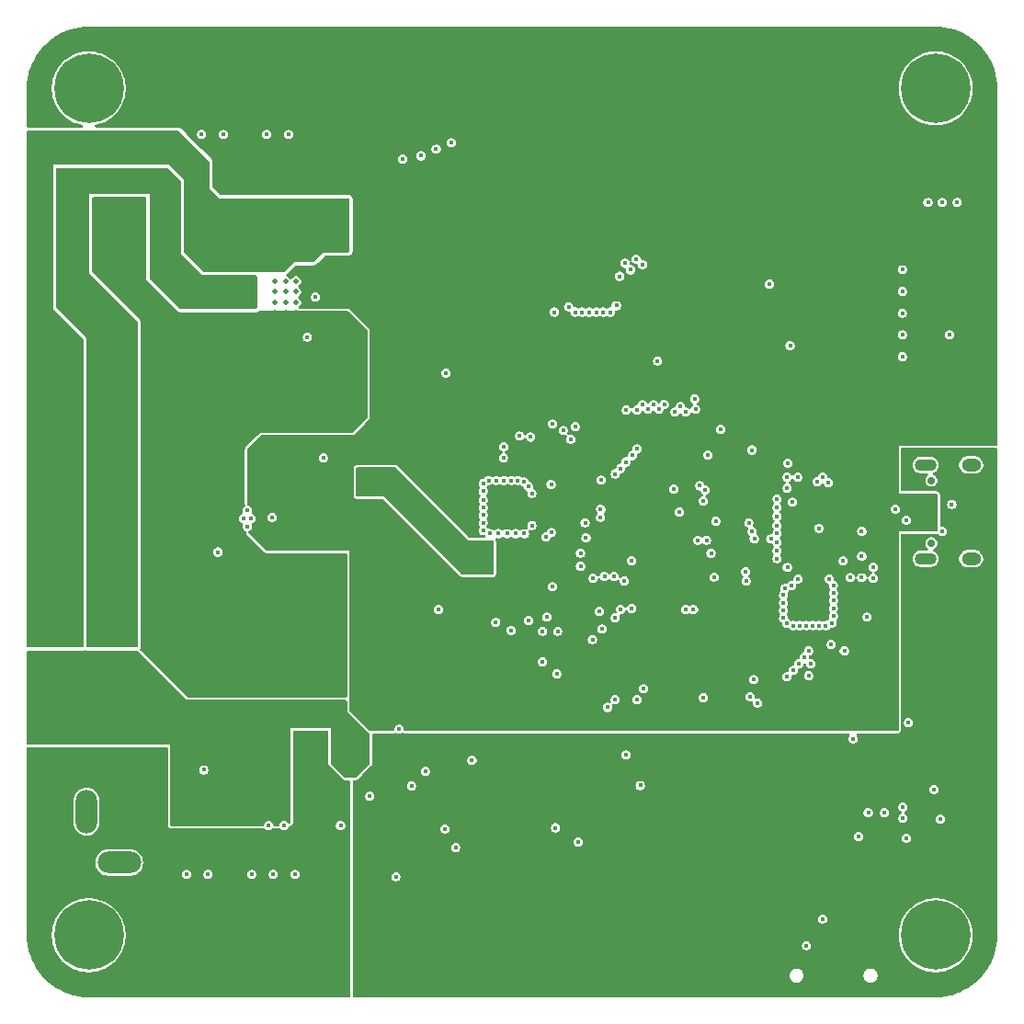
<source format=gbr>
%TF.GenerationSoftware,KiCad,Pcbnew,9.0.6*%
%TF.CreationDate,2026-01-15T20:05:28-05:00*%
%TF.ProjectId,DebuggingBoard,44656275-6767-4696-9e67-426f6172642e,rev?*%
%TF.SameCoordinates,Original*%
%TF.FileFunction,Copper,L4,Inr*%
%TF.FilePolarity,Positive*%
%FSLAX46Y46*%
G04 Gerber Fmt 4.6, Leading zero omitted, Abs format (unit mm)*
G04 Created by KiCad (PCBNEW 9.0.6) date 2026-01-15 20:05:28*
%MOMM*%
%LPD*%
G01*
G04 APERTURE LIST*
%TA.AperFunction,ComponentPad*%
%ADD10C,0.800000*%
%TD*%
%TA.AperFunction,ComponentPad*%
%ADD11C,6.400000*%
%TD*%
%TA.AperFunction,ComponentPad*%
%ADD12C,0.450000*%
%TD*%
%TA.AperFunction,ComponentPad*%
%ADD13R,2.000000X4.500000*%
%TD*%
%TA.AperFunction,ComponentPad*%
%ADD14O,2.000000X4.000000*%
%TD*%
%TA.AperFunction,ComponentPad*%
%ADD15O,4.000000X2.000000*%
%TD*%
%TA.AperFunction,ComponentPad*%
%ADD16C,0.700000*%
%TD*%
%TA.AperFunction,ComponentPad*%
%ADD17O,2.000000X1.100000*%
%TD*%
%TA.AperFunction,ComponentPad*%
%ADD18O,1.800000X1.200000*%
%TD*%
%TA.AperFunction,HeatsinkPad*%
%ADD19C,0.500000*%
%TD*%
%TA.AperFunction,ViaPad*%
%ADD20C,0.450000*%
%TD*%
%TA.AperFunction,ViaPad*%
%ADD21C,0.600000*%
%TD*%
G04 APERTURE END LIST*
D10*
%TO.N,GND*%
%TO.C,H4*%
X151600000Y-51000000D03*
X152302944Y-49302944D03*
X152302944Y-52697056D03*
X154000000Y-48600000D03*
D11*
X154000000Y-51000000D03*
D10*
X154000000Y-53400000D03*
X155697056Y-49302944D03*
X155697056Y-52697056D03*
X156400000Y-51000000D03*
%TD*%
D12*
%TO.N,GND*%
%TO.C,U7*%
X90250000Y-90600000D03*
X90600000Y-89850000D03*
X90600000Y-91350000D03*
X90950000Y-90600000D03*
%TD*%
D13*
%TO.N,+12V*%
%TO.C,J1*%
X82000000Y-117600000D03*
D14*
%TO.N,GND*%
X75800000Y-117600000D03*
D15*
X78800000Y-122300000D03*
%TD*%
D16*
%TO.N,*%
%TO.C,USB1*%
X153600000Y-92890000D03*
X153600000Y-87110000D03*
D17*
%TO.N,GND*%
X153070000Y-94320000D03*
D18*
X157280000Y-94320000D03*
D17*
X153070000Y-85680000D03*
D18*
X157280000Y-85680000D03*
%TD*%
D10*
%TO.N,GND*%
%TO.C,H3*%
X151600000Y-129000000D03*
X152302944Y-127302944D03*
X152302944Y-130697056D03*
X154000000Y-126600000D03*
D11*
X154000000Y-129000000D03*
D10*
X154000000Y-131400000D03*
X155697056Y-127302944D03*
X155697056Y-130697056D03*
X156400000Y-129000000D03*
%TD*%
D19*
%TO.N,GND*%
%TO.C,U5*%
X93155000Y-70695000D03*
X94130000Y-70695000D03*
X95105000Y-70695000D03*
X93155000Y-69720000D03*
X94130000Y-69720000D03*
X95105000Y-69720000D03*
X93155000Y-68745000D03*
X94130000Y-68745000D03*
X95105000Y-68745000D03*
%TD*%
D10*
%TO.N,GND*%
%TO.C,H1*%
X73600000Y-51000000D03*
X74302944Y-49302944D03*
X74302944Y-52697056D03*
X76000000Y-48600000D03*
D11*
X76000000Y-51000000D03*
D10*
X76000000Y-53400000D03*
X77697056Y-49302944D03*
X77697056Y-52697056D03*
X78400000Y-51000000D03*
%TD*%
%TO.N,GND*%
%TO.C,H2*%
X73600000Y-129000000D03*
X74302944Y-127302944D03*
X74302944Y-130697056D03*
X76000000Y-126600000D03*
D11*
X76000000Y-129000000D03*
D10*
X76000000Y-131400000D03*
X77697056Y-127302944D03*
X77697056Y-130697056D03*
X78400000Y-129000000D03*
%TD*%
D20*
%TO.N,GND*%
X108900000Y-77200000D03*
X97600000Y-85025000D03*
X115700000Y-83020000D03*
X108200000Y-99000000D03*
%TO.N,+5V*%
X97800000Y-99000000D03*
%TO.N,+3.3V*%
X97800000Y-91600000D03*
%TO.N,/BOOT0*%
X137250000Y-105450000D03*
D21*
%TO.N,/OP_AMP+*%
X83900000Y-65200000D03*
%TO.N,+3.3VA*%
X108100000Y-91600000D03*
D20*
%TO.N,GND*%
X112330000Y-89600000D03*
X140740000Y-96770000D03*
X116080000Y-87250000D03*
X116830000Y-91240000D03*
X122400000Y-101750000D03*
X149300000Y-117700000D03*
X125400000Y-67100000D03*
X111300000Y-112900000D03*
X124600000Y-71000000D03*
X112930000Y-92000000D03*
X125500000Y-112400000D03*
X140300000Y-100270000D03*
X112330000Y-88900000D03*
X128400000Y-76100000D03*
X94000000Y-118900000D03*
X137100000Y-84300000D03*
X143300000Y-100470000D03*
X145600000Y-102800000D03*
X131800000Y-79600000D03*
X112830000Y-87100000D03*
X104900000Y-57500000D03*
X147200000Y-94080000D03*
X146400000Y-110900000D03*
X155300000Y-73700000D03*
X114230000Y-87100000D03*
X123275000Y-100800000D03*
X108000000Y-56600000D03*
X148250000Y-96110000D03*
X147200000Y-96060000D03*
X123025000Y-99150000D03*
X112330000Y-88100000D03*
X104600000Y-110025000D03*
X106600000Y-57200000D03*
X141500000Y-100470000D03*
X119200000Y-101000000D03*
X144200000Y-96170000D03*
X116500000Y-100000000D03*
X99200000Y-118900000D03*
X116830000Y-88300000D03*
X115330000Y-92000000D03*
X142500000Y-104000000D03*
X144600000Y-98870000D03*
X140000000Y-98370000D03*
X117800000Y-101000000D03*
X136900000Y-107000000D03*
X126800000Y-115200000D03*
X138700000Y-69000000D03*
X119100000Y-104900000D03*
X114930000Y-87100000D03*
X119700000Y-82500000D03*
X144600000Y-98170000D03*
X115530000Y-87100000D03*
X118200000Y-99700000D03*
X112330000Y-91700000D03*
X151500000Y-109400000D03*
X113530000Y-87100000D03*
X127100000Y-106300000D03*
X119000000Y-119100000D03*
X123157168Y-89764275D03*
X140340000Y-86800000D03*
X112330000Y-91000000D03*
X121100000Y-120400000D03*
X140900000Y-100470000D03*
X142300000Y-105100000D03*
X144600000Y-96770000D03*
X143900000Y-100470000D03*
X108800000Y-119200000D03*
X147800000Y-117700000D03*
X141340000Y-96170000D03*
X107000000Y-113900000D03*
X112330000Y-87400000D03*
X140800000Y-89100000D03*
X116480000Y-87650000D03*
X113500000Y-100200000D03*
X109400000Y-56000000D03*
X147200000Y-91780000D03*
X114900000Y-100900000D03*
X114530000Y-92000000D03*
X143262500Y-91500000D03*
X120200000Y-71100000D03*
X109800000Y-120900000D03*
X144600000Y-97470000D03*
X142100000Y-100470000D03*
X117800000Y-103800000D03*
X144400000Y-102200000D03*
X140340000Y-87800000D03*
X112330000Y-90300000D03*
X116130000Y-92000000D03*
X140100000Y-97070000D03*
X140000000Y-99770000D03*
X147700000Y-99700000D03*
X146150000Y-96060000D03*
X144450000Y-100220000D03*
X142700000Y-100470000D03*
X140000000Y-99070000D03*
X140000000Y-97670000D03*
X144600000Y-99570000D03*
X126000000Y-94500000D03*
X116700000Y-83107106D03*
X132600000Y-107100000D03*
X104300000Y-123600000D03*
X113730000Y-92000000D03*
X101900000Y-116200000D03*
X126400000Y-66700000D03*
%TO.N,+3.3VA*%
X112787500Y-93270000D03*
X103700000Y-88000000D03*
X101900000Y-88000000D03*
X111250000Y-94900000D03*
X111250000Y-93370000D03*
X102800000Y-88000000D03*
X101100000Y-88000000D03*
X112787500Y-95050000D03*
%TO.N,+3.3V*%
X148475000Y-91100000D03*
X87800000Y-58600000D03*
X96000000Y-88000000D03*
X133700000Y-96700000D03*
X98800000Y-88000000D03*
X150934805Y-65694920D03*
X146150000Y-95100000D03*
X150934805Y-79694920D03*
X141300000Y-87800000D03*
X147200000Y-95100000D03*
X88800000Y-58600000D03*
X99700000Y-88000000D03*
X97000000Y-88000000D03*
X136269100Y-82396247D03*
X97900000Y-88000000D03*
X145396446Y-109803554D03*
X142100000Y-129950000D03*
X148500000Y-108350000D03*
X117900000Y-88860000D03*
X116250000Y-105600000D03*
X112575000Y-109625000D03*
X120050000Y-79400000D03*
X117900000Y-86000000D03*
X154453598Y-118303510D03*
X122550000Y-100150000D03*
X140650000Y-93950000D03*
%TO.N,VBUS*%
X110300000Y-111900000D03*
X138987500Y-115550000D03*
X152520000Y-87600000D03*
X110350000Y-110850000D03*
X152520000Y-92400000D03*
X137687500Y-115850000D03*
X137150000Y-114300000D03*
X106350000Y-111900000D03*
X151900000Y-115950000D03*
X151500000Y-87600000D03*
X111300000Y-111900000D03*
X106400000Y-110800000D03*
X151400000Y-92400000D03*
X151087500Y-115900000D03*
X111300000Y-110850000D03*
%TO.N,/nRST*%
X146900000Y-119900000D03*
X123150000Y-90500000D03*
%TO.N,+5V*%
X85600000Y-101200000D03*
X77100000Y-64800000D03*
X83800000Y-87400000D03*
X93400000Y-101200000D03*
X94400000Y-102100000D03*
X91300000Y-101200000D03*
X88500000Y-101200000D03*
X87500000Y-101200000D03*
X83800000Y-88200000D03*
X89400000Y-101200000D03*
X97200000Y-73100000D03*
X83500000Y-102100000D03*
X98400000Y-74450000D03*
X84600000Y-101200000D03*
X95500000Y-102100000D03*
X77000000Y-61800000D03*
X96500000Y-102100000D03*
X97200000Y-72100000D03*
X94400000Y-101200000D03*
X83500000Y-101200000D03*
X85400000Y-88200000D03*
X98400000Y-72100000D03*
X85600000Y-102100000D03*
X86600000Y-113760000D03*
X137600000Y-107600000D03*
X96500000Y-101200000D03*
X98400000Y-73100000D03*
X92575000Y-118910000D03*
X92300000Y-101200000D03*
X82500000Y-101200000D03*
X83800000Y-85800000D03*
X86600000Y-101200000D03*
X123800000Y-108000000D03*
X90400000Y-101200000D03*
X84600000Y-88200000D03*
X93400000Y-102100000D03*
X83800000Y-85000000D03*
X83800000Y-86600000D03*
X95500000Y-101200000D03*
X84600000Y-102100000D03*
X82500000Y-102100000D03*
%TO.N,Net-(C35-Pad1)*%
X140350000Y-95120000D03*
X141300000Y-86800000D03*
%TO.N,Net-(U5-ENN)*%
X96140000Y-73900000D03*
X96900000Y-70200000D03*
%TO.N,Net-(U7-SNS)*%
X87900000Y-93700000D03*
X92900000Y-90500000D03*
%TO.N,/DISP_CS*%
X150934805Y-71694920D03*
X129003813Y-80100000D03*
%TO.N,/OP_AMP+*%
X88800000Y-70600000D03*
X87875000Y-70600000D03*
X77800000Y-91100000D03*
X77500000Y-75100000D03*
X88800000Y-68800000D03*
X77500000Y-79000000D03*
X77800000Y-95000000D03*
X87800000Y-68800000D03*
%TO.N,/OP_AMP-*%
X74300000Y-79100000D03*
X97300000Y-62400000D03*
X97300000Y-65400000D03*
X74500000Y-75200000D03*
X74400000Y-90800000D03*
X96000000Y-62400000D03*
X95900000Y-65400000D03*
X74400000Y-95100000D03*
%TO.N,/V_SELECT*%
X86595000Y-111420000D03*
X84100000Y-112900000D03*
X99450000Y-113150000D03*
X90950000Y-111500000D03*
X99450000Y-112350000D03*
X92700000Y-112300000D03*
X93795000Y-111715000D03*
X84100000Y-111715000D03*
X92400000Y-111420000D03*
X85200000Y-111715000D03*
X101050000Y-112350000D03*
X88050000Y-111500000D03*
X100250000Y-113150000D03*
X101050000Y-113150000D03*
X93795000Y-112990000D03*
X100250000Y-112350000D03*
%TO.N,+12V*%
X97000000Y-110650000D03*
X96300000Y-111350000D03*
X96300000Y-110650000D03*
X97000000Y-111350000D03*
X97750000Y-111350000D03*
X97750000Y-110650000D03*
%TO.N,/SWCLK*%
X129900000Y-87900000D03*
X153850000Y-115550000D03*
%TO.N,/SWDIO*%
X151300000Y-120050038D03*
X130400000Y-90000000D03*
%TO.N,/DISP_MOSI*%
X150934805Y-75694920D03*
X131900000Y-80550000D03*
%TO.N,/DISP_RST*%
X150934805Y-67694920D03*
X128002813Y-80135876D03*
%TO.N,/DISP_DC*%
X150934805Y-69694920D03*
X128503813Y-80550000D03*
%TO.N,/DISP_SCK*%
X150934805Y-73694920D03*
X140600000Y-74700000D03*
%TO.N,/BOOT0*%
X143590000Y-127500000D03*
X124500000Y-86500000D03*
%TO.N,Net-(U4-RBIAS)*%
X145496138Y-94525000D03*
X148250000Y-95090000D03*
%TO.N,/ULPI_CK*%
X140400000Y-85500000D03*
X123500000Y-95951073D03*
%TO.N,/CC2*%
X155500000Y-89300000D03*
X151000000Y-118200000D03*
%TO.N,/CC1*%
X154600000Y-91800000D03*
X151000000Y-117200000D03*
%TO.N,/V_NEG_DAC*%
X114200000Y-85000000D03*
X87000000Y-123400000D03*
%TO.N,/ULPI_D4*%
X131704313Y-99004313D03*
X139400000Y-91250000D03*
%TO.N,/ULPI_D0*%
X118700000Y-96900000D03*
X139400000Y-94300000D03*
%TO.N,/PSSI_PDCK*%
X124400000Y-95951073D03*
X133025000Y-84775000D03*
%TO.N,/ULPI_DIR*%
X143623074Y-86810614D03*
X118600000Y-91898927D03*
%TO.N,/ULPI_D5*%
X136500000Y-95500000D03*
X139400000Y-90400000D03*
%TO.N,/ULPI_D2*%
X139400000Y-92800000D03*
X126007991Y-98894477D03*
%TO.N,/ULPI_STP*%
X121720882Y-91000000D03*
X143105902Y-87212122D03*
%TO.N,/ULPI_D7*%
X126500000Y-84200000D03*
X139400000Y-88800000D03*
%TO.N,/ULPI_D1*%
X139395687Y-93595687D03*
X125000000Y-99000000D03*
%TO.N,/PSSI_DE*%
X134200000Y-82400000D03*
X122466819Y-96116822D03*
%TO.N,/ULPI_NXT*%
X118093361Y-92306138D03*
X144124147Y-87300000D03*
%TO.N,/V_POS_DAC*%
X114220000Y-83980000D03*
X85000000Y-123400000D03*
%TO.N,/ULPI_D3*%
X139400000Y-92000000D03*
X131000000Y-99000000D03*
%TO.N,/ULPI_D6*%
X133600000Y-96000000D03*
X139400000Y-89600000D03*
%TO.N,/D-*%
X150300000Y-89727400D03*
X151300000Y-90749612D03*
%TO.N,/FGEN_SGAIN*%
X122100006Y-71600000D03*
X125507455Y-80604223D03*
%TO.N,/FGEN_SOFF*%
X121450003Y-71600000D03*
X120800000Y-82150000D03*
%TO.N,/FGEN_SAMP*%
X126500000Y-80600000D03*
X122750009Y-71600000D03*
%TO.N,/FGEN_SCLK*%
X123400012Y-71600000D03*
X127000000Y-80140379D03*
%TO.N,/FGEN_MOSI*%
X124050015Y-71600000D03*
X127502813Y-80552304D03*
%TO.N,/ADC2_INP8*%
X125350000Y-96350000D03*
X126500000Y-107300000D03*
%TO.N,/ADC1_INP4*%
X124501073Y-99750000D03*
X124500000Y-107300000D03*
%TO.N,/SPI2_CK*%
X136550000Y-96350000D03*
X133750000Y-90850000D03*
%TO.N,/V_NEG_I*%
X95000000Y-123400000D03*
X121800000Y-92400000D03*
%TO.N,/V_POS_I*%
X121300000Y-95000000D03*
X93000000Y-123400000D03*
%TO.N,/VPSU_CONN_IND*%
X91000000Y-123400000D03*
X121300000Y-93800000D03*
%TO.N,/FGEN_CONN_IND*%
X120400000Y-83300000D03*
X120800000Y-71600000D03*
%TO.N,/CAN_RX*%
X125900000Y-67700000D03*
X130503232Y-80300000D03*
X132800000Y-88003753D03*
%TO.N,/CAN_TX*%
X131003861Y-80803753D03*
X132293603Y-87596247D03*
X127000000Y-67200000D03*
%TO.N,/CAN_CONN_IND*%
X124900000Y-68300000D03*
X130003232Y-80803753D03*
%TO.N,/USB_PD_PG*%
X133319176Y-93803754D03*
X140300000Y-105200000D03*
%TO.N,/UART4_RX*%
X125500000Y-85400000D03*
X92400000Y-55238462D03*
%TO.N,/UART4_TX*%
X94400000Y-55238462D03*
X126100000Y-84800000D03*
%TO.N,/COMP_CONN_IND*%
X125000000Y-85992077D03*
X88400000Y-55238462D03*
%TO.N,/COMP_RST*%
X118587218Y-87470865D03*
X86400000Y-55238462D03*
%TO.N,/ENC_BUTTON*%
X142300000Y-102800000D03*
X138825339Y-92496247D03*
%TO.N,/ENC_A*%
X141400000Y-104000000D03*
X137104961Y-91805360D03*
%TO.N,/ENC_B*%
X136798200Y-91000000D03*
X141900000Y-103400000D03*
%TO.N,/BUTTON*%
X137301800Y-92500000D03*
X140900000Y-104600000D03*
%TO.N,/DBUG_LED*%
X154600000Y-61500000D03*
X132100000Y-92603753D03*
%TO.N,/POWER_IND*%
X105725000Y-115225000D03*
X123203753Y-87069015D03*
%TO.N,/LED2*%
X153300000Y-61500000D03*
X132600000Y-89000000D03*
%TO.N,/LED3*%
X132900000Y-92603753D03*
X156000000Y-61500000D03*
%TO.N,/GPIO*%
X118900000Y-71600000D03*
X118728054Y-81920946D03*
%TD*%
%TA.AperFunction,Conductor*%
%TO.N,VBUS*%
G36*
X159642539Y-84128385D02*
G01*
X159688294Y-84181189D01*
X159699500Y-84232700D01*
X159699500Y-128997575D01*
X159699404Y-129002444D01*
X159682121Y-129442299D01*
X159681358Y-129452004D01*
X159629901Y-129886769D01*
X159628377Y-129896386D01*
X159542972Y-130325745D01*
X159540699Y-130335212D01*
X159421873Y-130756539D01*
X159418865Y-130765800D01*
X159267336Y-131176534D01*
X159263610Y-131185528D01*
X159080332Y-131583092D01*
X159075911Y-131591768D01*
X158861999Y-131973734D01*
X158856912Y-131982036D01*
X158613698Y-132346031D01*
X158607975Y-132353908D01*
X158336948Y-132697705D01*
X158330625Y-132705108D01*
X158033462Y-133026577D01*
X158026577Y-133033462D01*
X157705108Y-133330625D01*
X157697705Y-133336948D01*
X157353908Y-133607975D01*
X157346031Y-133613698D01*
X156982036Y-133856912D01*
X156973734Y-133861999D01*
X156591768Y-134075911D01*
X156583092Y-134080332D01*
X156185528Y-134263610D01*
X156176534Y-134267336D01*
X155765800Y-134418865D01*
X155756539Y-134421873D01*
X155335212Y-134540699D01*
X155325745Y-134542972D01*
X154896386Y-134628377D01*
X154886769Y-134629901D01*
X154452004Y-134681358D01*
X154442299Y-134682121D01*
X154018672Y-134698766D01*
X154002442Y-134699404D01*
X153997575Y-134699500D01*
X100432700Y-134699500D01*
X100365661Y-134679815D01*
X100319906Y-134627011D01*
X100308700Y-134575500D01*
X100308700Y-132764071D01*
X140549499Y-132764071D01*
X140574497Y-132889738D01*
X140574499Y-132889744D01*
X140623533Y-133008124D01*
X140623538Y-133008133D01*
X140694723Y-133114668D01*
X140694726Y-133114672D01*
X140785327Y-133205273D01*
X140785331Y-133205276D01*
X140891866Y-133276461D01*
X140891872Y-133276464D01*
X140891873Y-133276465D01*
X141010256Y-133325501D01*
X141010260Y-133325501D01*
X141010261Y-133325502D01*
X141135928Y-133350500D01*
X141135931Y-133350500D01*
X141264071Y-133350500D01*
X141348615Y-133333682D01*
X141389744Y-133325501D01*
X141508127Y-133276465D01*
X141614669Y-133205276D01*
X141705276Y-133114669D01*
X141776465Y-133008127D01*
X141825501Y-132889744D01*
X141834050Y-132846768D01*
X141850500Y-132764071D01*
X147349499Y-132764071D01*
X147374497Y-132889738D01*
X147374499Y-132889744D01*
X147423533Y-133008124D01*
X147423538Y-133008133D01*
X147494723Y-133114668D01*
X147494726Y-133114672D01*
X147585327Y-133205273D01*
X147585331Y-133205276D01*
X147691866Y-133276461D01*
X147691872Y-133276464D01*
X147691873Y-133276465D01*
X147810256Y-133325501D01*
X147810260Y-133325501D01*
X147810261Y-133325502D01*
X147935928Y-133350500D01*
X147935931Y-133350500D01*
X148064071Y-133350500D01*
X148148615Y-133333682D01*
X148189744Y-133325501D01*
X148308127Y-133276465D01*
X148414669Y-133205276D01*
X148505276Y-133114669D01*
X148576465Y-133008127D01*
X148625501Y-132889744D01*
X148634050Y-132846768D01*
X148650500Y-132764071D01*
X148650500Y-132635928D01*
X148625502Y-132510261D01*
X148625501Y-132510260D01*
X148625501Y-132510256D01*
X148576465Y-132391873D01*
X148576464Y-132391872D01*
X148576461Y-132391866D01*
X148505276Y-132285331D01*
X148505273Y-132285327D01*
X148414672Y-132194726D01*
X148414668Y-132194723D01*
X148308133Y-132123538D01*
X148308124Y-132123533D01*
X148189744Y-132074499D01*
X148189738Y-132074497D01*
X148064071Y-132049500D01*
X148064069Y-132049500D01*
X147935931Y-132049500D01*
X147935929Y-132049500D01*
X147810261Y-132074497D01*
X147810255Y-132074499D01*
X147691875Y-132123533D01*
X147691866Y-132123538D01*
X147585331Y-132194723D01*
X147585327Y-132194726D01*
X147494726Y-132285327D01*
X147494723Y-132285331D01*
X147423538Y-132391866D01*
X147423533Y-132391875D01*
X147374499Y-132510255D01*
X147374497Y-132510261D01*
X147349500Y-132635928D01*
X147349500Y-132635931D01*
X147349500Y-132764069D01*
X147349500Y-132764071D01*
X147349499Y-132764071D01*
X141850500Y-132764071D01*
X141850500Y-132635928D01*
X141825502Y-132510261D01*
X141825501Y-132510260D01*
X141825501Y-132510256D01*
X141776465Y-132391873D01*
X141776464Y-132391872D01*
X141776461Y-132391866D01*
X141705276Y-132285331D01*
X141705273Y-132285327D01*
X141614672Y-132194726D01*
X141614668Y-132194723D01*
X141508133Y-132123538D01*
X141508124Y-132123533D01*
X141389744Y-132074499D01*
X141389738Y-132074497D01*
X141264071Y-132049500D01*
X141264069Y-132049500D01*
X141135931Y-132049500D01*
X141135929Y-132049500D01*
X141010261Y-132074497D01*
X141010255Y-132074499D01*
X140891875Y-132123533D01*
X140891866Y-132123538D01*
X140785331Y-132194723D01*
X140785327Y-132194726D01*
X140694726Y-132285327D01*
X140694723Y-132285331D01*
X140623538Y-132391866D01*
X140623533Y-132391875D01*
X140574499Y-132510255D01*
X140574497Y-132510261D01*
X140549500Y-132635928D01*
X140549500Y-132635931D01*
X140549500Y-132764069D01*
X140549500Y-132764071D01*
X140549499Y-132764071D01*
X100308700Y-132764071D01*
X100308700Y-129893561D01*
X141671300Y-129893561D01*
X141671300Y-130006438D01*
X141700515Y-130115473D01*
X141719327Y-130148055D01*
X141756955Y-130213228D01*
X141836772Y-130293045D01*
X141934528Y-130349485D01*
X142043561Y-130378700D01*
X142043563Y-130378700D01*
X142156437Y-130378700D01*
X142156439Y-130378700D01*
X142265472Y-130349485D01*
X142363228Y-130293045D01*
X142443045Y-130213228D01*
X142499485Y-130115472D01*
X142528700Y-130006439D01*
X142528700Y-129893561D01*
X142499485Y-129784528D01*
X142495286Y-129777256D01*
X142491922Y-129771428D01*
X142443045Y-129686772D01*
X142363228Y-129606955D01*
X142314350Y-129578735D01*
X142265473Y-129550515D01*
X142210955Y-129535907D01*
X142156439Y-129521300D01*
X142043561Y-129521300D01*
X141934526Y-129550515D01*
X141836772Y-129606955D01*
X141836769Y-129606957D01*
X141756957Y-129686769D01*
X141756955Y-129686772D01*
X141700515Y-129784526D01*
X141671300Y-129893561D01*
X100308700Y-129893561D01*
X100308700Y-128832790D01*
X150596300Y-128832790D01*
X150596300Y-129167209D01*
X150629078Y-129500026D01*
X150685670Y-129784528D01*
X150694323Y-129828029D01*
X150713606Y-129891598D01*
X150791402Y-130148060D01*
X150919382Y-130457026D01*
X150919384Y-130457031D01*
X151077021Y-130751950D01*
X151077032Y-130751968D01*
X151262819Y-131030018D01*
X151262829Y-131030032D01*
X151474987Y-131288547D01*
X151711452Y-131525012D01*
X151711457Y-131525016D01*
X151711458Y-131525017D01*
X151969973Y-131737175D01*
X152248038Y-131922972D01*
X152248047Y-131922977D01*
X152248049Y-131922978D01*
X152542968Y-132080615D01*
X152542970Y-132080615D01*
X152542976Y-132080619D01*
X152731276Y-132158616D01*
X152851939Y-132208597D01*
X152851943Y-132208598D01*
X152851945Y-132208599D01*
X153171971Y-132305677D01*
X153499971Y-132370921D01*
X153832787Y-132403700D01*
X153832790Y-132403700D01*
X154167210Y-132403700D01*
X154167213Y-132403700D01*
X154500029Y-132370921D01*
X154828029Y-132305677D01*
X155148055Y-132208599D01*
X155457024Y-132080619D01*
X155751962Y-131922972D01*
X156030027Y-131737175D01*
X156288542Y-131525017D01*
X156525017Y-131288542D01*
X156737175Y-131030027D01*
X156922972Y-130751962D01*
X157080619Y-130457024D01*
X157208599Y-130148055D01*
X157305677Y-129828029D01*
X157370921Y-129500029D01*
X157403700Y-129167213D01*
X157403700Y-128832787D01*
X157370921Y-128499971D01*
X157305677Y-128171971D01*
X157208599Y-127851945D01*
X157204912Y-127843045D01*
X157117623Y-127632311D01*
X157080619Y-127542976D01*
X156980395Y-127355470D01*
X156922978Y-127248049D01*
X156922977Y-127248047D01*
X156922972Y-127248038D01*
X156737175Y-126969973D01*
X156525017Y-126711458D01*
X156525016Y-126711457D01*
X156525012Y-126711452D01*
X156288547Y-126474987D01*
X156030032Y-126262829D01*
X156030031Y-126262828D01*
X156030027Y-126262825D01*
X155751962Y-126077028D01*
X155751957Y-126077025D01*
X155751950Y-126077021D01*
X155457031Y-125919384D01*
X155457026Y-125919382D01*
X155148060Y-125791402D01*
X154921557Y-125722694D01*
X154828029Y-125694323D01*
X154828026Y-125694322D01*
X154828025Y-125694322D01*
X154500026Y-125629078D01*
X154265547Y-125605984D01*
X154167213Y-125596300D01*
X153832787Y-125596300D01*
X153743269Y-125605116D01*
X153499973Y-125629078D01*
X153171974Y-125694322D01*
X152851939Y-125791402D01*
X152542973Y-125919382D01*
X152542968Y-125919384D01*
X152248049Y-126077021D01*
X152248031Y-126077032D01*
X151969981Y-126262819D01*
X151969967Y-126262829D01*
X151711452Y-126474987D01*
X151474987Y-126711452D01*
X151262829Y-126969967D01*
X151262819Y-126969981D01*
X151077032Y-127248031D01*
X151077021Y-127248049D01*
X150919384Y-127542968D01*
X150919382Y-127542973D01*
X150791402Y-127851939D01*
X150694322Y-128171974D01*
X150629078Y-128499973D01*
X150596300Y-128832790D01*
X100308700Y-128832790D01*
X100308700Y-127443561D01*
X143161300Y-127443561D01*
X143161300Y-127556438D01*
X143190515Y-127665473D01*
X143218735Y-127714350D01*
X143246955Y-127763228D01*
X143326772Y-127843045D01*
X143424528Y-127899485D01*
X143533561Y-127928700D01*
X143533563Y-127928700D01*
X143646437Y-127928700D01*
X143646439Y-127928700D01*
X143755472Y-127899485D01*
X143853228Y-127843045D01*
X143933045Y-127763228D01*
X143989485Y-127665472D01*
X144018700Y-127556439D01*
X144018700Y-127443561D01*
X143989485Y-127334528D01*
X143933045Y-127236772D01*
X143853228Y-127156955D01*
X143804350Y-127128735D01*
X143755473Y-127100515D01*
X143700955Y-127085907D01*
X143646439Y-127071300D01*
X143533561Y-127071300D01*
X143424526Y-127100515D01*
X143326772Y-127156955D01*
X143326769Y-127156957D01*
X143246957Y-127236769D01*
X143246955Y-127236772D01*
X143190515Y-127334526D01*
X143161300Y-127443561D01*
X100308700Y-127443561D01*
X100308700Y-123543561D01*
X103871300Y-123543561D01*
X103871300Y-123656438D01*
X103900515Y-123765473D01*
X103928735Y-123814350D01*
X103956955Y-123863228D01*
X104036772Y-123943045D01*
X104134528Y-123999485D01*
X104243561Y-124028700D01*
X104243563Y-124028700D01*
X104356437Y-124028700D01*
X104356439Y-124028700D01*
X104465472Y-123999485D01*
X104563228Y-123943045D01*
X104643045Y-123863228D01*
X104699485Y-123765472D01*
X104728700Y-123656439D01*
X104728700Y-123543561D01*
X104699485Y-123434528D01*
X104696271Y-123428962D01*
X104662828Y-123371037D01*
X104643045Y-123336772D01*
X104563228Y-123256955D01*
X104506076Y-123223958D01*
X104465473Y-123200515D01*
X104388908Y-123180000D01*
X104356439Y-123171300D01*
X104243561Y-123171300D01*
X104134526Y-123200515D01*
X104036772Y-123256955D01*
X104036769Y-123256957D01*
X103956957Y-123336769D01*
X103956955Y-123336772D01*
X103900515Y-123434526D01*
X103871300Y-123543561D01*
X100308700Y-123543561D01*
X100308700Y-120843561D01*
X109371300Y-120843561D01*
X109371300Y-120956438D01*
X109400515Y-121065473D01*
X109428735Y-121114350D01*
X109456955Y-121163228D01*
X109536772Y-121243045D01*
X109634528Y-121299485D01*
X109743561Y-121328700D01*
X109743563Y-121328700D01*
X109856437Y-121328700D01*
X109856439Y-121328700D01*
X109965472Y-121299485D01*
X110063228Y-121243045D01*
X110143045Y-121163228D01*
X110199485Y-121065472D01*
X110228700Y-120956439D01*
X110228700Y-120843561D01*
X110199485Y-120734528D01*
X110143045Y-120636772D01*
X110063228Y-120556955D01*
X110014350Y-120528735D01*
X109965473Y-120500515D01*
X109884198Y-120478738D01*
X109856439Y-120471300D01*
X109743561Y-120471300D01*
X109634526Y-120500515D01*
X109536772Y-120556955D01*
X109536769Y-120556957D01*
X109456957Y-120636769D01*
X109456955Y-120636772D01*
X109400515Y-120734526D01*
X109371300Y-120843561D01*
X100308700Y-120843561D01*
X100308700Y-120343561D01*
X120671300Y-120343561D01*
X120671300Y-120456438D01*
X120700515Y-120565473D01*
X120728735Y-120614350D01*
X120756955Y-120663228D01*
X120836772Y-120743045D01*
X120934528Y-120799485D01*
X121043561Y-120828700D01*
X121043563Y-120828700D01*
X121156437Y-120828700D01*
X121156439Y-120828700D01*
X121265472Y-120799485D01*
X121363228Y-120743045D01*
X121443045Y-120663228D01*
X121499485Y-120565472D01*
X121528700Y-120456439D01*
X121528700Y-120343561D01*
X121499485Y-120234528D01*
X121443045Y-120136772D01*
X121363228Y-120056955D01*
X121314350Y-120028735D01*
X121265473Y-120000515D01*
X121210955Y-119985907D01*
X121156439Y-119971300D01*
X121043561Y-119971300D01*
X120934526Y-120000515D01*
X120836772Y-120056955D01*
X120836769Y-120056957D01*
X120756957Y-120136769D01*
X120756955Y-120136772D01*
X120700515Y-120234526D01*
X120671300Y-120343561D01*
X100308700Y-120343561D01*
X100308700Y-119843561D01*
X146471300Y-119843561D01*
X146471300Y-119956439D01*
X146483110Y-120000515D01*
X146500515Y-120065473D01*
X146524188Y-120106475D01*
X146556955Y-120163228D01*
X146636772Y-120243045D01*
X146734528Y-120299485D01*
X146843561Y-120328700D01*
X146843563Y-120328700D01*
X146956437Y-120328700D01*
X146956439Y-120328700D01*
X147065472Y-120299485D01*
X147163228Y-120243045D01*
X147243045Y-120163228D01*
X147299485Y-120065472D01*
X147318743Y-119993599D01*
X150871300Y-119993599D01*
X150871300Y-120106477D01*
X150885907Y-120160993D01*
X150900515Y-120215511D01*
X150911494Y-120234526D01*
X150956955Y-120313266D01*
X151036772Y-120393083D01*
X151134528Y-120449523D01*
X151243561Y-120478738D01*
X151243563Y-120478738D01*
X151356437Y-120478738D01*
X151356439Y-120478738D01*
X151465472Y-120449523D01*
X151563228Y-120393083D01*
X151643045Y-120313266D01*
X151699485Y-120215510D01*
X151728700Y-120106477D01*
X151728700Y-119993599D01*
X151699485Y-119884566D01*
X151643045Y-119786810D01*
X151563228Y-119706993D01*
X151514350Y-119678773D01*
X151465473Y-119650553D01*
X151410955Y-119635945D01*
X151356439Y-119621338D01*
X151243561Y-119621338D01*
X151134526Y-119650553D01*
X151036772Y-119706993D01*
X151036769Y-119706995D01*
X150956957Y-119786807D01*
X150956955Y-119786810D01*
X150900515Y-119884564D01*
X150881257Y-119956437D01*
X150871300Y-119993599D01*
X147318743Y-119993599D01*
X147328700Y-119956439D01*
X147328700Y-119843561D01*
X147299485Y-119734528D01*
X147243045Y-119636772D01*
X147163228Y-119556955D01*
X147114288Y-119528699D01*
X147065473Y-119500515D01*
X146998052Y-119482450D01*
X146956439Y-119471300D01*
X146843561Y-119471300D01*
X146734526Y-119500515D01*
X146636772Y-119556955D01*
X146636769Y-119556957D01*
X146556957Y-119636769D01*
X146556955Y-119636772D01*
X146500515Y-119734526D01*
X146486507Y-119786807D01*
X146471300Y-119843561D01*
X100308700Y-119843561D01*
X100308700Y-119143561D01*
X108371300Y-119143561D01*
X108371300Y-119256439D01*
X108373721Y-119265473D01*
X108400515Y-119365473D01*
X108428735Y-119414350D01*
X108456955Y-119463228D01*
X108536772Y-119543045D01*
X108634528Y-119599485D01*
X108743561Y-119628700D01*
X108743563Y-119628700D01*
X108856437Y-119628700D01*
X108856439Y-119628700D01*
X108965472Y-119599485D01*
X109063228Y-119543045D01*
X109143045Y-119463228D01*
X109199485Y-119365472D01*
X109228700Y-119256439D01*
X109228700Y-119143561D01*
X109201905Y-119043561D01*
X118571300Y-119043561D01*
X118571300Y-119156438D01*
X118600515Y-119265473D01*
X118628735Y-119314350D01*
X118656955Y-119363228D01*
X118736772Y-119443045D01*
X118834528Y-119499485D01*
X118943561Y-119528700D01*
X118943563Y-119528700D01*
X119056437Y-119528700D01*
X119056439Y-119528700D01*
X119165472Y-119499485D01*
X119263228Y-119443045D01*
X119343045Y-119363228D01*
X119399485Y-119265472D01*
X119428700Y-119156439D01*
X119428700Y-119043561D01*
X119399485Y-118934528D01*
X119396271Y-118928962D01*
X119362828Y-118871037D01*
X119343045Y-118836772D01*
X119263228Y-118756955D01*
X119206076Y-118723958D01*
X119165473Y-118700515D01*
X119088908Y-118680000D01*
X119056439Y-118671300D01*
X118943561Y-118671300D01*
X118834526Y-118700515D01*
X118736772Y-118756955D01*
X118736769Y-118756957D01*
X118656957Y-118836769D01*
X118656955Y-118836772D01*
X118600515Y-118934526D01*
X118571300Y-119043561D01*
X109201905Y-119043561D01*
X109199485Y-119034528D01*
X109143045Y-118936772D01*
X109063228Y-118856955D01*
X109008021Y-118825081D01*
X108965473Y-118800515D01*
X108909088Y-118785407D01*
X108856439Y-118771300D01*
X108743561Y-118771300D01*
X108634526Y-118800515D01*
X108536772Y-118856955D01*
X108536769Y-118856957D01*
X108456957Y-118936769D01*
X108456955Y-118936772D01*
X108400515Y-119034526D01*
X108377212Y-119121497D01*
X108371300Y-119143561D01*
X100308700Y-119143561D01*
X100308700Y-117643561D01*
X147371300Y-117643561D01*
X147371300Y-117756438D01*
X147400515Y-117865473D01*
X147405906Y-117874810D01*
X147456955Y-117963228D01*
X147536772Y-118043045D01*
X147634528Y-118099485D01*
X147743561Y-118128700D01*
X147743563Y-118128700D01*
X147856437Y-118128700D01*
X147856439Y-118128700D01*
X147965472Y-118099485D01*
X148063228Y-118043045D01*
X148143045Y-117963228D01*
X148199485Y-117865472D01*
X148228700Y-117756439D01*
X148228700Y-117643561D01*
X148871300Y-117643561D01*
X148871300Y-117756438D01*
X148900515Y-117865473D01*
X148905906Y-117874810D01*
X148956955Y-117963228D01*
X149036772Y-118043045D01*
X149134528Y-118099485D01*
X149243561Y-118128700D01*
X149243563Y-118128700D01*
X149356437Y-118128700D01*
X149356439Y-118128700D01*
X149465472Y-118099485D01*
X149563228Y-118043045D01*
X149643045Y-117963228D01*
X149699485Y-117865472D01*
X149728700Y-117756439D01*
X149728700Y-117643561D01*
X149699485Y-117534528D01*
X149643045Y-117436772D01*
X149563228Y-117356955D01*
X149514350Y-117328735D01*
X149465473Y-117300515D01*
X149410955Y-117285907D01*
X149356439Y-117271300D01*
X149243561Y-117271300D01*
X149134526Y-117300515D01*
X149036772Y-117356955D01*
X149036769Y-117356957D01*
X148956957Y-117436769D01*
X148956955Y-117436772D01*
X148900515Y-117534526D01*
X148871300Y-117643561D01*
X148228700Y-117643561D01*
X148199485Y-117534528D01*
X148143045Y-117436772D01*
X148063228Y-117356955D01*
X148014350Y-117328735D01*
X147965473Y-117300515D01*
X147910955Y-117285907D01*
X147856439Y-117271300D01*
X147743561Y-117271300D01*
X147634526Y-117300515D01*
X147536772Y-117356955D01*
X147536769Y-117356957D01*
X147456957Y-117436769D01*
X147456955Y-117436772D01*
X147400515Y-117534526D01*
X147371300Y-117643561D01*
X100308700Y-117643561D01*
X100308700Y-117143561D01*
X150571300Y-117143561D01*
X150571300Y-117256438D01*
X150600515Y-117365473D01*
X150628735Y-117414350D01*
X150656955Y-117463228D01*
X150736772Y-117543045D01*
X150759796Y-117556338D01*
X150822625Y-117592614D01*
X150870840Y-117643181D01*
X150884062Y-117711788D01*
X150858094Y-117776653D01*
X150822625Y-117807386D01*
X150736778Y-117856951D01*
X150736769Y-117856957D01*
X150656957Y-117936769D01*
X150656955Y-117936772D01*
X150600515Y-118034526D01*
X150571300Y-118143561D01*
X150571300Y-118256438D01*
X150600515Y-118365473D01*
X150628735Y-118414350D01*
X150656955Y-118463228D01*
X150736772Y-118543045D01*
X150834528Y-118599485D01*
X150943561Y-118628700D01*
X150943563Y-118628700D01*
X151056437Y-118628700D01*
X151056439Y-118628700D01*
X151165472Y-118599485D01*
X151263228Y-118543045D01*
X151343045Y-118463228D01*
X151399485Y-118365472D01*
X151428700Y-118256439D01*
X151428700Y-118247071D01*
X154024898Y-118247071D01*
X154024898Y-118359948D01*
X154054113Y-118468983D01*
X154082333Y-118517860D01*
X154110553Y-118566738D01*
X154190370Y-118646555D01*
X154245378Y-118678314D01*
X154283830Y-118700515D01*
X154288126Y-118702995D01*
X154397159Y-118732210D01*
X154397161Y-118732210D01*
X154510035Y-118732210D01*
X154510037Y-118732210D01*
X154619070Y-118702995D01*
X154716826Y-118646555D01*
X154796643Y-118566738D01*
X154853083Y-118468982D01*
X154882298Y-118359949D01*
X154882298Y-118247071D01*
X154853083Y-118138038D01*
X154796643Y-118040282D01*
X154716826Y-117960465D01*
X154667948Y-117932245D01*
X154619071Y-117904025D01*
X154564553Y-117889417D01*
X154510037Y-117874810D01*
X154397159Y-117874810D01*
X154288124Y-117904025D01*
X154190370Y-117960465D01*
X154190367Y-117960467D01*
X154110555Y-118040279D01*
X154110553Y-118040282D01*
X154054113Y-118138036D01*
X154024898Y-118247071D01*
X151428700Y-118247071D01*
X151428700Y-118143561D01*
X151399485Y-118034528D01*
X151343045Y-117936772D01*
X151263228Y-117856955D01*
X151177373Y-117807386D01*
X151129159Y-117756819D01*
X151115937Y-117688212D01*
X151141905Y-117623348D01*
X151177372Y-117592613D01*
X151263228Y-117543045D01*
X151343045Y-117463228D01*
X151399485Y-117365472D01*
X151428700Y-117256439D01*
X151428700Y-117143561D01*
X151399485Y-117034528D01*
X151343045Y-116936772D01*
X151263228Y-116856955D01*
X151214350Y-116828735D01*
X151165473Y-116800515D01*
X151110955Y-116785907D01*
X151056439Y-116771300D01*
X150943561Y-116771300D01*
X150834526Y-116800515D01*
X150736772Y-116856955D01*
X150736769Y-116856957D01*
X150656957Y-116936769D01*
X150656955Y-116936772D01*
X150600515Y-117034526D01*
X150571300Y-117143561D01*
X100308700Y-117143561D01*
X100308700Y-116143561D01*
X101471300Y-116143561D01*
X101471300Y-116256438D01*
X101500515Y-116365473D01*
X101501404Y-116367012D01*
X101556955Y-116463228D01*
X101636772Y-116543045D01*
X101734528Y-116599485D01*
X101843561Y-116628700D01*
X101843563Y-116628700D01*
X101956437Y-116628700D01*
X101956439Y-116628700D01*
X102065472Y-116599485D01*
X102163228Y-116543045D01*
X102243045Y-116463228D01*
X102299485Y-116365472D01*
X102328700Y-116256439D01*
X102328700Y-116143561D01*
X102299485Y-116034528D01*
X102243045Y-115936772D01*
X102163228Y-115856955D01*
X102087495Y-115813230D01*
X102065473Y-115800515D01*
X102010955Y-115785907D01*
X101956439Y-115771300D01*
X101843561Y-115771300D01*
X101734526Y-115800515D01*
X101636772Y-115856955D01*
X101636769Y-115856957D01*
X101556957Y-115936769D01*
X101556955Y-115936772D01*
X101500515Y-116034526D01*
X101471300Y-116143561D01*
X100308700Y-116143561D01*
X100308700Y-115168561D01*
X105296300Y-115168561D01*
X105296300Y-115281438D01*
X105325515Y-115390473D01*
X105353735Y-115439350D01*
X105381955Y-115488228D01*
X105461772Y-115568045D01*
X105559528Y-115624485D01*
X105668561Y-115653700D01*
X105668563Y-115653700D01*
X105781437Y-115653700D01*
X105781439Y-115653700D01*
X105890472Y-115624485D01*
X105988228Y-115568045D01*
X106068045Y-115488228D01*
X106124485Y-115390472D01*
X106153700Y-115281439D01*
X106153700Y-115168561D01*
X106147001Y-115143561D01*
X126371300Y-115143561D01*
X126371300Y-115256439D01*
X126377999Y-115281439D01*
X126400515Y-115365473D01*
X126411516Y-115384526D01*
X126456955Y-115463228D01*
X126536772Y-115543045D01*
X126634528Y-115599485D01*
X126743561Y-115628700D01*
X126743563Y-115628700D01*
X126856437Y-115628700D01*
X126856439Y-115628700D01*
X126965472Y-115599485D01*
X127063228Y-115543045D01*
X127112712Y-115493561D01*
X153421300Y-115493561D01*
X153421300Y-115606439D01*
X153427265Y-115628700D01*
X153450515Y-115715473D01*
X153469874Y-115749002D01*
X153506955Y-115813228D01*
X153586772Y-115893045D01*
X153684528Y-115949485D01*
X153793561Y-115978700D01*
X153793563Y-115978700D01*
X153906437Y-115978700D01*
X153906439Y-115978700D01*
X154015472Y-115949485D01*
X154113228Y-115893045D01*
X154193045Y-115813228D01*
X154249485Y-115715472D01*
X154278700Y-115606439D01*
X154278700Y-115493561D01*
X154249485Y-115384528D01*
X154193045Y-115286772D01*
X154113228Y-115206955D01*
X154046732Y-115168563D01*
X154015473Y-115150515D01*
X153960955Y-115135907D01*
X153906439Y-115121300D01*
X153793561Y-115121300D01*
X153684526Y-115150515D01*
X153586772Y-115206955D01*
X153586769Y-115206957D01*
X153506957Y-115286769D01*
X153506955Y-115286772D01*
X153450515Y-115384526D01*
X153429427Y-115463230D01*
X153421300Y-115493561D01*
X127112712Y-115493561D01*
X127143045Y-115463228D01*
X127159261Y-115435141D01*
X127166022Y-115423432D01*
X127166022Y-115423431D01*
X127199485Y-115365472D01*
X127228700Y-115256439D01*
X127228700Y-115143561D01*
X127199485Y-115034528D01*
X127143045Y-114936772D01*
X127063228Y-114856955D01*
X127008773Y-114825515D01*
X126965473Y-114800515D01*
X126910955Y-114785907D01*
X126856439Y-114771300D01*
X126743561Y-114771300D01*
X126634526Y-114800515D01*
X126536772Y-114856955D01*
X126536769Y-114856957D01*
X126456957Y-114936769D01*
X126456955Y-114936772D01*
X126400515Y-115034526D01*
X126393816Y-115059528D01*
X126371300Y-115143561D01*
X106147001Y-115143561D01*
X106124485Y-115059528D01*
X106068045Y-114961772D01*
X105988228Y-114881955D01*
X105902917Y-114832700D01*
X105890473Y-114825515D01*
X105835955Y-114810907D01*
X105781439Y-114796300D01*
X105668561Y-114796300D01*
X105559526Y-114825515D01*
X105461772Y-114881955D01*
X105461769Y-114881957D01*
X105381957Y-114961769D01*
X105381955Y-114961772D01*
X105325515Y-115059526D01*
X105296300Y-115168561D01*
X100308700Y-115168561D01*
X100308700Y-114832700D01*
X100328385Y-114765661D01*
X100381189Y-114719906D01*
X100432700Y-114708700D01*
X100548639Y-114708700D01*
X100549950Y-114708629D01*
X100570949Y-114707504D01*
X100597307Y-114704670D01*
X100675016Y-114680337D01*
X100736339Y-114646852D01*
X100783892Y-114611254D01*
X101152104Y-114243042D01*
X101551586Y-113843561D01*
X106571300Y-113843561D01*
X106571300Y-113956438D01*
X106600515Y-114065473D01*
X106628735Y-114114350D01*
X106656955Y-114163228D01*
X106736772Y-114243045D01*
X106834528Y-114299485D01*
X106943561Y-114328700D01*
X106943563Y-114328700D01*
X107056437Y-114328700D01*
X107056439Y-114328700D01*
X107165472Y-114299485D01*
X107263228Y-114243045D01*
X107343045Y-114163228D01*
X107399485Y-114065472D01*
X107428700Y-113956439D01*
X107428700Y-113843561D01*
X107399485Y-113734528D01*
X107397469Y-113731037D01*
X107365164Y-113675083D01*
X107343045Y-113636772D01*
X107263228Y-113556955D01*
X107214350Y-113528735D01*
X107165473Y-113500515D01*
X107110955Y-113485907D01*
X107056439Y-113471300D01*
X106943561Y-113471300D01*
X106834526Y-113500515D01*
X106736772Y-113556955D01*
X106736769Y-113556957D01*
X106656957Y-113636769D01*
X106656955Y-113636772D01*
X106600515Y-113734526D01*
X106571300Y-113843561D01*
X101551586Y-113843561D01*
X101647394Y-113747753D01*
X102011249Y-113383898D01*
X102011250Y-113383896D01*
X102026166Y-113367291D01*
X102026185Y-113367270D01*
X102042819Y-113346628D01*
X102080561Y-113274476D01*
X102100246Y-113207437D01*
X102108700Y-113148638D01*
X102108700Y-112843561D01*
X110871300Y-112843561D01*
X110871300Y-112956438D01*
X110900515Y-113065473D01*
X110928735Y-113114350D01*
X110956955Y-113163228D01*
X111036772Y-113243045D01*
X111134528Y-113299485D01*
X111243561Y-113328700D01*
X111243563Y-113328700D01*
X111356437Y-113328700D01*
X111356439Y-113328700D01*
X111465472Y-113299485D01*
X111563228Y-113243045D01*
X111643045Y-113163228D01*
X111699485Y-113065472D01*
X111728700Y-112956439D01*
X111728700Y-112843561D01*
X111699485Y-112734528D01*
X111643045Y-112636772D01*
X111563228Y-112556955D01*
X111514350Y-112528735D01*
X111465473Y-112500515D01*
X111410955Y-112485907D01*
X111356439Y-112471300D01*
X111243561Y-112471300D01*
X111134526Y-112500515D01*
X111036772Y-112556955D01*
X111036769Y-112556957D01*
X110956957Y-112636769D01*
X110956955Y-112636772D01*
X110900515Y-112734526D01*
X110871300Y-112843561D01*
X102108700Y-112843561D01*
X102108700Y-112343561D01*
X125071300Y-112343561D01*
X125071300Y-112456438D01*
X125100515Y-112565473D01*
X125128735Y-112614350D01*
X125156955Y-112663228D01*
X125236772Y-112743045D01*
X125334528Y-112799485D01*
X125443561Y-112828700D01*
X125443563Y-112828700D01*
X125556437Y-112828700D01*
X125556439Y-112828700D01*
X125665472Y-112799485D01*
X125763228Y-112743045D01*
X125843045Y-112663228D01*
X125899485Y-112565472D01*
X125928700Y-112456439D01*
X125928700Y-112343561D01*
X125899485Y-112234528D01*
X125843045Y-112136772D01*
X125763228Y-112056955D01*
X125714350Y-112028735D01*
X125665473Y-112000515D01*
X125610955Y-111985907D01*
X125556439Y-111971300D01*
X125443561Y-111971300D01*
X125334526Y-112000515D01*
X125236772Y-112056955D01*
X125236769Y-112056957D01*
X125156957Y-112136769D01*
X125156955Y-112136772D01*
X125100515Y-112234526D01*
X125071300Y-112343561D01*
X102108700Y-112343561D01*
X102108700Y-110532700D01*
X102128385Y-110465661D01*
X102181189Y-110419906D01*
X102232700Y-110408700D01*
X104047291Y-110408700D01*
X104047300Y-110408700D01*
X104091664Y-110403930D01*
X104143175Y-110392724D01*
X104153512Y-110390198D01*
X104208244Y-110361032D01*
X104276663Y-110346878D01*
X104328170Y-110366688D01*
X104329734Y-110363981D01*
X104336770Y-110368043D01*
X104336772Y-110368045D01*
X104434528Y-110424485D01*
X104543561Y-110453700D01*
X104543563Y-110453700D01*
X104656437Y-110453700D01*
X104656439Y-110453700D01*
X104765472Y-110424485D01*
X104863228Y-110368045D01*
X104863229Y-110368043D01*
X104870266Y-110363981D01*
X104871842Y-110366712D01*
X104923100Y-110346856D01*
X104991554Y-110360847D01*
X104993988Y-110362172D01*
X105026862Y-110380561D01*
X105093901Y-110400246D01*
X105093905Y-110400246D01*
X105093907Y-110400247D01*
X105103408Y-110401612D01*
X105152700Y-110408700D01*
X105152703Y-110408700D01*
X145985665Y-110408700D01*
X146052704Y-110428385D01*
X146098459Y-110481189D01*
X146108403Y-110550347D01*
X146079378Y-110613903D01*
X146073346Y-110620381D01*
X146056957Y-110636769D01*
X146056955Y-110636772D01*
X146000515Y-110734526D01*
X145971300Y-110843561D01*
X145971300Y-110956438D01*
X146000515Y-111065473D01*
X146028735Y-111114350D01*
X146056955Y-111163228D01*
X146136772Y-111243045D01*
X146234528Y-111299485D01*
X146343561Y-111328700D01*
X146343563Y-111328700D01*
X146456437Y-111328700D01*
X146456439Y-111328700D01*
X146565472Y-111299485D01*
X146663228Y-111243045D01*
X146743045Y-111163228D01*
X146799485Y-111065472D01*
X146828700Y-110956439D01*
X146828700Y-110843561D01*
X146799485Y-110734528D01*
X146743045Y-110636772D01*
X146726654Y-110620381D01*
X146693169Y-110559058D01*
X146698153Y-110489366D01*
X146740025Y-110433433D01*
X146805489Y-110409016D01*
X146814335Y-110408700D01*
X150475991Y-110408700D01*
X150476000Y-110408700D01*
X150520364Y-110403930D01*
X150571875Y-110392724D01*
X150582212Y-110390198D01*
X150664181Y-110346519D01*
X150716985Y-110300764D01*
X150735218Y-110282899D01*
X150780561Y-110201838D01*
X150800246Y-110134799D01*
X150808700Y-110076000D01*
X150808700Y-109343561D01*
X151071300Y-109343561D01*
X151071300Y-109456438D01*
X151100515Y-109565473D01*
X151128735Y-109614350D01*
X151156955Y-109663228D01*
X151236772Y-109743045D01*
X151334528Y-109799485D01*
X151443561Y-109828700D01*
X151443563Y-109828700D01*
X151556437Y-109828700D01*
X151556439Y-109828700D01*
X151665472Y-109799485D01*
X151763228Y-109743045D01*
X151843045Y-109663228D01*
X151899485Y-109565472D01*
X151928700Y-109456439D01*
X151928700Y-109343561D01*
X151899485Y-109234528D01*
X151843045Y-109136772D01*
X151763228Y-109056955D01*
X151714350Y-109028735D01*
X151665473Y-109000515D01*
X151610955Y-108985907D01*
X151556439Y-108971300D01*
X151443561Y-108971300D01*
X151334526Y-109000515D01*
X151236772Y-109056955D01*
X151236769Y-109056957D01*
X151156957Y-109136769D01*
X151156955Y-109136772D01*
X151100515Y-109234526D01*
X151071300Y-109343561D01*
X150808700Y-109343561D01*
X150808700Y-94245762D01*
X151866300Y-94245762D01*
X151866300Y-94394237D01*
X151895262Y-94539838D01*
X151895264Y-94539846D01*
X151952078Y-94677008D01*
X151952083Y-94677017D01*
X152034562Y-94800455D01*
X152034565Y-94800459D01*
X152139540Y-94905434D01*
X152139544Y-94905437D01*
X152262982Y-94987916D01*
X152262988Y-94987919D01*
X152262989Y-94987920D01*
X152400154Y-95044736D01*
X152545762Y-95073699D01*
X152545766Y-95073700D01*
X152545767Y-95073700D01*
X153594234Y-95073700D01*
X153594235Y-95073699D01*
X153739846Y-95044736D01*
X153877011Y-94987920D01*
X154000456Y-94905437D01*
X154105437Y-94800456D01*
X154187920Y-94677011D01*
X154244736Y-94539846D01*
X154272720Y-94399160D01*
X156176299Y-94399160D01*
X156207184Y-94554424D01*
X156207186Y-94554432D01*
X156267766Y-94700688D01*
X156267773Y-94700701D01*
X156355724Y-94832328D01*
X156355727Y-94832332D01*
X156467667Y-94944272D01*
X156467671Y-94944275D01*
X156599298Y-95032226D01*
X156599311Y-95032233D01*
X156699421Y-95073699D01*
X156745569Y-95092814D01*
X156783590Y-95100377D01*
X156900839Y-95123700D01*
X156900842Y-95123700D01*
X157659160Y-95123700D01*
X157737325Y-95108151D01*
X157814431Y-95092814D01*
X157960695Y-95032230D01*
X158092329Y-94944275D01*
X158204275Y-94832329D01*
X158292230Y-94700695D01*
X158352814Y-94554431D01*
X158383700Y-94399158D01*
X158383700Y-94240842D01*
X158383700Y-94240839D01*
X158360377Y-94123590D01*
X158352814Y-94085569D01*
X158302041Y-93962991D01*
X158292233Y-93939311D01*
X158292226Y-93939298D01*
X158204275Y-93807671D01*
X158204272Y-93807667D01*
X158092332Y-93695727D01*
X158092328Y-93695724D01*
X157960701Y-93607773D01*
X157960688Y-93607766D01*
X157814432Y-93547186D01*
X157814424Y-93547184D01*
X157659160Y-93516300D01*
X157659158Y-93516300D01*
X156900842Y-93516300D01*
X156900840Y-93516300D01*
X156745575Y-93547184D01*
X156745567Y-93547186D01*
X156599311Y-93607766D01*
X156599298Y-93607773D01*
X156467671Y-93695724D01*
X156467667Y-93695727D01*
X156355727Y-93807667D01*
X156355724Y-93807671D01*
X156267773Y-93939298D01*
X156267766Y-93939311D01*
X156207186Y-94085567D01*
X156207184Y-94085575D01*
X156176300Y-94240839D01*
X156176300Y-94240842D01*
X156176300Y-94399158D01*
X156176300Y-94399160D01*
X156176299Y-94399160D01*
X154272720Y-94399160D01*
X154273700Y-94394233D01*
X154273700Y-94245767D01*
X154244736Y-94100154D01*
X154187920Y-93962989D01*
X154187919Y-93962988D01*
X154187916Y-93962982D01*
X154105437Y-93839544D01*
X154105434Y-93839540D01*
X154000459Y-93734565D01*
X154000455Y-93734562D01*
X153877017Y-93652083D01*
X153877007Y-93652078D01*
X153824257Y-93630228D01*
X153769853Y-93586386D01*
X153747789Y-93520092D01*
X153765069Y-93452393D01*
X153809711Y-93408279D01*
X153813714Y-93405967D01*
X153813720Y-93405966D01*
X153939980Y-93333070D01*
X154043070Y-93229980D01*
X154115966Y-93103720D01*
X154153700Y-92962896D01*
X154153700Y-92817104D01*
X154115966Y-92676280D01*
X154043070Y-92550020D01*
X153939980Y-92446930D01*
X153939979Y-92446929D01*
X153939976Y-92446927D01*
X153813722Y-92374035D01*
X153813721Y-92374034D01*
X153778514Y-92364600D01*
X153672896Y-92336300D01*
X153527104Y-92336300D01*
X153442609Y-92358940D01*
X153386278Y-92374034D01*
X153386277Y-92374035D01*
X153260023Y-92446927D01*
X153260018Y-92446931D01*
X153156931Y-92550018D01*
X153156927Y-92550023D01*
X153084035Y-92676277D01*
X153084034Y-92676278D01*
X153065167Y-92746692D01*
X153046300Y-92817104D01*
X153046300Y-92962896D01*
X153074600Y-93068514D01*
X153084034Y-93103721D01*
X153084035Y-93103722D01*
X153156927Y-93229976D01*
X153156929Y-93229979D01*
X153156930Y-93229980D01*
X153260020Y-93333070D01*
X153260021Y-93333071D01*
X153260023Y-93333072D01*
X153263210Y-93334912D01*
X153265362Y-93337169D01*
X153266471Y-93338020D01*
X153266338Y-93338192D01*
X153311426Y-93385478D01*
X153324651Y-93454084D01*
X153298684Y-93518950D01*
X153241771Y-93559479D01*
X153201212Y-93566300D01*
X152545762Y-93566300D01*
X152400161Y-93595262D01*
X152400153Y-93595264D01*
X152262991Y-93652078D01*
X152262982Y-93652083D01*
X152139544Y-93734562D01*
X152139540Y-93734565D01*
X152034565Y-93839540D01*
X152034562Y-93839544D01*
X151952083Y-93962982D01*
X151952078Y-93962991D01*
X151895264Y-94100153D01*
X151895262Y-94100161D01*
X151866300Y-94245762D01*
X150808700Y-94245762D01*
X150808700Y-92132700D01*
X150828385Y-92065661D01*
X150881189Y-92019906D01*
X150932700Y-92008700D01*
X154061040Y-92008700D01*
X154078383Y-92007977D01*
X154080620Y-92007790D01*
X154098958Y-92006259D01*
X154114631Y-92001959D01*
X154184490Y-92003205D01*
X154242585Y-92042022D01*
X154254822Y-92059534D01*
X154256955Y-92063228D01*
X154336772Y-92143045D01*
X154434528Y-92199485D01*
X154543561Y-92228700D01*
X154543563Y-92228700D01*
X154656437Y-92228700D01*
X154656439Y-92228700D01*
X154765472Y-92199485D01*
X154863228Y-92143045D01*
X154943045Y-92063228D01*
X154999485Y-91965472D01*
X155028700Y-91856439D01*
X155028700Y-91743561D01*
X154999485Y-91634528D01*
X154943045Y-91536772D01*
X154863228Y-91456955D01*
X154814350Y-91428735D01*
X154765473Y-91400515D01*
X154685034Y-91378962D01*
X154656439Y-91371300D01*
X154543561Y-91371300D01*
X154535434Y-91371300D01*
X154535434Y-91368508D01*
X154479812Y-91359815D01*
X154427572Y-91313417D01*
X154408700Y-91247659D01*
X154408700Y-89243561D01*
X155071300Y-89243561D01*
X155071300Y-89356438D01*
X155100515Y-89465473D01*
X155128735Y-89514350D01*
X155156955Y-89563228D01*
X155236772Y-89643045D01*
X155334528Y-89699485D01*
X155443561Y-89728700D01*
X155443563Y-89728700D01*
X155556437Y-89728700D01*
X155556439Y-89728700D01*
X155665472Y-89699485D01*
X155763228Y-89643045D01*
X155843045Y-89563228D01*
X155899485Y-89465472D01*
X155928700Y-89356439D01*
X155928700Y-89243561D01*
X155899485Y-89134528D01*
X155843045Y-89036772D01*
X155763228Y-88956955D01*
X155714350Y-88928735D01*
X155665473Y-88900515D01*
X155610955Y-88885907D01*
X155556439Y-88871300D01*
X155443561Y-88871300D01*
X155334526Y-88900515D01*
X155236772Y-88956955D01*
X155236769Y-88956957D01*
X155156957Y-89036769D01*
X155156955Y-89036772D01*
X155100515Y-89134526D01*
X155071300Y-89243561D01*
X154408700Y-89243561D01*
X154408700Y-88424008D01*
X154408699Y-88423992D01*
X154403930Y-88379637D01*
X154392722Y-88328118D01*
X154390198Y-88317788D01*
X154346519Y-88235819D01*
X154300764Y-88183015D01*
X154300755Y-88183006D01*
X154300748Y-88182998D01*
X154282901Y-88164784D01*
X154282894Y-88164778D01*
X154218948Y-88129010D01*
X154201838Y-88119439D01*
X154176843Y-88112099D01*
X154134800Y-88099754D01*
X154134792Y-88099752D01*
X154076001Y-88091300D01*
X154076000Y-88091300D01*
X150932700Y-88091300D01*
X150865661Y-88071615D01*
X150819906Y-88018811D01*
X150808700Y-87967300D01*
X150808700Y-85605762D01*
X151866300Y-85605762D01*
X151866300Y-85754237D01*
X151895262Y-85899838D01*
X151895264Y-85899846D01*
X151952078Y-86037008D01*
X151952083Y-86037017D01*
X152034562Y-86160455D01*
X152034565Y-86160459D01*
X152139540Y-86265434D01*
X152139544Y-86265437D01*
X152262982Y-86347916D01*
X152262988Y-86347919D01*
X152262989Y-86347920D01*
X152400154Y-86404736D01*
X152545762Y-86433699D01*
X152545766Y-86433700D01*
X153201212Y-86433700D01*
X153268251Y-86453385D01*
X153314006Y-86506189D01*
X153323950Y-86575347D01*
X153294925Y-86638903D01*
X153263210Y-86665088D01*
X153260023Y-86666927D01*
X153260018Y-86666931D01*
X153156931Y-86770018D01*
X153156927Y-86770023D01*
X153084035Y-86896277D01*
X153084034Y-86896278D01*
X153065167Y-86966692D01*
X153046300Y-87037104D01*
X153046300Y-87182896D01*
X153074600Y-87288514D01*
X153084034Y-87323721D01*
X153084035Y-87323722D01*
X153156927Y-87449976D01*
X153156929Y-87449979D01*
X153156930Y-87449980D01*
X153260020Y-87553070D01*
X153386280Y-87625966D01*
X153527104Y-87663700D01*
X153527107Y-87663700D01*
X153672893Y-87663700D01*
X153672896Y-87663700D01*
X153813720Y-87625966D01*
X153939980Y-87553070D01*
X154043070Y-87449980D01*
X154115966Y-87323720D01*
X154153700Y-87182896D01*
X154153700Y-87037104D01*
X154115966Y-86896280D01*
X154043070Y-86770020D01*
X153939980Y-86666930D01*
X153939979Y-86666929D01*
X153939976Y-86666927D01*
X153809710Y-86591719D01*
X153761495Y-86541153D01*
X153748271Y-86472546D01*
X153774239Y-86407681D01*
X153824258Y-86369771D01*
X153877005Y-86347923D01*
X153877008Y-86347921D01*
X153877011Y-86347920D01*
X154000456Y-86265437D01*
X154105437Y-86160456D01*
X154187920Y-86037011D01*
X154244736Y-85899846D01*
X154272720Y-85759160D01*
X156176299Y-85759160D01*
X156207184Y-85914424D01*
X156207186Y-85914432D01*
X156267766Y-86060688D01*
X156267773Y-86060701D01*
X156355724Y-86192328D01*
X156355727Y-86192332D01*
X156467667Y-86304272D01*
X156467671Y-86304275D01*
X156599298Y-86392226D01*
X156599311Y-86392233D01*
X156636607Y-86407681D01*
X156745569Y-86452814D01*
X156748440Y-86453385D01*
X156900839Y-86483700D01*
X156900842Y-86483700D01*
X157659160Y-86483700D01*
X157737325Y-86468151D01*
X157814431Y-86452814D01*
X157960695Y-86392230D01*
X158092329Y-86304275D01*
X158204275Y-86192329D01*
X158292230Y-86060695D01*
X158352814Y-85914431D01*
X158383700Y-85759158D01*
X158383700Y-85600842D01*
X158383700Y-85600839D01*
X158360377Y-85483590D01*
X158352814Y-85445569D01*
X158302041Y-85322991D01*
X158292233Y-85299311D01*
X158292226Y-85299298D01*
X158204275Y-85167671D01*
X158204272Y-85167667D01*
X158092332Y-85055727D01*
X158092328Y-85055724D01*
X157960701Y-84967773D01*
X157960688Y-84967766D01*
X157814432Y-84907186D01*
X157814424Y-84907184D01*
X157659160Y-84876300D01*
X157659158Y-84876300D01*
X156900842Y-84876300D01*
X156900840Y-84876300D01*
X156745575Y-84907184D01*
X156745567Y-84907186D01*
X156599311Y-84967766D01*
X156599298Y-84967773D01*
X156467671Y-85055724D01*
X156467667Y-85055727D01*
X156355727Y-85167667D01*
X156355724Y-85167671D01*
X156267773Y-85299298D01*
X156267766Y-85299311D01*
X156207186Y-85445567D01*
X156207184Y-85445575D01*
X156176300Y-85600839D01*
X156176300Y-85600842D01*
X156176300Y-85759158D01*
X156176300Y-85759160D01*
X156176299Y-85759160D01*
X154272720Y-85759160D01*
X154273700Y-85754233D01*
X154273700Y-85605767D01*
X154244736Y-85460154D01*
X154187920Y-85322989D01*
X154187919Y-85322988D01*
X154187916Y-85322982D01*
X154105437Y-85199544D01*
X154105434Y-85199540D01*
X154000459Y-85094565D01*
X154000455Y-85094562D01*
X153877017Y-85012083D01*
X153877008Y-85012078D01*
X153739846Y-84955264D01*
X153739838Y-84955262D01*
X153594237Y-84926300D01*
X153594233Y-84926300D01*
X152545767Y-84926300D01*
X152545762Y-84926300D01*
X152400161Y-84955262D01*
X152400153Y-84955264D01*
X152262991Y-85012078D01*
X152262982Y-85012083D01*
X152139544Y-85094562D01*
X152139540Y-85094565D01*
X152034565Y-85199540D01*
X152034562Y-85199544D01*
X151952083Y-85322982D01*
X151952078Y-85322991D01*
X151895264Y-85460153D01*
X151895262Y-85460161D01*
X151866300Y-85605762D01*
X150808700Y-85605762D01*
X150808700Y-84232700D01*
X150828385Y-84165661D01*
X150881189Y-84119906D01*
X150932700Y-84108700D01*
X159575500Y-84108700D01*
X159642539Y-84128385D01*
G37*
%TD.AperFunction*%
%TD*%
%TA.AperFunction,Conductor*%
%TO.N,+3.3VA*%
G36*
X104315677Y-85919685D02*
G01*
X104336319Y-85936319D01*
X111000000Y-92600000D01*
X113176000Y-92600000D01*
X113243039Y-92619685D01*
X113288794Y-92672489D01*
X113300000Y-92724000D01*
X113300000Y-95676000D01*
X113280315Y-95743039D01*
X113227511Y-95788794D01*
X113176000Y-95800000D01*
X110451362Y-95800000D01*
X110384323Y-95780315D01*
X110363681Y-95763681D01*
X103200000Y-88600000D01*
X100724000Y-88600000D01*
X100656961Y-88580315D01*
X100611206Y-88527511D01*
X100600000Y-88476000D01*
X100600000Y-86024000D01*
X100619685Y-85956961D01*
X100672489Y-85911206D01*
X100724000Y-85900000D01*
X104248638Y-85900000D01*
X104315677Y-85919685D01*
G37*
%TD.AperFunction*%
%TD*%
%TA.AperFunction,Conductor*%
%TO.N,+12V*%
G36*
X98034339Y-110165883D02*
G01*
X98080094Y-110218687D01*
X98091300Y-110270198D01*
X98091300Y-113148638D01*
X98092495Y-113170933D01*
X98092499Y-113170985D01*
X98095329Y-113197302D01*
X98095331Y-113197313D01*
X98119662Y-113275013D01*
X98119662Y-113275014D01*
X98153147Y-113336338D01*
X98153149Y-113336341D01*
X98188739Y-113383884D01*
X98188755Y-113383902D01*
X99416103Y-114611250D01*
X99432708Y-114626166D01*
X99432722Y-114626178D01*
X99432730Y-114626185D01*
X99441128Y-114632952D01*
X99453371Y-114642819D01*
X99492939Y-114663516D01*
X99525524Y-114680561D01*
X99592563Y-114700246D01*
X99592567Y-114700246D01*
X99592569Y-114700247D01*
X99602070Y-114701612D01*
X99651362Y-114708700D01*
X99651365Y-114708700D01*
X99976000Y-114708700D01*
X100043039Y-114728385D01*
X100088794Y-114781189D01*
X100100000Y-114832700D01*
X100100000Y-134575500D01*
X100080315Y-134642539D01*
X100027511Y-134688294D01*
X99976000Y-134699500D01*
X76002425Y-134699500D01*
X75997557Y-134699404D01*
X75980399Y-134698729D01*
X75557700Y-134682121D01*
X75547995Y-134681358D01*
X75113230Y-134629901D01*
X75103613Y-134628377D01*
X74674254Y-134542972D01*
X74664787Y-134540699D01*
X74243460Y-134421873D01*
X74234199Y-134418865D01*
X73823465Y-134267336D01*
X73814471Y-134263610D01*
X73416907Y-134080332D01*
X73408231Y-134075911D01*
X73026265Y-133861999D01*
X73017963Y-133856912D01*
X72653968Y-133613698D01*
X72646091Y-133607975D01*
X72302294Y-133336948D01*
X72294891Y-133330625D01*
X71973422Y-133033462D01*
X71966543Y-133026583D01*
X71669369Y-132705102D01*
X71663051Y-132697705D01*
X71392024Y-132353908D01*
X71386301Y-132346031D01*
X71143087Y-131982036D01*
X71138000Y-131973734D01*
X70924088Y-131591768D01*
X70919667Y-131583092D01*
X70736389Y-131185528D01*
X70732663Y-131176534D01*
X70678610Y-131030018D01*
X70581130Y-130765787D01*
X70578130Y-130756553D01*
X70459295Y-130335195D01*
X70457031Y-130325764D01*
X70371620Y-129896376D01*
X70370098Y-129886769D01*
X70363145Y-129828025D01*
X70318640Y-129451999D01*
X70317878Y-129442298D01*
X70300596Y-129002443D01*
X70300500Y-128997575D01*
X70300500Y-128832790D01*
X72596300Y-128832790D01*
X72596300Y-129167209D01*
X72629078Y-129500026D01*
X72629079Y-129500029D01*
X72694323Y-129828029D01*
X72713606Y-129891598D01*
X72791402Y-130148060D01*
X72919382Y-130457026D01*
X72919384Y-130457031D01*
X73077021Y-130751950D01*
X73077032Y-130751968D01*
X73262819Y-131030018D01*
X73262829Y-131030032D01*
X73474987Y-131288547D01*
X73711452Y-131525012D01*
X73711457Y-131525016D01*
X73711458Y-131525017D01*
X73969973Y-131737175D01*
X74248038Y-131922972D01*
X74248047Y-131922977D01*
X74248049Y-131922978D01*
X74542968Y-132080615D01*
X74542970Y-132080615D01*
X74542976Y-132080619D01*
X74731276Y-132158616D01*
X74851939Y-132208597D01*
X74851943Y-132208598D01*
X74851945Y-132208599D01*
X75171971Y-132305677D01*
X75499971Y-132370921D01*
X75832787Y-132403700D01*
X75832790Y-132403700D01*
X76167210Y-132403700D01*
X76167213Y-132403700D01*
X76500029Y-132370921D01*
X76828029Y-132305677D01*
X77148055Y-132208599D01*
X77457024Y-132080619D01*
X77751962Y-131922972D01*
X78030027Y-131737175D01*
X78288542Y-131525017D01*
X78525017Y-131288542D01*
X78737175Y-131030027D01*
X78922972Y-130751962D01*
X79080619Y-130457024D01*
X79208599Y-130148055D01*
X79305677Y-129828029D01*
X79370921Y-129500029D01*
X79403700Y-129167213D01*
X79403700Y-128832787D01*
X79370921Y-128499971D01*
X79305677Y-128171971D01*
X79208599Y-127851945D01*
X79080619Y-127542976D01*
X78922972Y-127248038D01*
X78737175Y-126969973D01*
X78525017Y-126711458D01*
X78525016Y-126711457D01*
X78525012Y-126711452D01*
X78288547Y-126474987D01*
X78030032Y-126262829D01*
X78030031Y-126262828D01*
X78030027Y-126262825D01*
X77751962Y-126077028D01*
X77751957Y-126077025D01*
X77751950Y-126077021D01*
X77457031Y-125919384D01*
X77457026Y-125919382D01*
X77148060Y-125791402D01*
X76921557Y-125722694D01*
X76828029Y-125694323D01*
X76828026Y-125694322D01*
X76828025Y-125694322D01*
X76500026Y-125629078D01*
X76265547Y-125605984D01*
X76167213Y-125596300D01*
X75832787Y-125596300D01*
X75743269Y-125605116D01*
X75499973Y-125629078D01*
X75171974Y-125694322D01*
X74851939Y-125791402D01*
X74542973Y-125919382D01*
X74542968Y-125919384D01*
X74248049Y-126077021D01*
X74248031Y-126077032D01*
X73969981Y-126262819D01*
X73969967Y-126262829D01*
X73711452Y-126474987D01*
X73474987Y-126711452D01*
X73262829Y-126969967D01*
X73262819Y-126969981D01*
X73077032Y-127248031D01*
X73077021Y-127248049D01*
X72919384Y-127542968D01*
X72919382Y-127542973D01*
X72791402Y-127851939D01*
X72694322Y-128171974D01*
X72629078Y-128499973D01*
X72596300Y-128832790D01*
X70300500Y-128832790D01*
X70300500Y-122205261D01*
X76596300Y-122205261D01*
X76596300Y-122394738D01*
X76625938Y-122581861D01*
X76625939Y-122581867D01*
X76670442Y-122718832D01*
X76684489Y-122762064D01*
X76770506Y-122930880D01*
X76881863Y-123084152D01*
X77015847Y-123218136D01*
X77169119Y-123329493D01*
X77169121Y-123329494D01*
X77169124Y-123329496D01*
X77245487Y-123368404D01*
X77337935Y-123415510D01*
X77337937Y-123415510D01*
X77337940Y-123415512D01*
X77518133Y-123474061D01*
X77611700Y-123488880D01*
X77705262Y-123503700D01*
X77705267Y-123503700D01*
X79894738Y-123503700D01*
X79979793Y-123490227D01*
X80081867Y-123474061D01*
X80262060Y-123415512D01*
X80403272Y-123343561D01*
X84571300Y-123343561D01*
X84571300Y-123456438D01*
X84600515Y-123565473D01*
X84628735Y-123614350D01*
X84656955Y-123663228D01*
X84736772Y-123743045D01*
X84834528Y-123799485D01*
X84943561Y-123828700D01*
X84943563Y-123828700D01*
X85056437Y-123828700D01*
X85056439Y-123828700D01*
X85165472Y-123799485D01*
X85263228Y-123743045D01*
X85343045Y-123663228D01*
X85399485Y-123565472D01*
X85428700Y-123456439D01*
X85428700Y-123343561D01*
X86571300Y-123343561D01*
X86571300Y-123456438D01*
X86600515Y-123565473D01*
X86628735Y-123614350D01*
X86656955Y-123663228D01*
X86736772Y-123743045D01*
X86834528Y-123799485D01*
X86943561Y-123828700D01*
X86943563Y-123828700D01*
X87056437Y-123828700D01*
X87056439Y-123828700D01*
X87165472Y-123799485D01*
X87263228Y-123743045D01*
X87343045Y-123663228D01*
X87399485Y-123565472D01*
X87428700Y-123456439D01*
X87428700Y-123343561D01*
X90571300Y-123343561D01*
X90571300Y-123456438D01*
X90600515Y-123565473D01*
X90628735Y-123614350D01*
X90656955Y-123663228D01*
X90736772Y-123743045D01*
X90834528Y-123799485D01*
X90943561Y-123828700D01*
X90943563Y-123828700D01*
X91056437Y-123828700D01*
X91056439Y-123828700D01*
X91165472Y-123799485D01*
X91263228Y-123743045D01*
X91343045Y-123663228D01*
X91399485Y-123565472D01*
X91428700Y-123456439D01*
X91428700Y-123343561D01*
X92571300Y-123343561D01*
X92571300Y-123456438D01*
X92600515Y-123565473D01*
X92628735Y-123614350D01*
X92656955Y-123663228D01*
X92736772Y-123743045D01*
X92834528Y-123799485D01*
X92943561Y-123828700D01*
X92943563Y-123828700D01*
X93056437Y-123828700D01*
X93056439Y-123828700D01*
X93165472Y-123799485D01*
X93263228Y-123743045D01*
X93343045Y-123663228D01*
X93399485Y-123565472D01*
X93428700Y-123456439D01*
X93428700Y-123343561D01*
X94571300Y-123343561D01*
X94571300Y-123456438D01*
X94600515Y-123565473D01*
X94628735Y-123614350D01*
X94656955Y-123663228D01*
X94736772Y-123743045D01*
X94834528Y-123799485D01*
X94943561Y-123828700D01*
X94943563Y-123828700D01*
X95056437Y-123828700D01*
X95056439Y-123828700D01*
X95165472Y-123799485D01*
X95263228Y-123743045D01*
X95343045Y-123663228D01*
X95399485Y-123565472D01*
X95428700Y-123456439D01*
X95428700Y-123343561D01*
X95399485Y-123234528D01*
X95343045Y-123136772D01*
X95263228Y-123056955D01*
X95214350Y-123028735D01*
X95165473Y-123000515D01*
X95110955Y-122985907D01*
X95056439Y-122971300D01*
X94943561Y-122971300D01*
X94834526Y-123000515D01*
X94736772Y-123056955D01*
X94736769Y-123056957D01*
X94656957Y-123136769D01*
X94656955Y-123136772D01*
X94600515Y-123234526D01*
X94571300Y-123343561D01*
X93428700Y-123343561D01*
X93399485Y-123234528D01*
X93343045Y-123136772D01*
X93263228Y-123056955D01*
X93214350Y-123028735D01*
X93165473Y-123000515D01*
X93110955Y-122985907D01*
X93056439Y-122971300D01*
X92943561Y-122971300D01*
X92834526Y-123000515D01*
X92736772Y-123056955D01*
X92736769Y-123056957D01*
X92656957Y-123136769D01*
X92656955Y-123136772D01*
X92600515Y-123234526D01*
X92571300Y-123343561D01*
X91428700Y-123343561D01*
X91399485Y-123234528D01*
X91343045Y-123136772D01*
X91263228Y-123056955D01*
X91214350Y-123028735D01*
X91165473Y-123000515D01*
X91110955Y-122985907D01*
X91056439Y-122971300D01*
X90943561Y-122971300D01*
X90834526Y-123000515D01*
X90736772Y-123056955D01*
X90736769Y-123056957D01*
X90656957Y-123136769D01*
X90656955Y-123136772D01*
X90600515Y-123234526D01*
X90571300Y-123343561D01*
X87428700Y-123343561D01*
X87399485Y-123234528D01*
X87343045Y-123136772D01*
X87263228Y-123056955D01*
X87214350Y-123028735D01*
X87165473Y-123000515D01*
X87110955Y-122985907D01*
X87056439Y-122971300D01*
X86943561Y-122971300D01*
X86834526Y-123000515D01*
X86736772Y-123056955D01*
X86736769Y-123056957D01*
X86656957Y-123136769D01*
X86656955Y-123136772D01*
X86600515Y-123234526D01*
X86571300Y-123343561D01*
X85428700Y-123343561D01*
X85399485Y-123234528D01*
X85343045Y-123136772D01*
X85263228Y-123056955D01*
X85214350Y-123028735D01*
X85165473Y-123000515D01*
X85110955Y-122985907D01*
X85056439Y-122971300D01*
X84943561Y-122971300D01*
X84834526Y-123000515D01*
X84736772Y-123056955D01*
X84736769Y-123056957D01*
X84656957Y-123136769D01*
X84656955Y-123136772D01*
X84600515Y-123234526D01*
X84571300Y-123343561D01*
X80403272Y-123343561D01*
X80430876Y-123329496D01*
X80498683Y-123280231D01*
X80560781Y-123235116D01*
X80560782Y-123235115D01*
X80584154Y-123218134D01*
X80584154Y-123218133D01*
X80584158Y-123218131D01*
X80718131Y-123084158D01*
X80718133Y-123084154D01*
X80718136Y-123084152D01*
X80829493Y-122930880D01*
X80829492Y-122930880D01*
X80829496Y-122930876D01*
X80915512Y-122762060D01*
X80974061Y-122581867D01*
X80990227Y-122479793D01*
X81003700Y-122394738D01*
X81003700Y-122205261D01*
X80987533Y-122103193D01*
X80974061Y-122018133D01*
X80915512Y-121837940D01*
X80915510Y-121837937D01*
X80915510Y-121837935D01*
X80829493Y-121669119D01*
X80718136Y-121515847D01*
X80584152Y-121381863D01*
X80430880Y-121270506D01*
X80262064Y-121184489D01*
X80218832Y-121170442D01*
X80081867Y-121125939D01*
X80081861Y-121125938D01*
X79894738Y-121096300D01*
X79894733Y-121096300D01*
X77705267Y-121096300D01*
X77705262Y-121096300D01*
X77518138Y-121125938D01*
X77518136Y-121125938D01*
X77518133Y-121125939D01*
X77428036Y-121155213D01*
X77337935Y-121184489D01*
X77169119Y-121270506D01*
X77015847Y-121381863D01*
X76881863Y-121515847D01*
X76770506Y-121669119D01*
X76684489Y-121837935D01*
X76655213Y-121928036D01*
X76625939Y-122018133D01*
X76625938Y-122018136D01*
X76625938Y-122018138D01*
X76596300Y-122205261D01*
X70300500Y-122205261D01*
X70300500Y-116505261D01*
X74596300Y-116505261D01*
X74596300Y-118694738D01*
X74619872Y-118843561D01*
X74625939Y-118881867D01*
X74661156Y-118990252D01*
X74684489Y-119062064D01*
X74770506Y-119230880D01*
X74881863Y-119384152D01*
X75015847Y-119518136D01*
X75169119Y-119629493D01*
X75169121Y-119629494D01*
X75169124Y-119629496D01*
X75245487Y-119668404D01*
X75337935Y-119715510D01*
X75337937Y-119715510D01*
X75337940Y-119715512D01*
X75518133Y-119774061D01*
X75611700Y-119788880D01*
X75705262Y-119803700D01*
X75705267Y-119803700D01*
X75894738Y-119803700D01*
X75979793Y-119790227D01*
X76081867Y-119774061D01*
X76262060Y-119715512D01*
X76430876Y-119629496D01*
X76450461Y-119615266D01*
X76584152Y-119518136D01*
X76584154Y-119518133D01*
X76584158Y-119518131D01*
X76718131Y-119384158D01*
X76718133Y-119384154D01*
X76718136Y-119384152D01*
X76820655Y-119243045D01*
X76829496Y-119230876D01*
X76915512Y-119062060D01*
X76974061Y-118881867D01*
X76991003Y-118774898D01*
X77003700Y-118694738D01*
X77003700Y-116505261D01*
X76987533Y-116403193D01*
X76974061Y-116318133D01*
X76915512Y-116137940D01*
X76915510Y-116137937D01*
X76915510Y-116137935D01*
X76829493Y-115969119D01*
X76718136Y-115815847D01*
X76584152Y-115681863D01*
X76430880Y-115570506D01*
X76262064Y-115484489D01*
X76218832Y-115470442D01*
X76081867Y-115425939D01*
X76081861Y-115425938D01*
X75894738Y-115396300D01*
X75894733Y-115396300D01*
X75705267Y-115396300D01*
X75705262Y-115396300D01*
X75518138Y-115425938D01*
X75518136Y-115425938D01*
X75518133Y-115425939D01*
X75428036Y-115455213D01*
X75337935Y-115484489D01*
X75169119Y-115570506D01*
X75015847Y-115681863D01*
X74881863Y-115815847D01*
X74770506Y-115969119D01*
X74684489Y-116137935D01*
X74655213Y-116228036D01*
X74625939Y-116318133D01*
X74625938Y-116318136D01*
X74625938Y-116318138D01*
X74596300Y-116505261D01*
X70300500Y-116505261D01*
X70300500Y-111770198D01*
X70320185Y-111703159D01*
X70372989Y-111657404D01*
X70424500Y-111646198D01*
X83167300Y-111646198D01*
X83234339Y-111665883D01*
X83280094Y-111718687D01*
X83291300Y-111770198D01*
X83291300Y-118813505D01*
X83296069Y-118857860D01*
X83301292Y-118881867D01*
X83307276Y-118909373D01*
X83309802Y-118919710D01*
X83353481Y-119001679D01*
X83399236Y-119054483D01*
X83399243Y-119054490D01*
X83399251Y-119054499D01*
X83417098Y-119072713D01*
X83417105Y-119072719D01*
X83457631Y-119095387D01*
X83498162Y-119118059D01*
X83565201Y-119137744D01*
X83565205Y-119137744D01*
X83565207Y-119137745D01*
X83574708Y-119139110D01*
X83624000Y-119146198D01*
X83624003Y-119146198D01*
X92028672Y-119146198D01*
X92046016Y-119145475D01*
X92048252Y-119145288D01*
X92066590Y-119143757D01*
X92104097Y-119133467D01*
X92173956Y-119134713D01*
X92224922Y-119168766D01*
X92226208Y-119167481D01*
X92231955Y-119173228D01*
X92311772Y-119253045D01*
X92409528Y-119309485D01*
X92518561Y-119338700D01*
X92518563Y-119338700D01*
X92631437Y-119338700D01*
X92631439Y-119338700D01*
X92740472Y-119309485D01*
X92838228Y-119253045D01*
X92918045Y-119173228D01*
X92918045Y-119173227D01*
X92923792Y-119167481D01*
X92925672Y-119169361D01*
X92971473Y-119135894D01*
X93041218Y-119131714D01*
X93048391Y-119133589D01*
X93062540Y-119137744D01*
X93062544Y-119137744D01*
X93062546Y-119137745D01*
X93072047Y-119139110D01*
X93121339Y-119146198D01*
X93121342Y-119146198D01*
X93450992Y-119146198D01*
X93468336Y-119145475D01*
X93470572Y-119145288D01*
X93488910Y-119143757D01*
X93535986Y-119130842D01*
X93605841Y-119132089D01*
X93656470Y-119162743D01*
X93656954Y-119163227D01*
X93656955Y-119163228D01*
X93736772Y-119243045D01*
X93834528Y-119299485D01*
X93943561Y-119328700D01*
X93943563Y-119328700D01*
X94056437Y-119328700D01*
X94056439Y-119328700D01*
X94165472Y-119299485D01*
X94263228Y-119243045D01*
X94343045Y-119163228D01*
X94399485Y-119065472D01*
X94407401Y-119035925D01*
X94417431Y-119019471D01*
X94422861Y-119000979D01*
X94435240Y-118990252D01*
X94443765Y-118976266D01*
X94461099Y-118967845D01*
X94475665Y-118955224D01*
X94504521Y-118946751D01*
X94506612Y-118945736D01*
X94509503Y-118945285D01*
X94534517Y-118941688D01*
X94554886Y-118938760D01*
X94572532Y-118937498D01*
X94599999Y-118937498D01*
X94600000Y-118937498D01*
X94600000Y-118937497D01*
X94616311Y-118921186D01*
X94645679Y-118899434D01*
X94664181Y-118889575D01*
X94716985Y-118843820D01*
X94717249Y-118843561D01*
X98771300Y-118843561D01*
X98771300Y-118956438D01*
X98800515Y-119065473D01*
X98804697Y-119072716D01*
X98856955Y-119163228D01*
X98936772Y-119243045D01*
X99034528Y-119299485D01*
X99143561Y-119328700D01*
X99143563Y-119328700D01*
X99256437Y-119328700D01*
X99256439Y-119328700D01*
X99365472Y-119299485D01*
X99463228Y-119243045D01*
X99543045Y-119163228D01*
X99599485Y-119065472D01*
X99628700Y-118956439D01*
X99628700Y-118843561D01*
X99599485Y-118734528D01*
X99543045Y-118636772D01*
X99463228Y-118556955D01*
X99414350Y-118528735D01*
X99365473Y-118500515D01*
X99310955Y-118485907D01*
X99256439Y-118471300D01*
X99143561Y-118471300D01*
X99034526Y-118500515D01*
X98936772Y-118556955D01*
X98936769Y-118556957D01*
X98856957Y-118636769D01*
X98856955Y-118636772D01*
X98800515Y-118734526D01*
X98771300Y-118843561D01*
X94717249Y-118843561D01*
X94735218Y-118825955D01*
X94780561Y-118744894D01*
X94800246Y-118677855D01*
X94808700Y-118619056D01*
X94808700Y-110270198D01*
X94828385Y-110203159D01*
X94881189Y-110157404D01*
X94932700Y-110146198D01*
X97967300Y-110146198D01*
X98034339Y-110165883D01*
G37*
%TD.AperFunction*%
%TD*%
%TA.AperFunction,Conductor*%
%TO.N,+3.3V*%
G36*
X154002443Y-45300596D02*
G01*
X154442304Y-45317878D01*
X154451999Y-45318640D01*
X154886780Y-45370099D01*
X154896376Y-45371620D01*
X155325764Y-45457031D01*
X155335195Y-45459295D01*
X155756553Y-45578130D01*
X155765787Y-45581130D01*
X155983588Y-45661481D01*
X156176534Y-45732663D01*
X156185528Y-45736389D01*
X156583092Y-45919667D01*
X156591768Y-45924088D01*
X156973734Y-46138000D01*
X156982036Y-46143087D01*
X157346031Y-46386301D01*
X157353905Y-46392022D01*
X157697711Y-46663056D01*
X157705102Y-46669369D01*
X158026583Y-46966543D01*
X158033462Y-46973422D01*
X158330625Y-47294891D01*
X158336948Y-47302294D01*
X158607975Y-47646091D01*
X158613698Y-47653968D01*
X158856912Y-48017963D01*
X158861999Y-48026265D01*
X159075911Y-48408231D01*
X159080332Y-48416907D01*
X159263610Y-48814471D01*
X159267336Y-48823465D01*
X159418865Y-49234199D01*
X159421873Y-49243460D01*
X159540699Y-49664787D01*
X159542972Y-49674254D01*
X159628377Y-50103613D01*
X159629901Y-50113230D01*
X159681358Y-50547995D01*
X159682121Y-50557700D01*
X159699404Y-50997555D01*
X159699500Y-51002424D01*
X159699500Y-83776000D01*
X159679815Y-83843039D01*
X159627011Y-83888794D01*
X159575500Y-83900000D01*
X150600000Y-83900000D01*
X150600000Y-88300000D01*
X154076000Y-88300000D01*
X154143039Y-88319685D01*
X154188794Y-88372489D01*
X154200000Y-88424000D01*
X154200000Y-91620125D01*
X154195775Y-91652217D01*
X154180804Y-91708092D01*
X154144440Y-91767753D01*
X154081593Y-91798283D01*
X154061029Y-91800000D01*
X150600000Y-91800000D01*
X150600000Y-110076000D01*
X150580315Y-110143039D01*
X150527511Y-110188794D01*
X150476000Y-110200000D01*
X105152700Y-110200000D01*
X105085661Y-110180315D01*
X105039906Y-110127511D01*
X105028700Y-110076000D01*
X105028700Y-109968563D01*
X105028700Y-109968561D01*
X104999485Y-109859528D01*
X104943045Y-109761772D01*
X104863228Y-109681955D01*
X104814350Y-109653735D01*
X104765473Y-109625515D01*
X104710955Y-109610907D01*
X104656439Y-109596300D01*
X104543561Y-109596300D01*
X104434526Y-109625515D01*
X104336772Y-109681955D01*
X104336769Y-109681957D01*
X104256957Y-109761769D01*
X104256955Y-109761772D01*
X104200515Y-109859526D01*
X104171300Y-109968561D01*
X104171300Y-110076000D01*
X104151615Y-110143039D01*
X104098811Y-110188794D01*
X104047300Y-110200000D01*
X101951362Y-110200000D01*
X101884323Y-110180315D01*
X101863681Y-110163681D01*
X100036319Y-108336319D01*
X100002834Y-108274996D01*
X100000000Y-108248638D01*
X100000000Y-107943561D01*
X123371300Y-107943561D01*
X123371300Y-108056438D01*
X123400515Y-108165473D01*
X123428735Y-108214350D01*
X123456955Y-108263228D01*
X123536772Y-108343045D01*
X123634528Y-108399485D01*
X123743561Y-108428700D01*
X123743563Y-108428700D01*
X123856437Y-108428700D01*
X123856439Y-108428700D01*
X123965472Y-108399485D01*
X124063228Y-108343045D01*
X124143045Y-108263228D01*
X124199485Y-108165472D01*
X124228700Y-108056439D01*
X124228700Y-107943561D01*
X124205642Y-107857506D01*
X124207305Y-107787661D01*
X124246467Y-107729798D01*
X124310695Y-107702294D01*
X124357504Y-107705641D01*
X124443561Y-107728700D01*
X124443564Y-107728700D01*
X124556437Y-107728700D01*
X124556439Y-107728700D01*
X124665472Y-107699485D01*
X124763228Y-107643045D01*
X124843045Y-107563228D01*
X124899485Y-107465472D01*
X124928700Y-107356439D01*
X124928700Y-107243561D01*
X126071300Y-107243561D01*
X126071300Y-107356438D01*
X126100515Y-107465473D01*
X126127574Y-107512339D01*
X126156955Y-107563228D01*
X126236772Y-107643045D01*
X126334528Y-107699485D01*
X126443561Y-107728700D01*
X126443563Y-107728700D01*
X126556437Y-107728700D01*
X126556439Y-107728700D01*
X126665472Y-107699485D01*
X126763228Y-107643045D01*
X126843045Y-107563228D01*
X126899485Y-107465472D01*
X126928700Y-107356439D01*
X126928700Y-107243561D01*
X126899485Y-107134528D01*
X126846965Y-107043561D01*
X132171300Y-107043561D01*
X132171300Y-107156439D01*
X132173721Y-107165473D01*
X132200515Y-107265473D01*
X132228735Y-107314350D01*
X132256955Y-107363228D01*
X132336772Y-107443045D01*
X132434528Y-107499485D01*
X132543561Y-107528700D01*
X132543563Y-107528700D01*
X132656437Y-107528700D01*
X132656439Y-107528700D01*
X132765472Y-107499485D01*
X132863228Y-107443045D01*
X132943045Y-107363228D01*
X132999485Y-107265472D01*
X133028700Y-107156439D01*
X133028700Y-107043561D01*
X133001905Y-106943561D01*
X136471300Y-106943561D01*
X136471300Y-107056438D01*
X136500515Y-107165473D01*
X136520747Y-107200515D01*
X136556955Y-107263228D01*
X136636772Y-107343045D01*
X136734528Y-107399485D01*
X136843561Y-107428700D01*
X136843563Y-107428700D01*
X136956437Y-107428700D01*
X136956439Y-107428700D01*
X137015577Y-107412854D01*
X137085424Y-107414515D01*
X137143287Y-107453677D01*
X137170792Y-107517905D01*
X137170689Y-107535434D01*
X137171300Y-107535434D01*
X137171300Y-107543561D01*
X137171300Y-107656439D01*
X137171439Y-107656957D01*
X137200515Y-107765473D01*
X137213326Y-107787661D01*
X137256955Y-107863228D01*
X137336772Y-107943045D01*
X137434528Y-107999485D01*
X137543561Y-108028700D01*
X137543563Y-108028700D01*
X137656437Y-108028700D01*
X137656439Y-108028700D01*
X137765472Y-107999485D01*
X137863228Y-107943045D01*
X137943045Y-107863228D01*
X137999485Y-107765472D01*
X138028700Y-107656439D01*
X138028700Y-107543561D01*
X137999485Y-107434528D01*
X137943045Y-107336772D01*
X137863228Y-107256955D01*
X137814350Y-107228735D01*
X137765473Y-107200515D01*
X137709371Y-107185483D01*
X137656439Y-107171300D01*
X137543561Y-107171300D01*
X137484422Y-107187145D01*
X137414573Y-107185483D01*
X137356711Y-107146320D01*
X137329207Y-107082092D01*
X137329314Y-107064566D01*
X137328700Y-107064566D01*
X137328700Y-106943563D01*
X137328700Y-106943561D01*
X137299485Y-106834528D01*
X137243045Y-106736772D01*
X137163228Y-106656955D01*
X137114350Y-106628735D01*
X137065473Y-106600515D01*
X137010955Y-106585907D01*
X136956439Y-106571300D01*
X136843561Y-106571300D01*
X136734526Y-106600515D01*
X136636772Y-106656955D01*
X136636769Y-106656957D01*
X136556957Y-106736769D01*
X136556955Y-106736772D01*
X136500515Y-106834526D01*
X136471300Y-106943561D01*
X133001905Y-106943561D01*
X132999485Y-106934528D01*
X132943045Y-106836772D01*
X132863228Y-106756955D01*
X132814288Y-106728699D01*
X132765473Y-106700515D01*
X132710955Y-106685907D01*
X132656439Y-106671300D01*
X132543561Y-106671300D01*
X132434526Y-106700515D01*
X132336772Y-106756955D01*
X132336769Y-106756957D01*
X132256957Y-106836769D01*
X132256955Y-106836772D01*
X132200515Y-106934526D01*
X132194505Y-106956957D01*
X132171300Y-107043561D01*
X126846965Y-107043561D01*
X126843045Y-107036772D01*
X126763228Y-106956955D01*
X126714350Y-106928735D01*
X126665473Y-106900515D01*
X126610955Y-106885907D01*
X126556439Y-106871300D01*
X126443561Y-106871300D01*
X126334526Y-106900515D01*
X126236772Y-106956955D01*
X126236769Y-106956957D01*
X126156957Y-107036769D01*
X126156955Y-107036772D01*
X126100515Y-107134526D01*
X126071300Y-107243561D01*
X124928700Y-107243561D01*
X124899485Y-107134528D01*
X124843045Y-107036772D01*
X124763228Y-106956955D01*
X124714350Y-106928735D01*
X124665473Y-106900515D01*
X124610955Y-106885907D01*
X124556439Y-106871300D01*
X124443561Y-106871300D01*
X124334526Y-106900515D01*
X124236772Y-106956955D01*
X124236769Y-106956957D01*
X124156957Y-107036769D01*
X124156955Y-107036772D01*
X124100515Y-107134526D01*
X124071300Y-107243561D01*
X124071300Y-107356438D01*
X124094357Y-107442489D01*
X124092694Y-107512339D01*
X124053531Y-107570201D01*
X123989303Y-107597705D01*
X123942490Y-107594357D01*
X123856439Y-107571300D01*
X123743561Y-107571300D01*
X123634526Y-107600515D01*
X123536772Y-107656955D01*
X123536769Y-107656957D01*
X123456957Y-107736769D01*
X123456955Y-107736772D01*
X123400515Y-107834526D01*
X123371300Y-107943561D01*
X100000000Y-107943561D01*
X100000000Y-106243561D01*
X126671300Y-106243561D01*
X126671300Y-106356438D01*
X126700515Y-106465473D01*
X126728735Y-106514350D01*
X126756955Y-106563228D01*
X126836772Y-106643045D01*
X126934528Y-106699485D01*
X127043561Y-106728700D01*
X127043563Y-106728700D01*
X127156437Y-106728700D01*
X127156439Y-106728700D01*
X127265472Y-106699485D01*
X127363228Y-106643045D01*
X127443045Y-106563228D01*
X127499485Y-106465472D01*
X127528700Y-106356439D01*
X127528700Y-106243561D01*
X127499485Y-106134528D01*
X127443045Y-106036772D01*
X127363228Y-105956955D01*
X127314350Y-105928735D01*
X127265473Y-105900515D01*
X127184056Y-105878700D01*
X127156439Y-105871300D01*
X127043561Y-105871300D01*
X126934526Y-105900515D01*
X126836772Y-105956955D01*
X126836769Y-105956957D01*
X126756957Y-106036769D01*
X126756955Y-106036772D01*
X126700515Y-106134526D01*
X126671300Y-106243561D01*
X100000000Y-106243561D01*
X100000000Y-105393561D01*
X136821300Y-105393561D01*
X136821300Y-105506439D01*
X136835907Y-105560955D01*
X136850515Y-105615473D01*
X136858152Y-105628700D01*
X136906955Y-105713228D01*
X136986772Y-105793045D01*
X137084528Y-105849485D01*
X137193561Y-105878700D01*
X137193563Y-105878700D01*
X137306437Y-105878700D01*
X137306439Y-105878700D01*
X137415472Y-105849485D01*
X137513228Y-105793045D01*
X137593045Y-105713228D01*
X137649485Y-105615472D01*
X137678700Y-105506439D01*
X137678700Y-105393561D01*
X137649485Y-105284528D01*
X137638483Y-105265473D01*
X137633266Y-105256437D01*
X137599200Y-105197432D01*
X137593049Y-105186778D01*
X137593046Y-105186775D01*
X137593045Y-105186772D01*
X137549834Y-105143561D01*
X139871300Y-105143561D01*
X139871300Y-105256439D01*
X139873721Y-105265473D01*
X139900515Y-105365473D01*
X139928735Y-105414350D01*
X139956955Y-105463228D01*
X140036772Y-105543045D01*
X140134528Y-105599485D01*
X140243561Y-105628700D01*
X140243563Y-105628700D01*
X140356437Y-105628700D01*
X140356439Y-105628700D01*
X140465472Y-105599485D01*
X140563228Y-105543045D01*
X140643045Y-105463228D01*
X140699485Y-105365472D01*
X140728700Y-105256439D01*
X140728700Y-105152700D01*
X140748385Y-105085661D01*
X140796971Y-105043561D01*
X141871300Y-105043561D01*
X141871300Y-105156438D01*
X141900515Y-105265473D01*
X141928735Y-105314350D01*
X141956955Y-105363228D01*
X142036772Y-105443045D01*
X142134528Y-105499485D01*
X142243561Y-105528700D01*
X142243563Y-105528700D01*
X142356437Y-105528700D01*
X142356439Y-105528700D01*
X142465472Y-105499485D01*
X142563228Y-105443045D01*
X142643045Y-105363228D01*
X142699485Y-105265472D01*
X142728700Y-105156439D01*
X142728700Y-105043561D01*
X142699485Y-104934528D01*
X142643045Y-104836772D01*
X142563228Y-104756955D01*
X142489416Y-104714339D01*
X142465473Y-104700515D01*
X142410955Y-104685907D01*
X142356439Y-104671300D01*
X142243561Y-104671300D01*
X142134526Y-104700515D01*
X142036772Y-104756955D01*
X142036769Y-104756957D01*
X141956957Y-104836769D01*
X141956955Y-104836772D01*
X141900515Y-104934526D01*
X141871300Y-105043561D01*
X140796971Y-105043561D01*
X140801189Y-105039906D01*
X140852700Y-105028700D01*
X140956437Y-105028700D01*
X140956439Y-105028700D01*
X141065472Y-104999485D01*
X141163228Y-104943045D01*
X141243045Y-104863228D01*
X141299485Y-104765472D01*
X141328700Y-104656439D01*
X141328700Y-104552700D01*
X141348385Y-104485661D01*
X141401189Y-104439906D01*
X141452700Y-104428700D01*
X141456437Y-104428700D01*
X141456439Y-104428700D01*
X141565472Y-104399485D01*
X141663228Y-104343045D01*
X141743045Y-104263228D01*
X141799485Y-104165472D01*
X141828700Y-104056439D01*
X141828700Y-104056437D01*
X141830225Y-104050746D01*
X141866590Y-103991085D01*
X141929437Y-103960556D01*
X141998812Y-103968851D01*
X142052690Y-104013336D01*
X142069775Y-104050746D01*
X142100515Y-104165473D01*
X142120747Y-104200515D01*
X142156955Y-104263228D01*
X142236772Y-104343045D01*
X142334528Y-104399485D01*
X142443561Y-104428700D01*
X142443563Y-104428700D01*
X142556437Y-104428700D01*
X142556439Y-104428700D01*
X142665472Y-104399485D01*
X142763228Y-104343045D01*
X142843045Y-104263228D01*
X142899485Y-104165472D01*
X142928700Y-104056439D01*
X142928700Y-103943561D01*
X142899485Y-103834528D01*
X142843045Y-103736772D01*
X142763228Y-103656955D01*
X142714350Y-103628735D01*
X142665473Y-103600515D01*
X142610955Y-103585907D01*
X142556439Y-103571300D01*
X142452700Y-103571300D01*
X142444286Y-103568829D01*
X142435613Y-103570117D01*
X142411274Y-103559135D01*
X142385661Y-103551615D01*
X142379920Y-103544989D01*
X142371926Y-103541383D01*
X142357386Y-103518984D01*
X142339906Y-103498811D01*
X142337658Y-103488592D01*
X142333884Y-103482778D01*
X142328944Y-103448972D01*
X142328701Y-103447866D01*
X142328700Y-103447646D01*
X142328700Y-103343561D01*
X142328216Y-103341756D01*
X142328172Y-103331988D01*
X142335770Y-103305665D01*
X142339987Y-103278594D01*
X142345321Y-103272581D01*
X142347551Y-103264859D01*
X142368174Y-103246823D01*
X142386357Y-103226329D01*
X142396815Y-103221775D01*
X142400145Y-103218864D01*
X142405239Y-103218107D01*
X142420073Y-103211649D01*
X142465472Y-103199485D01*
X142563228Y-103143045D01*
X142643045Y-103063228D01*
X142699485Y-102965472D01*
X142728700Y-102856439D01*
X142728700Y-102743561D01*
X145171300Y-102743561D01*
X145171300Y-102856438D01*
X145200515Y-102965473D01*
X145205256Y-102973684D01*
X145256955Y-103063228D01*
X145336772Y-103143045D01*
X145434528Y-103199485D01*
X145543561Y-103228700D01*
X145543563Y-103228700D01*
X145656437Y-103228700D01*
X145656439Y-103228700D01*
X145765472Y-103199485D01*
X145863228Y-103143045D01*
X145943045Y-103063228D01*
X145999485Y-102965472D01*
X146028700Y-102856439D01*
X146028700Y-102743561D01*
X145999485Y-102634528D01*
X145943045Y-102536772D01*
X145863228Y-102456955D01*
X145814350Y-102428735D01*
X145765473Y-102400515D01*
X145710955Y-102385907D01*
X145656439Y-102371300D01*
X145543561Y-102371300D01*
X145434526Y-102400515D01*
X145336772Y-102456955D01*
X145336769Y-102456957D01*
X145256957Y-102536769D01*
X145256955Y-102536772D01*
X145200515Y-102634526D01*
X145171300Y-102743561D01*
X142728700Y-102743561D01*
X142699485Y-102634528D01*
X142643045Y-102536772D01*
X142563228Y-102456955D01*
X142514350Y-102428735D01*
X142465473Y-102400515D01*
X142410955Y-102385907D01*
X142356439Y-102371300D01*
X142243561Y-102371300D01*
X142134526Y-102400515D01*
X142036772Y-102456955D01*
X142036769Y-102456957D01*
X141956957Y-102536769D01*
X141956955Y-102536772D01*
X141900515Y-102634526D01*
X141871300Y-102743561D01*
X141871300Y-102864566D01*
X141868869Y-102864566D01*
X141860001Y-102921429D01*
X141813620Y-102973684D01*
X141779922Y-102988351D01*
X141769537Y-102991134D01*
X141734526Y-103000515D01*
X141636772Y-103056955D01*
X141636769Y-103056957D01*
X141556957Y-103136769D01*
X141556955Y-103136772D01*
X141500515Y-103234526D01*
X141471300Y-103343561D01*
X141471300Y-103447300D01*
X141451615Y-103514339D01*
X141398811Y-103560094D01*
X141347300Y-103571300D01*
X141343561Y-103571300D01*
X141234526Y-103600515D01*
X141136772Y-103656955D01*
X141136769Y-103656957D01*
X141056957Y-103736769D01*
X141056955Y-103736772D01*
X141000515Y-103834526D01*
X140971300Y-103943561D01*
X140971300Y-104047300D01*
X140951615Y-104114339D01*
X140898811Y-104160094D01*
X140847300Y-104171300D01*
X140843561Y-104171300D01*
X140734526Y-104200515D01*
X140636772Y-104256955D01*
X140636769Y-104256957D01*
X140556957Y-104336769D01*
X140556955Y-104336772D01*
X140500515Y-104434526D01*
X140471300Y-104543561D01*
X140471300Y-104647300D01*
X140451615Y-104714339D01*
X140398811Y-104760094D01*
X140347300Y-104771300D01*
X140243561Y-104771300D01*
X140134526Y-104800515D01*
X140036772Y-104856955D01*
X140036769Y-104856957D01*
X139956957Y-104936769D01*
X139956955Y-104936772D01*
X139900515Y-105034526D01*
X139892223Y-105065473D01*
X139871300Y-105143561D01*
X137549834Y-105143561D01*
X137513228Y-105106955D01*
X137441380Y-105065473D01*
X137415473Y-105050515D01*
X137334056Y-105028700D01*
X137306439Y-105021300D01*
X137193561Y-105021300D01*
X137084526Y-105050515D01*
X136986772Y-105106955D01*
X136986769Y-105106957D01*
X136906957Y-105186769D01*
X136906955Y-105186772D01*
X136850515Y-105284526D01*
X136829427Y-105363230D01*
X136821300Y-105393561D01*
X100000000Y-105393561D01*
X100000000Y-104843561D01*
X118671300Y-104843561D01*
X118671300Y-104956438D01*
X118700515Y-105065473D01*
X118712171Y-105085661D01*
X118756955Y-105163228D01*
X118836772Y-105243045D01*
X118934528Y-105299485D01*
X119043561Y-105328700D01*
X119043563Y-105328700D01*
X119156437Y-105328700D01*
X119156439Y-105328700D01*
X119265472Y-105299485D01*
X119363228Y-105243045D01*
X119443045Y-105163228D01*
X119499485Y-105065472D01*
X119528700Y-104956439D01*
X119528700Y-104843561D01*
X119499485Y-104734528D01*
X119443045Y-104636772D01*
X119363228Y-104556955D01*
X119314350Y-104528735D01*
X119265473Y-104500515D01*
X119210036Y-104485661D01*
X119156439Y-104471300D01*
X119043561Y-104471300D01*
X118934526Y-104500515D01*
X118836772Y-104556955D01*
X118836769Y-104556957D01*
X118756957Y-104636769D01*
X118756955Y-104636772D01*
X118700515Y-104734526D01*
X118671300Y-104843561D01*
X100000000Y-104843561D01*
X100000000Y-103743561D01*
X117371300Y-103743561D01*
X117371300Y-103856438D01*
X117400515Y-103965473D01*
X117415303Y-103991085D01*
X117456955Y-104063228D01*
X117536772Y-104143045D01*
X117634528Y-104199485D01*
X117743561Y-104228700D01*
X117743563Y-104228700D01*
X117856437Y-104228700D01*
X117856439Y-104228700D01*
X117965472Y-104199485D01*
X118063228Y-104143045D01*
X118143045Y-104063228D01*
X118199485Y-103965472D01*
X118228700Y-103856439D01*
X118228700Y-103743561D01*
X118199485Y-103634528D01*
X118143045Y-103536772D01*
X118063228Y-103456955D01*
X118014350Y-103428735D01*
X117965473Y-103400515D01*
X117910955Y-103385907D01*
X117856439Y-103371300D01*
X117743561Y-103371300D01*
X117634526Y-103400515D01*
X117536772Y-103456955D01*
X117536769Y-103456957D01*
X117456957Y-103536769D01*
X117456955Y-103536772D01*
X117400515Y-103634526D01*
X117371300Y-103743561D01*
X100000000Y-103743561D01*
X100000000Y-101693561D01*
X121971300Y-101693561D01*
X121971300Y-101806438D01*
X122000515Y-101915473D01*
X122028735Y-101964350D01*
X122056955Y-102013228D01*
X122136772Y-102093045D01*
X122234528Y-102149485D01*
X122343561Y-102178700D01*
X122343563Y-102178700D01*
X122456437Y-102178700D01*
X122456439Y-102178700D01*
X122565472Y-102149485D01*
X122575733Y-102143561D01*
X143971300Y-102143561D01*
X143971300Y-102256439D01*
X143985907Y-102310955D01*
X144000515Y-102365473D01*
X144006593Y-102376000D01*
X144056955Y-102463228D01*
X144136772Y-102543045D01*
X144234528Y-102599485D01*
X144343561Y-102628700D01*
X144343563Y-102628700D01*
X144456437Y-102628700D01*
X144456439Y-102628700D01*
X144565472Y-102599485D01*
X144663228Y-102543045D01*
X144743045Y-102463228D01*
X144799485Y-102365472D01*
X144828700Y-102256439D01*
X144828700Y-102143561D01*
X144799485Y-102034528D01*
X144743045Y-101936772D01*
X144663228Y-101856955D01*
X144575733Y-101806439D01*
X144565473Y-101800515D01*
X144510955Y-101785907D01*
X144456439Y-101771300D01*
X144343561Y-101771300D01*
X144234526Y-101800515D01*
X144136772Y-101856955D01*
X144136769Y-101856957D01*
X144056957Y-101936769D01*
X144056955Y-101936772D01*
X144000515Y-102034526D01*
X143971300Y-102143561D01*
X122575733Y-102143561D01*
X122663228Y-102093045D01*
X122743045Y-102013228D01*
X122799485Y-101915472D01*
X122828700Y-101806439D01*
X122828700Y-101693561D01*
X122799485Y-101584528D01*
X122743045Y-101486772D01*
X122663228Y-101406955D01*
X122614350Y-101378735D01*
X122565473Y-101350515D01*
X122484056Y-101328700D01*
X122456439Y-101321300D01*
X122343561Y-101321300D01*
X122234526Y-101350515D01*
X122136772Y-101406955D01*
X122136769Y-101406957D01*
X122056957Y-101486769D01*
X122056955Y-101486772D01*
X122000515Y-101584526D01*
X121971300Y-101693561D01*
X100000000Y-101693561D01*
X100000000Y-100843561D01*
X114471300Y-100843561D01*
X114471300Y-100956439D01*
X114473721Y-100965473D01*
X114500515Y-101065473D01*
X114528735Y-101114350D01*
X114556955Y-101163228D01*
X114636772Y-101243045D01*
X114734528Y-101299485D01*
X114843561Y-101328700D01*
X114843563Y-101328700D01*
X114956437Y-101328700D01*
X114956439Y-101328700D01*
X115065472Y-101299485D01*
X115163228Y-101243045D01*
X115243045Y-101163228D01*
X115299485Y-101065472D01*
X115328700Y-100956439D01*
X115328700Y-100943561D01*
X117371300Y-100943561D01*
X117371300Y-101056439D01*
X117373721Y-101065473D01*
X117400515Y-101165473D01*
X117428735Y-101214350D01*
X117456955Y-101263228D01*
X117536772Y-101343045D01*
X117634528Y-101399485D01*
X117743561Y-101428700D01*
X117743563Y-101428700D01*
X117856437Y-101428700D01*
X117856439Y-101428700D01*
X117965472Y-101399485D01*
X118063228Y-101343045D01*
X118143045Y-101263228D01*
X118199485Y-101165472D01*
X118228700Y-101056439D01*
X118228700Y-100943561D01*
X118771300Y-100943561D01*
X118771300Y-101056439D01*
X118773721Y-101065473D01*
X118800515Y-101165473D01*
X118828735Y-101214350D01*
X118856955Y-101263228D01*
X118936772Y-101343045D01*
X119034528Y-101399485D01*
X119143561Y-101428700D01*
X119143563Y-101428700D01*
X119256437Y-101428700D01*
X119256439Y-101428700D01*
X119365472Y-101399485D01*
X119463228Y-101343045D01*
X119543045Y-101263228D01*
X119599485Y-101165472D01*
X119628700Y-101056439D01*
X119628700Y-100943561D01*
X119599485Y-100834528D01*
X119595491Y-100827611D01*
X119578069Y-100797435D01*
X119565851Y-100776273D01*
X119546965Y-100743561D01*
X122846300Y-100743561D01*
X122846300Y-100856439D01*
X122849796Y-100869485D01*
X122875515Y-100965473D01*
X122903735Y-101014350D01*
X122931955Y-101063228D01*
X123011772Y-101143045D01*
X123109528Y-101199485D01*
X123218561Y-101228700D01*
X123218563Y-101228700D01*
X123331437Y-101228700D01*
X123331439Y-101228700D01*
X123440472Y-101199485D01*
X123538228Y-101143045D01*
X123618045Y-101063228D01*
X123674485Y-100965472D01*
X123703700Y-100856439D01*
X123703700Y-100743561D01*
X123674485Y-100634528D01*
X123618045Y-100536772D01*
X123538228Y-100456955D01*
X123489288Y-100428699D01*
X123440473Y-100400515D01*
X123384330Y-100385472D01*
X123331439Y-100371300D01*
X123218561Y-100371300D01*
X123109526Y-100400515D01*
X123011772Y-100456955D01*
X123011769Y-100456957D01*
X122931957Y-100536769D01*
X122931955Y-100536772D01*
X122875515Y-100634526D01*
X122858320Y-100698700D01*
X122846300Y-100743561D01*
X119546965Y-100743561D01*
X119543045Y-100736772D01*
X119463228Y-100656955D01*
X119398327Y-100619484D01*
X119365473Y-100600515D01*
X119310955Y-100585907D01*
X119256439Y-100571300D01*
X119143561Y-100571300D01*
X119034526Y-100600515D01*
X118936772Y-100656955D01*
X118936769Y-100656957D01*
X118856957Y-100736769D01*
X118856955Y-100736772D01*
X118800515Y-100834526D01*
X118783320Y-100898700D01*
X118771300Y-100943561D01*
X118228700Y-100943561D01*
X118199485Y-100834528D01*
X118195491Y-100827611D01*
X118165851Y-100776273D01*
X118143045Y-100736772D01*
X118063228Y-100656955D01*
X117998327Y-100619484D01*
X117965473Y-100600515D01*
X117910955Y-100585907D01*
X117856439Y-100571300D01*
X117743561Y-100571300D01*
X117634526Y-100600515D01*
X117536772Y-100656955D01*
X117536769Y-100656957D01*
X117456957Y-100736769D01*
X117456955Y-100736772D01*
X117400515Y-100834526D01*
X117383320Y-100898700D01*
X117371300Y-100943561D01*
X115328700Y-100943561D01*
X115328700Y-100843561D01*
X115299485Y-100734528D01*
X115298734Y-100733228D01*
X115278799Y-100698699D01*
X115243045Y-100636772D01*
X115163228Y-100556955D01*
X115114350Y-100528735D01*
X115065473Y-100500515D01*
X115000955Y-100483228D01*
X114956439Y-100471300D01*
X114843561Y-100471300D01*
X114734526Y-100500515D01*
X114636772Y-100556955D01*
X114636769Y-100556957D01*
X114556957Y-100636769D01*
X114556955Y-100636772D01*
X114500515Y-100734526D01*
X114483659Y-100797435D01*
X114471300Y-100843561D01*
X100000000Y-100843561D01*
X100000000Y-100143561D01*
X113071300Y-100143561D01*
X113071300Y-100256439D01*
X113076659Y-100276438D01*
X113100515Y-100365473D01*
X113120747Y-100400515D01*
X113156955Y-100463228D01*
X113236772Y-100543045D01*
X113334528Y-100599485D01*
X113443561Y-100628700D01*
X113443563Y-100628700D01*
X113556437Y-100628700D01*
X113556439Y-100628700D01*
X113665472Y-100599485D01*
X113763228Y-100543045D01*
X113843045Y-100463228D01*
X113899485Y-100365472D01*
X113928700Y-100256439D01*
X113928700Y-100143561D01*
X113899485Y-100034528D01*
X113898734Y-100033228D01*
X113878069Y-99997435D01*
X113872648Y-99988046D01*
X113846965Y-99943561D01*
X116071300Y-99943561D01*
X116071300Y-100056439D01*
X116081416Y-100094192D01*
X116100515Y-100165473D01*
X116108152Y-100178700D01*
X116156955Y-100263228D01*
X116236772Y-100343045D01*
X116334528Y-100399485D01*
X116443561Y-100428700D01*
X116443563Y-100428700D01*
X116556437Y-100428700D01*
X116556439Y-100428700D01*
X116665472Y-100399485D01*
X116763228Y-100343045D01*
X116843045Y-100263228D01*
X116899485Y-100165472D01*
X116928700Y-100056439D01*
X116928700Y-99943561D01*
X116899485Y-99834528D01*
X116898734Y-99833228D01*
X116891922Y-99821428D01*
X116843045Y-99736772D01*
X116763228Y-99656955D01*
X116740029Y-99643561D01*
X117771300Y-99643561D01*
X117771300Y-99756439D01*
X117783110Y-99800515D01*
X117800515Y-99865473D01*
X117824065Y-99906262D01*
X117856955Y-99963228D01*
X117936772Y-100043045D01*
X118021428Y-100091922D01*
X118023368Y-100093042D01*
X118034528Y-100099485D01*
X118143561Y-100128700D01*
X118143563Y-100128700D01*
X118256437Y-100128700D01*
X118256439Y-100128700D01*
X118365472Y-100099485D01*
X118463228Y-100043045D01*
X118543045Y-99963228D01*
X118599485Y-99865472D01*
X118628700Y-99756439D01*
X118628700Y-99693561D01*
X124072373Y-99693561D01*
X124072373Y-99806439D01*
X124083360Y-99847443D01*
X124101588Y-99915473D01*
X124124259Y-99954739D01*
X124158028Y-100013228D01*
X124237845Y-100093045D01*
X124335601Y-100149485D01*
X124444634Y-100178700D01*
X124444636Y-100178700D01*
X124557510Y-100178700D01*
X124557512Y-100178700D01*
X124666545Y-100149485D01*
X124764301Y-100093045D01*
X124844118Y-100013228D01*
X124900558Y-99915472D01*
X124929773Y-99806439D01*
X124929773Y-99693561D01*
X124900629Y-99584792D01*
X124902292Y-99514943D01*
X124941455Y-99457081D01*
X125005684Y-99429577D01*
X125020404Y-99428700D01*
X125056437Y-99428700D01*
X125056439Y-99428700D01*
X125165472Y-99399485D01*
X125263228Y-99343045D01*
X125343045Y-99263228D01*
X125399485Y-99165472D01*
X125407574Y-99135283D01*
X125443934Y-99075627D01*
X125506780Y-99045095D01*
X125576156Y-99053388D01*
X125630035Y-99097872D01*
X125634733Y-99105377D01*
X125664941Y-99157698D01*
X125664944Y-99157702D01*
X125664946Y-99157705D01*
X125744763Y-99237522D01*
X125842519Y-99293962D01*
X125951552Y-99323177D01*
X125951554Y-99323177D01*
X126064428Y-99323177D01*
X126064430Y-99323177D01*
X126173463Y-99293962D01*
X126271219Y-99237522D01*
X126351036Y-99157705D01*
X126407476Y-99059949D01*
X126436691Y-98950916D01*
X126436691Y-98943561D01*
X130571300Y-98943561D01*
X130571300Y-99056439D01*
X130581247Y-99093561D01*
X130600515Y-99165473D01*
X130627982Y-99213045D01*
X130656955Y-99263228D01*
X130736772Y-99343045D01*
X130795005Y-99376666D01*
X130824428Y-99393654D01*
X130834528Y-99399485D01*
X130943561Y-99428700D01*
X130943563Y-99428700D01*
X131056437Y-99428700D01*
X131056439Y-99428700D01*
X131165472Y-99399485D01*
X131263228Y-99343045D01*
X131263235Y-99343037D01*
X131269674Y-99338098D01*
X131270670Y-99339396D01*
X131323628Y-99310472D01*
X131393321Y-99315449D01*
X131437675Y-99343949D01*
X131441079Y-99347353D01*
X131441082Y-99347355D01*
X131441085Y-99347358D01*
X131538841Y-99403798D01*
X131647874Y-99433013D01*
X131647876Y-99433013D01*
X131760750Y-99433013D01*
X131760752Y-99433013D01*
X131869785Y-99403798D01*
X131967541Y-99347358D01*
X132047358Y-99267541D01*
X132103798Y-99169785D01*
X132133013Y-99060752D01*
X132133013Y-98947874D01*
X132103798Y-98838841D01*
X132103334Y-98838038D01*
X132092257Y-98818852D01*
X132047358Y-98741085D01*
X131967541Y-98661268D01*
X131915542Y-98631246D01*
X131869786Y-98604828D01*
X131815268Y-98590220D01*
X131760752Y-98575613D01*
X131647874Y-98575613D01*
X131538839Y-98604828D01*
X131441085Y-98661268D01*
X131434639Y-98666215D01*
X131433646Y-98664921D01*
X131380645Y-98693849D01*
X131310954Y-98688850D01*
X131266631Y-98660358D01*
X131263230Y-98656957D01*
X131263228Y-98656955D01*
X131214350Y-98628735D01*
X131165473Y-98600515D01*
X131110955Y-98585907D01*
X131056439Y-98571300D01*
X130943561Y-98571300D01*
X130834526Y-98600515D01*
X130736772Y-98656955D01*
X130736769Y-98656957D01*
X130656957Y-98736769D01*
X130656955Y-98736772D01*
X130600515Y-98834526D01*
X130596535Y-98849381D01*
X130571300Y-98943561D01*
X126436691Y-98943561D01*
X126436691Y-98838038D01*
X126407476Y-98729005D01*
X126406292Y-98726955D01*
X126384292Y-98688850D01*
X126351036Y-98631249D01*
X126271219Y-98551432D01*
X126216778Y-98520000D01*
X126173464Y-98494992D01*
X126118946Y-98480384D01*
X126064430Y-98465777D01*
X125951552Y-98465777D01*
X125842517Y-98494992D01*
X125744763Y-98551432D01*
X125744760Y-98551434D01*
X125664948Y-98631246D01*
X125664946Y-98631249D01*
X125609690Y-98726955D01*
X125608506Y-98729005D01*
X125602743Y-98750515D01*
X125600418Y-98759192D01*
X125564053Y-98818852D01*
X125501206Y-98849381D01*
X125431830Y-98841086D01*
X125377952Y-98796601D01*
X125373256Y-98789099D01*
X125343045Y-98736772D01*
X125263228Y-98656955D01*
X125214350Y-98628735D01*
X125165473Y-98600515D01*
X125110955Y-98585907D01*
X125056439Y-98571300D01*
X124943561Y-98571300D01*
X124834526Y-98600515D01*
X124736772Y-98656955D01*
X124736769Y-98656957D01*
X124656957Y-98736769D01*
X124656955Y-98736772D01*
X124600515Y-98834526D01*
X124596535Y-98849381D01*
X124571300Y-98943561D01*
X124571300Y-99056439D01*
X124581247Y-99093561D01*
X124600444Y-99165207D01*
X124598781Y-99235057D01*
X124559618Y-99292919D01*
X124495389Y-99320423D01*
X124480669Y-99321300D01*
X124444634Y-99321300D01*
X124335599Y-99350515D01*
X124237845Y-99406955D01*
X124237842Y-99406957D01*
X124158030Y-99486769D01*
X124158028Y-99486772D01*
X124101588Y-99584526D01*
X124096229Y-99604528D01*
X124072373Y-99693561D01*
X118628700Y-99693561D01*
X118628700Y-99643561D01*
X118599485Y-99534528D01*
X118543045Y-99436772D01*
X118463228Y-99356955D01*
X118414350Y-99328735D01*
X118365473Y-99300515D01*
X118310955Y-99285907D01*
X118256439Y-99271300D01*
X118143561Y-99271300D01*
X118034526Y-99300515D01*
X117936772Y-99356955D01*
X117936769Y-99356957D01*
X117856957Y-99436769D01*
X117856955Y-99436772D01*
X117800515Y-99534526D01*
X117782834Y-99600515D01*
X117771300Y-99643561D01*
X116740029Y-99643561D01*
X116710366Y-99626435D01*
X116665473Y-99600515D01*
X116584056Y-99578700D01*
X116556439Y-99571300D01*
X116443561Y-99571300D01*
X116334526Y-99600515D01*
X116236772Y-99656955D01*
X116236769Y-99656957D01*
X116156957Y-99736769D01*
X116156955Y-99736772D01*
X116100515Y-99834526D01*
X116075749Y-99926957D01*
X116071300Y-99943561D01*
X113846965Y-99943561D01*
X113843045Y-99936772D01*
X113763228Y-99856955D01*
X113675733Y-99806439D01*
X113665473Y-99800515D01*
X113610955Y-99785907D01*
X113556439Y-99771300D01*
X113443561Y-99771300D01*
X113334526Y-99800515D01*
X113236772Y-99856955D01*
X113236769Y-99856957D01*
X113156957Y-99936769D01*
X113156955Y-99936772D01*
X113100515Y-100034526D01*
X113071300Y-100143561D01*
X100000000Y-100143561D01*
X100000000Y-98943561D01*
X107771300Y-98943561D01*
X107771300Y-99056439D01*
X107781247Y-99093561D01*
X107800515Y-99165473D01*
X107827982Y-99213045D01*
X107856955Y-99263228D01*
X107936772Y-99343045D01*
X107995005Y-99376666D01*
X108024428Y-99393654D01*
X108034528Y-99399485D01*
X108143561Y-99428700D01*
X108143563Y-99428700D01*
X108256437Y-99428700D01*
X108256439Y-99428700D01*
X108365472Y-99399485D01*
X108463228Y-99343045D01*
X108543045Y-99263228D01*
X108599485Y-99165472D01*
X108618753Y-99093561D01*
X122596300Y-99093561D01*
X122596300Y-99206438D01*
X122625515Y-99315473D01*
X122645747Y-99350515D01*
X122681955Y-99413228D01*
X122761772Y-99493045D01*
X122859528Y-99549485D01*
X122968561Y-99578700D01*
X122968563Y-99578700D01*
X123081437Y-99578700D01*
X123081439Y-99578700D01*
X123190472Y-99549485D01*
X123288228Y-99493045D01*
X123368045Y-99413228D01*
X123424485Y-99315472D01*
X123453700Y-99206439D01*
X123453700Y-99093561D01*
X123424485Y-98984528D01*
X123368045Y-98886772D01*
X123288228Y-98806955D01*
X123212696Y-98763346D01*
X123190473Y-98750515D01*
X123135955Y-98735907D01*
X123081439Y-98721300D01*
X122968561Y-98721300D01*
X122859526Y-98750515D01*
X122761772Y-98806955D01*
X122761769Y-98806957D01*
X122681957Y-98886769D01*
X122681955Y-98886772D01*
X122625515Y-98984526D01*
X122596300Y-99093561D01*
X108618753Y-99093561D01*
X108628700Y-99056439D01*
X108628700Y-98943561D01*
X108599485Y-98834528D01*
X108543045Y-98736772D01*
X108463228Y-98656955D01*
X108414350Y-98628735D01*
X108365473Y-98600515D01*
X108310955Y-98585907D01*
X108256439Y-98571300D01*
X108143561Y-98571300D01*
X108034526Y-98600515D01*
X107936772Y-98656955D01*
X107936769Y-98656957D01*
X107856957Y-98736769D01*
X107856955Y-98736772D01*
X107800515Y-98834526D01*
X107796535Y-98849381D01*
X107771300Y-98943561D01*
X100000000Y-98943561D01*
X100000000Y-97613561D01*
X139571300Y-97613561D01*
X139571300Y-97726439D01*
X139584758Y-97776666D01*
X139600515Y-97835473D01*
X139606800Y-97846358D01*
X139656955Y-97933228D01*
X139656958Y-97933231D01*
X139661902Y-97939674D01*
X139660606Y-97940667D01*
X139689533Y-97993654D01*
X139684541Y-98063346D01*
X139661147Y-98099746D01*
X139661902Y-98100326D01*
X139656955Y-98106772D01*
X139600515Y-98204526D01*
X139594644Y-98226438D01*
X139571300Y-98313561D01*
X139571300Y-98426439D01*
X139584758Y-98476666D01*
X139600515Y-98535473D01*
X139623691Y-98575613D01*
X139656955Y-98633228D01*
X139656958Y-98633231D01*
X139661902Y-98639674D01*
X139660606Y-98640667D01*
X139689533Y-98693654D01*
X139684541Y-98763346D01*
X139661147Y-98799746D01*
X139661902Y-98800326D01*
X139656955Y-98806772D01*
X139600515Y-98904526D01*
X139579080Y-98984526D01*
X139571300Y-99013561D01*
X139571300Y-99126439D01*
X139579676Y-99157698D01*
X139600515Y-99235473D01*
X139628735Y-99284350D01*
X139656955Y-99333228D01*
X139656958Y-99333231D01*
X139661902Y-99339674D01*
X139660606Y-99340667D01*
X139689533Y-99393654D01*
X139684541Y-99463346D01*
X139661147Y-99499746D01*
X139661902Y-99500326D01*
X139656955Y-99506772D01*
X139600515Y-99604526D01*
X139586467Y-99656955D01*
X139571300Y-99713561D01*
X139571300Y-99826439D01*
X139573664Y-99835260D01*
X139600515Y-99935473D01*
X139616540Y-99963228D01*
X139656955Y-100033228D01*
X139736772Y-100113045D01*
X139809300Y-100154920D01*
X139857516Y-100205486D01*
X139871300Y-100262306D01*
X139871300Y-100326438D01*
X139900515Y-100435473D01*
X139928087Y-100483227D01*
X139956955Y-100533228D01*
X140036772Y-100613045D01*
X140134528Y-100669485D01*
X140243561Y-100698700D01*
X140243563Y-100698700D01*
X140356435Y-100698700D01*
X140356439Y-100698700D01*
X140420925Y-100681421D01*
X140490769Y-100683084D01*
X140548632Y-100722246D01*
X140551857Y-100726893D01*
X140552007Y-100726779D01*
X140556953Y-100733225D01*
X140556955Y-100733228D01*
X140636772Y-100813045D01*
X140734528Y-100869485D01*
X140843561Y-100898700D01*
X140843563Y-100898700D01*
X140956437Y-100898700D01*
X140956439Y-100898700D01*
X141065472Y-100869485D01*
X141138000Y-100827610D01*
X141205898Y-100811137D01*
X141261999Y-100827610D01*
X141289627Y-100843561D01*
X141334525Y-100869484D01*
X141334527Y-100869484D01*
X141334528Y-100869485D01*
X141443561Y-100898700D01*
X141443563Y-100898700D01*
X141556437Y-100898700D01*
X141556439Y-100898700D01*
X141665472Y-100869485D01*
X141738000Y-100827610D01*
X141805898Y-100811137D01*
X141861999Y-100827610D01*
X141889627Y-100843561D01*
X141934525Y-100869484D01*
X141934527Y-100869484D01*
X141934528Y-100869485D01*
X142043561Y-100898700D01*
X142043563Y-100898700D01*
X142156437Y-100898700D01*
X142156439Y-100898700D01*
X142265472Y-100869485D01*
X142338000Y-100827610D01*
X142405898Y-100811137D01*
X142461999Y-100827610D01*
X142489627Y-100843561D01*
X142534525Y-100869484D01*
X142534527Y-100869484D01*
X142534528Y-100869485D01*
X142643561Y-100898700D01*
X142643563Y-100898700D01*
X142756437Y-100898700D01*
X142756439Y-100898700D01*
X142865472Y-100869485D01*
X142938000Y-100827610D01*
X143005898Y-100811137D01*
X143061999Y-100827610D01*
X143089627Y-100843561D01*
X143134525Y-100869484D01*
X143134527Y-100869484D01*
X143134528Y-100869485D01*
X143243561Y-100898700D01*
X143243563Y-100898700D01*
X143356437Y-100898700D01*
X143356439Y-100898700D01*
X143465472Y-100869485D01*
X143538000Y-100827610D01*
X143605898Y-100811137D01*
X143661999Y-100827610D01*
X143689627Y-100843561D01*
X143734525Y-100869484D01*
X143734527Y-100869484D01*
X143734528Y-100869485D01*
X143843561Y-100898700D01*
X143843563Y-100898700D01*
X143956437Y-100898700D01*
X143956439Y-100898700D01*
X144065472Y-100869485D01*
X144163228Y-100813045D01*
X144243045Y-100733228D01*
X144257900Y-100707497D01*
X144308466Y-100659283D01*
X144377073Y-100646059D01*
X144386713Y-100647798D01*
X144393559Y-100648699D01*
X144393561Y-100648700D01*
X144393563Y-100648700D01*
X144506437Y-100648700D01*
X144506439Y-100648700D01*
X144615472Y-100619485D01*
X144713228Y-100563045D01*
X144793045Y-100483228D01*
X144849485Y-100385472D01*
X144878700Y-100276439D01*
X144878700Y-100163561D01*
X144849485Y-100054528D01*
X144849482Y-100054523D01*
X144846373Y-100047014D01*
X144847975Y-100046350D01*
X144833830Y-99988046D01*
X144856681Y-99922019D01*
X144869998Y-99906274D01*
X144943045Y-99833228D01*
X144999485Y-99735472D01*
X145024112Y-99643561D01*
X147271300Y-99643561D01*
X147271300Y-99756439D01*
X147283110Y-99800515D01*
X147300515Y-99865473D01*
X147324065Y-99906262D01*
X147356955Y-99963228D01*
X147436772Y-100043045D01*
X147521428Y-100091922D01*
X147523368Y-100093042D01*
X147534528Y-100099485D01*
X147643561Y-100128700D01*
X147643563Y-100128700D01*
X147756437Y-100128700D01*
X147756439Y-100128700D01*
X147865472Y-100099485D01*
X147963228Y-100043045D01*
X148043045Y-99963228D01*
X148099485Y-99865472D01*
X148128700Y-99756439D01*
X148128700Y-99643561D01*
X148099485Y-99534528D01*
X148043045Y-99436772D01*
X147963228Y-99356955D01*
X147914350Y-99328735D01*
X147865473Y-99300515D01*
X147810955Y-99285907D01*
X147756439Y-99271300D01*
X147643561Y-99271300D01*
X147534526Y-99300515D01*
X147436772Y-99356955D01*
X147436769Y-99356957D01*
X147356957Y-99436769D01*
X147356955Y-99436772D01*
X147300515Y-99534526D01*
X147282834Y-99600515D01*
X147271300Y-99643561D01*
X145024112Y-99643561D01*
X145028700Y-99626439D01*
X145028700Y-99513561D01*
X144999485Y-99404528D01*
X144943045Y-99306772D01*
X144943040Y-99306767D01*
X144938098Y-99300326D01*
X144939394Y-99299331D01*
X144910469Y-99246358D01*
X144915453Y-99176666D01*
X144938854Y-99140254D01*
X144938098Y-99139674D01*
X144943037Y-99133235D01*
X144943045Y-99133228D01*
X144999485Y-99035472D01*
X145028700Y-98926439D01*
X145028700Y-98813561D01*
X144999485Y-98704528D01*
X144943045Y-98606772D01*
X144943040Y-98606767D01*
X144938098Y-98600326D01*
X144939394Y-98599331D01*
X144910469Y-98546358D01*
X144915453Y-98476666D01*
X144938854Y-98440254D01*
X144938098Y-98439674D01*
X144943037Y-98433235D01*
X144943045Y-98433228D01*
X144999485Y-98335472D01*
X145028700Y-98226439D01*
X145028700Y-98113561D01*
X144999485Y-98004528D01*
X144943045Y-97906772D01*
X144943040Y-97906767D01*
X144938098Y-97900326D01*
X144939394Y-97899331D01*
X144910469Y-97846358D01*
X144915453Y-97776666D01*
X144938854Y-97740254D01*
X144938098Y-97739674D01*
X144943037Y-97733235D01*
X144943045Y-97733228D01*
X144999485Y-97635472D01*
X145028700Y-97526439D01*
X145028700Y-97413561D01*
X144999485Y-97304528D01*
X144943045Y-97206772D01*
X144943040Y-97206767D01*
X144938098Y-97200326D01*
X144939394Y-97199331D01*
X144910469Y-97146358D01*
X144915453Y-97076666D01*
X144938854Y-97040254D01*
X144938098Y-97039674D01*
X144943037Y-97033235D01*
X144943045Y-97033228D01*
X144999485Y-96935472D01*
X145028700Y-96826439D01*
X145028700Y-96713561D01*
X144999485Y-96604528D01*
X144943045Y-96506772D01*
X144863228Y-96426955D01*
X144765472Y-96370515D01*
X144720075Y-96358351D01*
X144660417Y-96321987D01*
X144629888Y-96259140D01*
X144628915Y-96252137D01*
X144626848Y-96233350D01*
X144628700Y-96226439D01*
X144628700Y-96113561D01*
X144599485Y-96004528D01*
X144598927Y-96003561D01*
X145721300Y-96003561D01*
X145721300Y-96116439D01*
X145734697Y-96166437D01*
X145750515Y-96225473D01*
X145751073Y-96226439D01*
X145806955Y-96323228D01*
X145886772Y-96403045D01*
X145971428Y-96451922D01*
X145973368Y-96453042D01*
X145984528Y-96459485D01*
X146093561Y-96488700D01*
X146093563Y-96488700D01*
X146206437Y-96488700D01*
X146206439Y-96488700D01*
X146315472Y-96459485D01*
X146413228Y-96403045D01*
X146493045Y-96323228D01*
X146549485Y-96225472D01*
X146555225Y-96204046D01*
X146591589Y-96144388D01*
X146654436Y-96113858D01*
X146723812Y-96122152D01*
X146777690Y-96166637D01*
X146794773Y-96204045D01*
X146796041Y-96208773D01*
X146800515Y-96225473D01*
X146801073Y-96226439D01*
X146856955Y-96323228D01*
X146936772Y-96403045D01*
X147021428Y-96451922D01*
X147023368Y-96453042D01*
X147034528Y-96459485D01*
X147143561Y-96488700D01*
X147143563Y-96488700D01*
X147256437Y-96488700D01*
X147256439Y-96488700D01*
X147365472Y-96459485D01*
X147463228Y-96403045D01*
X147543045Y-96323228D01*
X147599485Y-96225472D01*
X147599485Y-96225469D01*
X147602593Y-96217968D01*
X147604740Y-96218857D01*
X147634881Y-96169396D01*
X147697725Y-96138860D01*
X147767102Y-96147148D01*
X147820984Y-96191627D01*
X147838075Y-96229044D01*
X147850515Y-96275472D01*
X147906955Y-96373228D01*
X147986772Y-96453045D01*
X148084528Y-96509485D01*
X148193561Y-96538700D01*
X148193563Y-96538700D01*
X148306437Y-96538700D01*
X148306439Y-96538700D01*
X148415472Y-96509485D01*
X148513228Y-96453045D01*
X148593045Y-96373228D01*
X148649485Y-96275472D01*
X148678700Y-96166439D01*
X148678700Y-96053561D01*
X148649485Y-95944528D01*
X148593045Y-95846772D01*
X148513228Y-95766955D01*
X148415472Y-95710515D01*
X148415471Y-95710514D01*
X148410054Y-95707387D01*
X148361839Y-95656819D01*
X148348617Y-95588212D01*
X148374585Y-95523348D01*
X148410054Y-95492613D01*
X148415472Y-95489485D01*
X148513228Y-95433045D01*
X148593045Y-95353228D01*
X148649485Y-95255472D01*
X148678700Y-95146439D01*
X148678700Y-95033561D01*
X148649485Y-94924528D01*
X148593045Y-94826772D01*
X148513228Y-94746955D01*
X148464350Y-94718735D01*
X148415473Y-94690515D01*
X148360955Y-94675907D01*
X148306439Y-94661300D01*
X148193561Y-94661300D01*
X148084526Y-94690515D01*
X147986772Y-94746955D01*
X147986769Y-94746957D01*
X147906957Y-94826769D01*
X147906955Y-94826772D01*
X147850515Y-94924526D01*
X147833529Y-94987920D01*
X147821300Y-95033561D01*
X147821300Y-95146439D01*
X147835907Y-95200955D01*
X147850515Y-95255473D01*
X147867836Y-95285473D01*
X147906955Y-95353228D01*
X147986772Y-95433045D01*
X148004986Y-95443561D01*
X148089945Y-95492614D01*
X148138160Y-95543181D01*
X148151382Y-95611788D01*
X148125414Y-95676653D01*
X148089945Y-95707386D01*
X147986778Y-95766951D01*
X147986769Y-95766957D01*
X147906957Y-95846769D01*
X147906955Y-95846772D01*
X147850514Y-95944528D01*
X147847407Y-95952032D01*
X147845264Y-95951144D01*
X147815092Y-96000626D01*
X147752240Y-96031145D01*
X147682866Y-96022838D01*
X147628996Y-95978343D01*
X147611924Y-95940953D01*
X147599485Y-95894528D01*
X147543045Y-95796772D01*
X147463228Y-95716955D01*
X147413288Y-95688122D01*
X147365473Y-95660515D01*
X147310955Y-95645907D01*
X147256439Y-95631300D01*
X147143561Y-95631300D01*
X147034526Y-95660515D01*
X146936772Y-95716955D01*
X146936769Y-95716957D01*
X146856957Y-95796769D01*
X146856955Y-95796772D01*
X146835158Y-95834526D01*
X146800515Y-95894528D01*
X146796034Y-95911254D01*
X146794775Y-95915952D01*
X146758410Y-95975612D01*
X146695563Y-96006141D01*
X146626187Y-95997846D01*
X146572309Y-95953361D01*
X146555225Y-95915952D01*
X146549485Y-95894528D01*
X146493045Y-95796772D01*
X146413228Y-95716955D01*
X146363288Y-95688122D01*
X146315473Y-95660515D01*
X146260955Y-95645907D01*
X146206439Y-95631300D01*
X146093561Y-95631300D01*
X145984526Y-95660515D01*
X145886772Y-95716955D01*
X145886769Y-95716957D01*
X145806957Y-95796769D01*
X145806955Y-95796772D01*
X145750515Y-95894526D01*
X145722188Y-96000246D01*
X145721300Y-96003561D01*
X144598927Y-96003561D01*
X144598029Y-96002007D01*
X144591211Y-95990197D01*
X144543045Y-95906772D01*
X144463228Y-95826955D01*
X144410945Y-95796769D01*
X144365473Y-95770515D01*
X144310955Y-95755907D01*
X144256439Y-95741300D01*
X144143561Y-95741300D01*
X144034526Y-95770515D01*
X143936772Y-95826955D01*
X143936769Y-95826957D01*
X143856957Y-95906769D01*
X143856955Y-95906772D01*
X143800515Y-96004526D01*
X143778479Y-96086768D01*
X143771300Y-96113561D01*
X143771300Y-96226439D01*
X143785907Y-96280955D01*
X143800515Y-96335473D01*
X143828735Y-96384350D01*
X143856955Y-96433228D01*
X143936772Y-96513045D01*
X144034528Y-96569485D01*
X144079921Y-96581648D01*
X144139581Y-96618011D01*
X144170111Y-96680858D01*
X144170550Y-96705434D01*
X144171300Y-96705434D01*
X144171300Y-96826438D01*
X144200515Y-96935473D01*
X144212619Y-96956437D01*
X144256955Y-97033228D01*
X144256957Y-97033230D01*
X144261902Y-97039674D01*
X144260606Y-97040667D01*
X144289533Y-97093654D01*
X144284541Y-97163346D01*
X144261147Y-97199746D01*
X144261902Y-97200326D01*
X144256955Y-97206772D01*
X144200515Y-97304526D01*
X144171300Y-97413561D01*
X144171300Y-97526438D01*
X144200515Y-97635473D01*
X144228735Y-97684350D01*
X144256955Y-97733228D01*
X144256958Y-97733231D01*
X144261902Y-97739674D01*
X144260606Y-97740667D01*
X144289533Y-97793654D01*
X144284541Y-97863346D01*
X144261147Y-97899746D01*
X144261902Y-97900326D01*
X144256955Y-97906772D01*
X144200515Y-98004526D01*
X144171300Y-98113561D01*
X144171300Y-98226438D01*
X144200515Y-98335473D01*
X144228735Y-98384350D01*
X144256955Y-98433228D01*
X144256958Y-98433231D01*
X144261902Y-98439674D01*
X144260606Y-98440667D01*
X144289533Y-98493654D01*
X144284541Y-98563346D01*
X144261147Y-98599746D01*
X144261902Y-98600326D01*
X144256955Y-98606772D01*
X144200515Y-98704526D01*
X144171300Y-98813561D01*
X144171300Y-98926439D01*
X144177044Y-98947876D01*
X144200515Y-99035473D01*
X144223699Y-99075627D01*
X144256955Y-99133228D01*
X144256958Y-99133231D01*
X144261902Y-99139674D01*
X144260606Y-99140667D01*
X144289533Y-99193654D01*
X144284541Y-99263346D01*
X144261147Y-99299746D01*
X144261902Y-99300326D01*
X144256955Y-99306772D01*
X144200515Y-99404526D01*
X144184755Y-99463346D01*
X144171300Y-99513561D01*
X144171300Y-99626439D01*
X144179477Y-99656957D01*
X144200516Y-99735474D01*
X144203627Y-99742986D01*
X144202023Y-99743650D01*
X144205237Y-99756896D01*
X144215028Y-99778273D01*
X144213323Y-99790220D01*
X144216169Y-99801949D01*
X144208479Y-99824167D01*
X144205159Y-99847443D01*
X144195709Y-99861068D01*
X144193319Y-99867977D01*
X144186110Y-99877155D01*
X144183159Y-99880567D01*
X144106955Y-99956772D01*
X144086215Y-99992692D01*
X144078513Y-100001602D01*
X144058638Y-100014405D01*
X144041529Y-100030718D01*
X144029809Y-100032976D01*
X144019776Y-100039440D01*
X143996134Y-100039465D01*
X143972921Y-100043939D01*
X143963292Y-100042202D01*
X143956439Y-100041300D01*
X143843561Y-100041300D01*
X143734526Y-100070515D01*
X143662001Y-100112389D01*
X143594100Y-100128862D01*
X143537999Y-100112389D01*
X143465473Y-100070515D01*
X143377764Y-100047014D01*
X143356439Y-100041300D01*
X143243561Y-100041300D01*
X143134526Y-100070515D01*
X143062001Y-100112389D01*
X142994100Y-100128862D01*
X142937999Y-100112389D01*
X142865473Y-100070515D01*
X142777764Y-100047014D01*
X142756439Y-100041300D01*
X142643561Y-100041300D01*
X142534526Y-100070515D01*
X142462001Y-100112389D01*
X142394100Y-100128862D01*
X142337999Y-100112389D01*
X142265473Y-100070515D01*
X142177764Y-100047014D01*
X142156439Y-100041300D01*
X142043561Y-100041300D01*
X141934526Y-100070515D01*
X141862001Y-100112389D01*
X141794100Y-100128862D01*
X141737999Y-100112389D01*
X141665473Y-100070515D01*
X141577764Y-100047014D01*
X141556439Y-100041300D01*
X141443561Y-100041300D01*
X141334526Y-100070515D01*
X141262001Y-100112389D01*
X141194100Y-100128862D01*
X141137999Y-100112389D01*
X141065473Y-100070515D01*
X140977764Y-100047014D01*
X140956439Y-100041300D01*
X140843561Y-100041300D01*
X140779078Y-100058578D01*
X140709228Y-100056915D01*
X140651366Y-100017752D01*
X140648142Y-100013106D01*
X140647993Y-100013221D01*
X140643047Y-100006775D01*
X140643045Y-100006772D01*
X140563228Y-99926955D01*
X140490698Y-99885079D01*
X140442484Y-99834512D01*
X140428700Y-99777693D01*
X140428700Y-99713563D01*
X140428700Y-99713561D01*
X140399485Y-99604528D01*
X140343045Y-99506772D01*
X140343040Y-99506767D01*
X140338098Y-99500326D01*
X140339394Y-99499331D01*
X140310469Y-99446358D01*
X140315453Y-99376666D01*
X140338854Y-99340254D01*
X140338098Y-99339674D01*
X140343037Y-99333235D01*
X140343045Y-99333228D01*
X140399485Y-99235472D01*
X140428700Y-99126439D01*
X140428700Y-99013561D01*
X140399485Y-98904528D01*
X140343045Y-98806772D01*
X140343040Y-98806767D01*
X140338098Y-98800326D01*
X140339394Y-98799331D01*
X140310469Y-98746358D01*
X140315453Y-98676666D01*
X140338854Y-98640254D01*
X140338098Y-98639674D01*
X140343037Y-98633235D01*
X140343045Y-98633228D01*
X140399485Y-98535472D01*
X140428700Y-98426439D01*
X140428700Y-98313561D01*
X140399485Y-98204528D01*
X140343045Y-98106772D01*
X140343040Y-98106767D01*
X140338098Y-98100326D01*
X140339394Y-98099331D01*
X140310469Y-98046358D01*
X140315453Y-97976666D01*
X140338854Y-97940254D01*
X140338098Y-97939674D01*
X140343037Y-97933235D01*
X140343045Y-97933228D01*
X140399485Y-97835472D01*
X140428700Y-97726439D01*
X140428700Y-97613561D01*
X140399485Y-97504528D01*
X140399482Y-97504523D01*
X140396373Y-97497014D01*
X140397975Y-97496350D01*
X140383830Y-97438046D01*
X140405284Y-97374023D01*
X140411814Y-97364458D01*
X140443045Y-97333228D01*
X140497301Y-97239253D01*
X140499939Y-97235391D01*
X140523490Y-97216105D01*
X140545525Y-97195096D01*
X140550264Y-97194182D01*
X140553997Y-97191126D01*
X140584230Y-97187636D01*
X140614132Y-97181873D01*
X140621944Y-97183282D01*
X140623406Y-97183114D01*
X140624798Y-97183797D01*
X140634428Y-97185535D01*
X140683561Y-97198700D01*
X140683564Y-97198700D01*
X140796437Y-97198700D01*
X140796439Y-97198700D01*
X140905472Y-97169485D01*
X141003228Y-97113045D01*
X141083045Y-97033228D01*
X141139485Y-96935472D01*
X141168700Y-96826439D01*
X141168700Y-96722700D01*
X141188385Y-96655661D01*
X141241189Y-96609906D01*
X141292700Y-96598700D01*
X141396437Y-96598700D01*
X141396439Y-96598700D01*
X141505472Y-96569485D01*
X141603228Y-96513045D01*
X141683045Y-96433228D01*
X141739485Y-96335472D01*
X141768700Y-96226439D01*
X141768700Y-96113561D01*
X141739485Y-96004528D01*
X141738029Y-96002007D01*
X141731211Y-95990197D01*
X141683045Y-95906772D01*
X141603228Y-95826955D01*
X141550945Y-95796769D01*
X141505473Y-95770515D01*
X141450955Y-95755907D01*
X141396439Y-95741300D01*
X141283561Y-95741300D01*
X141174526Y-95770515D01*
X141076772Y-95826955D01*
X141076769Y-95826957D01*
X140996957Y-95906769D01*
X140996955Y-95906772D01*
X140940515Y-96004526D01*
X140911300Y-96113561D01*
X140911300Y-96217300D01*
X140891615Y-96284339D01*
X140838811Y-96330094D01*
X140787300Y-96341300D01*
X140683561Y-96341300D01*
X140574526Y-96370515D01*
X140476772Y-96426955D01*
X140476769Y-96426957D01*
X140396957Y-96506769D01*
X140396950Y-96506778D01*
X140345040Y-96596688D01*
X140294473Y-96644903D01*
X140225866Y-96658125D01*
X140205562Y-96654462D01*
X140156440Y-96641300D01*
X140156439Y-96641300D01*
X140043561Y-96641300D01*
X139934526Y-96670515D01*
X139836772Y-96726955D01*
X139836769Y-96726957D01*
X139756957Y-96806769D01*
X139756955Y-96806772D01*
X139700515Y-96904526D01*
X139671300Y-97013561D01*
X139671300Y-97126439D01*
X139700494Y-97235391D01*
X139700515Y-97235471D01*
X139703626Y-97242982D01*
X139702025Y-97243644D01*
X139716168Y-97301969D01*
X139693308Y-97367994D01*
X139679992Y-97383735D01*
X139656955Y-97406772D01*
X139600515Y-97504526D01*
X139594644Y-97526438D01*
X139571300Y-97613561D01*
X100000000Y-97613561D01*
X100000000Y-96843561D01*
X118271300Y-96843561D01*
X118271300Y-96956438D01*
X118300515Y-97065473D01*
X118316786Y-97093654D01*
X118356955Y-97163228D01*
X118436772Y-97243045D01*
X118534528Y-97299485D01*
X118643561Y-97328700D01*
X118643563Y-97328700D01*
X118756437Y-97328700D01*
X118756439Y-97328700D01*
X118865472Y-97299485D01*
X118963228Y-97243045D01*
X119043045Y-97163228D01*
X119099485Y-97065472D01*
X119128700Y-96956439D01*
X119128700Y-96843561D01*
X119099485Y-96734528D01*
X119043045Y-96636772D01*
X118963228Y-96556955D01*
X118902016Y-96521614D01*
X118865473Y-96500515D01*
X118810955Y-96485907D01*
X118756439Y-96471300D01*
X118643561Y-96471300D01*
X118534526Y-96500515D01*
X118436772Y-96556955D01*
X118436769Y-96556957D01*
X118356957Y-96636769D01*
X118356955Y-96636772D01*
X118300515Y-96734526D01*
X118271300Y-96843561D01*
X100000000Y-96843561D01*
X100000000Y-96060383D01*
X122038119Y-96060383D01*
X122038119Y-96173261D01*
X122041138Y-96184528D01*
X122067334Y-96282295D01*
X122090251Y-96321987D01*
X122123774Y-96380050D01*
X122203591Y-96459867D01*
X122301347Y-96516307D01*
X122410380Y-96545522D01*
X122410382Y-96545522D01*
X122523256Y-96545522D01*
X122523258Y-96545522D01*
X122632291Y-96516307D01*
X122730047Y-96459867D01*
X122809864Y-96380050D01*
X122866304Y-96282294D01*
X122893399Y-96181170D01*
X122929762Y-96121512D01*
X122992609Y-96090982D01*
X123061984Y-96099276D01*
X123115863Y-96143761D01*
X123120559Y-96151264D01*
X123156950Y-96214294D01*
X123156953Y-96214298D01*
X123156955Y-96214301D01*
X123236772Y-96294118D01*
X123334528Y-96350558D01*
X123443561Y-96379773D01*
X123443563Y-96379773D01*
X123556437Y-96379773D01*
X123556439Y-96379773D01*
X123665472Y-96350558D01*
X123763228Y-96294118D01*
X123843045Y-96214301D01*
X123843049Y-96214293D01*
X123847993Y-96207852D01*
X123849194Y-96208773D01*
X123893178Y-96166834D01*
X123961785Y-96153610D01*
X124026650Y-96179577D01*
X124051492Y-96208246D01*
X124052007Y-96207852D01*
X124056953Y-96214298D01*
X124056955Y-96214301D01*
X124136772Y-96294118D01*
X124234528Y-96350558D01*
X124343561Y-96379773D01*
X124343563Y-96379773D01*
X124456437Y-96379773D01*
X124456439Y-96379773D01*
X124565472Y-96350558D01*
X124663228Y-96294118D01*
X124709619Y-96247727D01*
X124770942Y-96214242D01*
X124840634Y-96219226D01*
X124896567Y-96261098D01*
X124920984Y-96326562D01*
X124921300Y-96335408D01*
X124921300Y-96406439D01*
X124927265Y-96428700D01*
X124950515Y-96515473D01*
X124974465Y-96556955D01*
X125006955Y-96613228D01*
X125086772Y-96693045D01*
X125184528Y-96749485D01*
X125293561Y-96778700D01*
X125293563Y-96778700D01*
X125406437Y-96778700D01*
X125406439Y-96778700D01*
X125515472Y-96749485D01*
X125613228Y-96693045D01*
X125693045Y-96613228D01*
X125749485Y-96515472D01*
X125778700Y-96406439D01*
X125778700Y-96293561D01*
X125749485Y-96184528D01*
X125693045Y-96086772D01*
X125613228Y-96006955D01*
X125557034Y-95974511D01*
X125515473Y-95950515D01*
X125489520Y-95943561D01*
X133171300Y-95943561D01*
X133171300Y-96056439D01*
X133180556Y-96090982D01*
X133200515Y-96165473D01*
X133222787Y-96204048D01*
X133256955Y-96263228D01*
X133336772Y-96343045D01*
X133434528Y-96399485D01*
X133543561Y-96428700D01*
X133543563Y-96428700D01*
X133656437Y-96428700D01*
X133656439Y-96428700D01*
X133765472Y-96399485D01*
X133863228Y-96343045D01*
X133943045Y-96263228D01*
X133999485Y-96165472D01*
X134028700Y-96056439D01*
X134028700Y-95943561D01*
X133999485Y-95834528D01*
X133943045Y-95736772D01*
X133863228Y-95656955D01*
X133814350Y-95628735D01*
X133765473Y-95600515D01*
X133710955Y-95585907D01*
X133656439Y-95571300D01*
X133543561Y-95571300D01*
X133434526Y-95600515D01*
X133336772Y-95656955D01*
X133336769Y-95656957D01*
X133256957Y-95736769D01*
X133256955Y-95736772D01*
X133200515Y-95834526D01*
X133178698Y-95915952D01*
X133171300Y-95943561D01*
X125489520Y-95943561D01*
X125424670Y-95926185D01*
X125406439Y-95921300D01*
X125293561Y-95921300D01*
X125184526Y-95950515D01*
X125086772Y-96006955D01*
X125086769Y-96006957D01*
X125040381Y-96053346D01*
X124979058Y-96086831D01*
X124909366Y-96081847D01*
X124853433Y-96039975D01*
X124829016Y-95974511D01*
X124828700Y-95965665D01*
X124828700Y-95894636D01*
X124828700Y-95894634D01*
X124799485Y-95785601D01*
X124792659Y-95773779D01*
X124778084Y-95748534D01*
X124743045Y-95687845D01*
X124663228Y-95608028D01*
X124599614Y-95571300D01*
X124565473Y-95551588D01*
X124510955Y-95536980D01*
X124456439Y-95522373D01*
X124343561Y-95522373D01*
X124234526Y-95551588D01*
X124136772Y-95608028D01*
X124136769Y-95608030D01*
X124056957Y-95687842D01*
X124052007Y-95694294D01*
X124050806Y-95693372D01*
X124006814Y-95735315D01*
X123938206Y-95748534D01*
X123873343Y-95722562D01*
X123848506Y-95693899D01*
X123847993Y-95694294D01*
X123843047Y-95687848D01*
X123843045Y-95687845D01*
X123763228Y-95608028D01*
X123699614Y-95571300D01*
X123665473Y-95551588D01*
X123610955Y-95536980D01*
X123556439Y-95522373D01*
X123443561Y-95522373D01*
X123334526Y-95551588D01*
X123236772Y-95608028D01*
X123236769Y-95608030D01*
X123156957Y-95687842D01*
X123156955Y-95687845D01*
X123107341Y-95773779D01*
X123100515Y-95785601D01*
X123074444Y-95882901D01*
X123073420Y-95886723D01*
X123037055Y-95946383D01*
X122974208Y-95976912D01*
X122904832Y-95968617D01*
X122850954Y-95924132D01*
X122846258Y-95916630D01*
X122843151Y-95911249D01*
X122809864Y-95853594D01*
X122730047Y-95773777D01*
X122662524Y-95734792D01*
X122632292Y-95717337D01*
X122542851Y-95693372D01*
X122523258Y-95688122D01*
X122410380Y-95688122D01*
X122301345Y-95717337D01*
X122203591Y-95773777D01*
X122203588Y-95773779D01*
X122123776Y-95853591D01*
X122123774Y-95853594D01*
X122067334Y-95951348D01*
X122045953Y-96031145D01*
X122038119Y-96060383D01*
X100000000Y-96060383D01*
X100000000Y-93600000D01*
X92451362Y-93600000D01*
X92384323Y-93580315D01*
X92363681Y-93563681D01*
X90742810Y-91942810D01*
X90709325Y-91881487D01*
X90714309Y-91811795D01*
X90756181Y-91755862D01*
X90768491Y-91747742D01*
X90787491Y-91736772D01*
X90863228Y-91693045D01*
X90943045Y-91613228D01*
X90999485Y-91515472D01*
X91028700Y-91406439D01*
X91028700Y-91293561D01*
X90999485Y-91184528D01*
X90999482Y-91184523D01*
X90996373Y-91177014D01*
X90999557Y-91175695D01*
X90986830Y-91123250D01*
X91009676Y-91057222D01*
X91064594Y-91014026D01*
X91078588Y-91009367D01*
X91115472Y-90999485D01*
X91213228Y-90943045D01*
X91293045Y-90863228D01*
X91349485Y-90765472D01*
X91378700Y-90656439D01*
X91378700Y-90543561D01*
X91351905Y-90443561D01*
X92471300Y-90443561D01*
X92471300Y-90556439D01*
X92479427Y-90586769D01*
X92500515Y-90665473D01*
X92506800Y-90676358D01*
X92556955Y-90763228D01*
X92636772Y-90843045D01*
X92734528Y-90899485D01*
X92843561Y-90928700D01*
X92843563Y-90928700D01*
X92956437Y-90928700D01*
X92956439Y-90928700D01*
X93065472Y-90899485D01*
X93163228Y-90843045D01*
X93243045Y-90763228D01*
X93299485Y-90665472D01*
X93328700Y-90556439D01*
X93328700Y-90443561D01*
X93299485Y-90334528D01*
X93243045Y-90236772D01*
X93163228Y-90156955D01*
X93111144Y-90126884D01*
X93065473Y-90100515D01*
X93010955Y-90085907D01*
X92956439Y-90071300D01*
X92843561Y-90071300D01*
X92734526Y-90100515D01*
X92636772Y-90156955D01*
X92636769Y-90156957D01*
X92556957Y-90236769D01*
X92556955Y-90236772D01*
X92500515Y-90334526D01*
X92494644Y-90356438D01*
X92471300Y-90443561D01*
X91351905Y-90443561D01*
X91349485Y-90434528D01*
X91293045Y-90336772D01*
X91213228Y-90256955D01*
X91142696Y-90216233D01*
X91115471Y-90200514D01*
X91078595Y-90190633D01*
X91018935Y-90154268D01*
X90988407Y-90091420D01*
X90996579Y-90023071D01*
X90996373Y-90022986D01*
X90996677Y-90022251D01*
X90996702Y-90022045D01*
X90997051Y-90021347D01*
X90999480Y-90015479D01*
X90999485Y-90015472D01*
X91028700Y-89906439D01*
X91028700Y-89793561D01*
X90999485Y-89684528D01*
X90943045Y-89586772D01*
X90863228Y-89506955D01*
X90814350Y-89478735D01*
X90765473Y-89450515D01*
X90691906Y-89430803D01*
X90632245Y-89394437D01*
X90601717Y-89331590D01*
X90600000Y-89311028D01*
X90600000Y-86023998D01*
X100391300Y-86023998D01*
X100391300Y-88476007D01*
X100396069Y-88520362D01*
X100405395Y-88563228D01*
X100407276Y-88571875D01*
X100409802Y-88582212D01*
X100453481Y-88664181D01*
X100499236Y-88716985D01*
X100499243Y-88716992D01*
X100499251Y-88717001D01*
X100517098Y-88735215D01*
X100517105Y-88735221D01*
X100555961Y-88756955D01*
X100598162Y-88780561D01*
X100665201Y-88800246D01*
X100665205Y-88800246D01*
X100665207Y-88800247D01*
X100674708Y-88801612D01*
X100724000Y-88808700D01*
X103062192Y-88808700D01*
X103129231Y-88828385D01*
X103149873Y-88845019D01*
X110216102Y-95911249D01*
X110216103Y-95911250D01*
X110232708Y-95926166D01*
X110232722Y-95926178D01*
X110232730Y-95926185D01*
X110235851Y-95928700D01*
X110253371Y-95942819D01*
X110285634Y-95959695D01*
X110325524Y-95980561D01*
X110392563Y-96000246D01*
X110392567Y-96000246D01*
X110392569Y-96000247D01*
X110402070Y-96001612D01*
X110451362Y-96008700D01*
X110451365Y-96008700D01*
X113175991Y-96008700D01*
X113176000Y-96008700D01*
X113220364Y-96003930D01*
X113271875Y-95992724D01*
X113282212Y-95990198D01*
X113364181Y-95946519D01*
X113416985Y-95900764D01*
X113435218Y-95882899D01*
X113480561Y-95801838D01*
X113500246Y-95734799D01*
X113508700Y-95676000D01*
X113508700Y-95443561D01*
X136071300Y-95443561D01*
X136071300Y-95556439D01*
X136083110Y-95600515D01*
X136100515Y-95665473D01*
X136124714Y-95707386D01*
X136156955Y-95763228D01*
X136236772Y-95843045D01*
X136236775Y-95843047D01*
X136243221Y-95847993D01*
X136241578Y-95850133D01*
X136280642Y-95891090D01*
X136293876Y-95959695D01*
X136267919Y-96024564D01*
X136258118Y-96035608D01*
X136206958Y-96086768D01*
X136206955Y-96086772D01*
X136150515Y-96184526D01*
X136129427Y-96263230D01*
X136121300Y-96293561D01*
X136121300Y-96406439D01*
X136127265Y-96428700D01*
X136150515Y-96515473D01*
X136174465Y-96556955D01*
X136206955Y-96613228D01*
X136286772Y-96693045D01*
X136384528Y-96749485D01*
X136493561Y-96778700D01*
X136493563Y-96778700D01*
X136606437Y-96778700D01*
X136606439Y-96778700D01*
X136715472Y-96749485D01*
X136813228Y-96693045D01*
X136893045Y-96613228D01*
X136949485Y-96515472D01*
X136978700Y-96406439D01*
X136978700Y-96293561D01*
X136949485Y-96184528D01*
X136893045Y-96086772D01*
X136813228Y-96006955D01*
X136813225Y-96006953D01*
X136806779Y-96002007D01*
X136808420Y-95999868D01*
X136769350Y-95958896D01*
X136756124Y-95890289D01*
X136782089Y-95825423D01*
X136791875Y-95814397D01*
X136843045Y-95763228D01*
X136899485Y-95665472D01*
X136928700Y-95556439D01*
X136928700Y-95443561D01*
X136899485Y-95334528D01*
X136843045Y-95236772D01*
X136763228Y-95156955D01*
X136705629Y-95123700D01*
X136665473Y-95100515D01*
X136610955Y-95085907D01*
X136556439Y-95071300D01*
X136443561Y-95071300D01*
X136334526Y-95100515D01*
X136236772Y-95156955D01*
X136236769Y-95156957D01*
X136156957Y-95236769D01*
X136156955Y-95236772D01*
X136100515Y-95334526D01*
X136074118Y-95433044D01*
X136071300Y-95443561D01*
X113508700Y-95443561D01*
X113508700Y-94943561D01*
X120871300Y-94943561D01*
X120871300Y-95056439D01*
X120873209Y-95063563D01*
X120900515Y-95165473D01*
X120928735Y-95214350D01*
X120956955Y-95263228D01*
X121036772Y-95343045D01*
X121134528Y-95399485D01*
X121243561Y-95428700D01*
X121243563Y-95428700D01*
X121356437Y-95428700D01*
X121356439Y-95428700D01*
X121465472Y-95399485D01*
X121563228Y-95343045D01*
X121643045Y-95263228D01*
X121699485Y-95165472D01*
X121726792Y-95063561D01*
X139921300Y-95063561D01*
X139921300Y-95176438D01*
X139950515Y-95285473D01*
X139978735Y-95334350D01*
X140006955Y-95383228D01*
X140086772Y-95463045D01*
X140184528Y-95519485D01*
X140293561Y-95548700D01*
X140293563Y-95548700D01*
X140406437Y-95548700D01*
X140406439Y-95548700D01*
X140515472Y-95519485D01*
X140613228Y-95463045D01*
X140693045Y-95383228D01*
X140749485Y-95285472D01*
X140778700Y-95176439D01*
X140778700Y-95063561D01*
X140749485Y-94954528D01*
X140749006Y-94953699D01*
X140721142Y-94905437D01*
X140693045Y-94856772D01*
X140613228Y-94776955D01*
X140564350Y-94748735D01*
X140515473Y-94720515D01*
X140436982Y-94699484D01*
X140406439Y-94691300D01*
X140293561Y-94691300D01*
X140184526Y-94720515D01*
X140086772Y-94776955D01*
X140086769Y-94776957D01*
X140006957Y-94856769D01*
X140006955Y-94856772D01*
X139950515Y-94954526D01*
X139921300Y-95063561D01*
X121726792Y-95063561D01*
X121728700Y-95056439D01*
X121728700Y-94943561D01*
X121699485Y-94834528D01*
X121698215Y-94832329D01*
X121679813Y-94800456D01*
X121643045Y-94736772D01*
X121563228Y-94656955D01*
X121514350Y-94628735D01*
X121465473Y-94600515D01*
X121410955Y-94585907D01*
X121356439Y-94571300D01*
X121243561Y-94571300D01*
X121134526Y-94600515D01*
X121036772Y-94656955D01*
X121036769Y-94656957D01*
X120956957Y-94736769D01*
X120956955Y-94736772D01*
X120900515Y-94834526D01*
X120891534Y-94868045D01*
X120871300Y-94943561D01*
X113508700Y-94943561D01*
X113508700Y-94443561D01*
X125571300Y-94443561D01*
X125571300Y-94556439D01*
X125577999Y-94581439D01*
X125600515Y-94665473D01*
X125620851Y-94700695D01*
X125656955Y-94763228D01*
X125736772Y-94843045D01*
X125834528Y-94899485D01*
X125943561Y-94928700D01*
X125943563Y-94928700D01*
X126056437Y-94928700D01*
X126056439Y-94928700D01*
X126165472Y-94899485D01*
X126263228Y-94843045D01*
X126343045Y-94763228D01*
X126399485Y-94665472D01*
X126428700Y-94556439D01*
X126428700Y-94443561D01*
X126399485Y-94334528D01*
X126343045Y-94236772D01*
X126263228Y-94156955D01*
X126208773Y-94125515D01*
X126165473Y-94100515D01*
X126109692Y-94085569D01*
X126056439Y-94071300D01*
X125943561Y-94071300D01*
X125834526Y-94100515D01*
X125736772Y-94156955D01*
X125736769Y-94156957D01*
X125656957Y-94236769D01*
X125656955Y-94236772D01*
X125600515Y-94334526D01*
X125576798Y-94423042D01*
X125571300Y-94443561D01*
X113508700Y-94443561D01*
X113508700Y-93743561D01*
X120871300Y-93743561D01*
X120871300Y-93856439D01*
X120883601Y-93902346D01*
X120900515Y-93965473D01*
X120928735Y-94014350D01*
X120956955Y-94063228D01*
X121036772Y-94143045D01*
X121134528Y-94199485D01*
X121243561Y-94228700D01*
X121243563Y-94228700D01*
X121356437Y-94228700D01*
X121356439Y-94228700D01*
X121465472Y-94199485D01*
X121563228Y-94143045D01*
X121643045Y-94063228D01*
X121699485Y-93965472D01*
X121728700Y-93856439D01*
X121728700Y-93747315D01*
X132890476Y-93747315D01*
X132890476Y-93860193D01*
X132901771Y-93902346D01*
X132919691Y-93969227D01*
X132933609Y-93993333D01*
X132976131Y-94066982D01*
X133055948Y-94146799D01*
X133153704Y-94203239D01*
X133262737Y-94232454D01*
X133262739Y-94232454D01*
X133375613Y-94232454D01*
X133375615Y-94232454D01*
X133484648Y-94203239D01*
X133582404Y-94146799D01*
X133662221Y-94066982D01*
X133718661Y-93969226D01*
X133747876Y-93860193D01*
X133747876Y-93747315D01*
X133718661Y-93638282D01*
X133716492Y-93634526D01*
X133701045Y-93607770D01*
X133662221Y-93540526D01*
X133582404Y-93460709D01*
X133529584Y-93430213D01*
X133484649Y-93404269D01*
X133430131Y-93389661D01*
X133375615Y-93375054D01*
X133262737Y-93375054D01*
X133153702Y-93404269D01*
X133055948Y-93460709D01*
X133055945Y-93460711D01*
X132976133Y-93540523D01*
X132976131Y-93540526D01*
X132919691Y-93638280D01*
X132904299Y-93695725D01*
X132890476Y-93747315D01*
X121728700Y-93747315D01*
X121728700Y-93743561D01*
X121699485Y-93634528D01*
X121643045Y-93536772D01*
X121563228Y-93456955D01*
X121514350Y-93428735D01*
X121465473Y-93400515D01*
X121370449Y-93375054D01*
X121356439Y-93371300D01*
X121243561Y-93371300D01*
X121134526Y-93400515D01*
X121036772Y-93456955D01*
X121036769Y-93456957D01*
X120956957Y-93536769D01*
X120956955Y-93536772D01*
X120900515Y-93634526D01*
X120871300Y-93743561D01*
X113508700Y-93743561D01*
X113508700Y-92724000D01*
X113503930Y-92679636D01*
X113492724Y-92628125D01*
X113490198Y-92617788D01*
X113476392Y-92591879D01*
X113462237Y-92523458D01*
X113487320Y-92458246D01*
X113543677Y-92416947D01*
X113613416Y-92412674D01*
X113617897Y-92413785D01*
X113673561Y-92428700D01*
X113673563Y-92428700D01*
X113786437Y-92428700D01*
X113786439Y-92428700D01*
X113895472Y-92399485D01*
X113993228Y-92343045D01*
X114042319Y-92293954D01*
X114103642Y-92260469D01*
X114173334Y-92265453D01*
X114217681Y-92293954D01*
X114266772Y-92343045D01*
X114364528Y-92399485D01*
X114473561Y-92428700D01*
X114473563Y-92428700D01*
X114586437Y-92428700D01*
X114586439Y-92428700D01*
X114695472Y-92399485D01*
X114793228Y-92343045D01*
X114842319Y-92293954D01*
X114903642Y-92260469D01*
X114973334Y-92265453D01*
X115017681Y-92293954D01*
X115066772Y-92343045D01*
X115164528Y-92399485D01*
X115273561Y-92428700D01*
X115273563Y-92428700D01*
X115386437Y-92428700D01*
X115386439Y-92428700D01*
X115495472Y-92399485D01*
X115593228Y-92343045D01*
X115642319Y-92293954D01*
X115703642Y-92260469D01*
X115773334Y-92265453D01*
X115817681Y-92293954D01*
X115866772Y-92343045D01*
X115964528Y-92399485D01*
X116073561Y-92428700D01*
X116073563Y-92428700D01*
X116186437Y-92428700D01*
X116186439Y-92428700D01*
X116295472Y-92399485D01*
X116393228Y-92343045D01*
X116473045Y-92263228D01*
X116480856Y-92249699D01*
X117664661Y-92249699D01*
X117664661Y-92362577D01*
X117674688Y-92400000D01*
X117693876Y-92471611D01*
X117714362Y-92507092D01*
X117750316Y-92569366D01*
X117830133Y-92649183D01*
X117927889Y-92705623D01*
X118036922Y-92734838D01*
X118036924Y-92734838D01*
X118149798Y-92734838D01*
X118149800Y-92734838D01*
X118258833Y-92705623D01*
X118356589Y-92649183D01*
X118436406Y-92569366D01*
X118492846Y-92471610D01*
X118506800Y-92419532D01*
X118543164Y-92359874D01*
X118576744Y-92343561D01*
X121371300Y-92343561D01*
X121371300Y-92456439D01*
X121375365Y-92471610D01*
X121400515Y-92565473D01*
X121402763Y-92569366D01*
X121456955Y-92663228D01*
X121536772Y-92743045D01*
X121634528Y-92799485D01*
X121743561Y-92828700D01*
X121743563Y-92828700D01*
X121856437Y-92828700D01*
X121856439Y-92828700D01*
X121965472Y-92799485D01*
X122063228Y-92743045D01*
X122143045Y-92663228D01*
X122199485Y-92565472D01*
X122204350Y-92547314D01*
X131671300Y-92547314D01*
X131671300Y-92660192D01*
X131672114Y-92663230D01*
X131700515Y-92769226D01*
X131717985Y-92799484D01*
X131756955Y-92866981D01*
X131836772Y-92946798D01*
X131934528Y-93003238D01*
X132043561Y-93032453D01*
X132043563Y-93032453D01*
X132156437Y-93032453D01*
X132156439Y-93032453D01*
X132265472Y-93003238D01*
X132363228Y-92946798D01*
X132412319Y-92897707D01*
X132473642Y-92864222D01*
X132543334Y-92869206D01*
X132587681Y-92897707D01*
X132636772Y-92946798D01*
X132734528Y-93003238D01*
X132843561Y-93032453D01*
X132843563Y-93032453D01*
X132956437Y-93032453D01*
X132956439Y-93032453D01*
X133065472Y-93003238D01*
X133163228Y-92946798D01*
X133243045Y-92866981D01*
X133299485Y-92769225D01*
X133328700Y-92660192D01*
X133328700Y-92547314D01*
X133299485Y-92438281D01*
X133243045Y-92340525D01*
X133163228Y-92260708D01*
X133085209Y-92215663D01*
X133065473Y-92204268D01*
X132984575Y-92182592D01*
X132956439Y-92175053D01*
X132843561Y-92175053D01*
X132734526Y-92204268D01*
X132636772Y-92260708D01*
X132636769Y-92260710D01*
X132587681Y-92309799D01*
X132526358Y-92343284D01*
X132456666Y-92338300D01*
X132412319Y-92309799D01*
X132363230Y-92260710D01*
X132363228Y-92260708D01*
X132285209Y-92215663D01*
X132265473Y-92204268D01*
X132184575Y-92182592D01*
X132156439Y-92175053D01*
X132043561Y-92175053D01*
X131934526Y-92204268D01*
X131836772Y-92260708D01*
X131836769Y-92260710D01*
X131756957Y-92340522D01*
X131756955Y-92340525D01*
X131700515Y-92438279D01*
X131687278Y-92487681D01*
X131671300Y-92547314D01*
X122204350Y-92547314D01*
X122228700Y-92456439D01*
X122228700Y-92343561D01*
X122199485Y-92234528D01*
X122143045Y-92136772D01*
X122063228Y-92056955D01*
X122011371Y-92027015D01*
X121965473Y-92000515D01*
X121876965Y-91976800D01*
X121856439Y-91971300D01*
X121743561Y-91971300D01*
X121634526Y-92000515D01*
X121536772Y-92056955D01*
X121536769Y-92056957D01*
X121456957Y-92136769D01*
X121456955Y-92136772D01*
X121400515Y-92234526D01*
X121380346Y-92309799D01*
X121371300Y-92343561D01*
X118576744Y-92343561D01*
X118606010Y-92329344D01*
X118626574Y-92327627D01*
X118656437Y-92327627D01*
X118656439Y-92327627D01*
X118765472Y-92298412D01*
X118863228Y-92241972D01*
X118943045Y-92162155D01*
X118999485Y-92064399D01*
X119028700Y-91955366D01*
X119028700Y-91842488D01*
X118999485Y-91733455D01*
X118943045Y-91635699D01*
X118863228Y-91555882D01*
X118802370Y-91520745D01*
X118765473Y-91499442D01*
X118710955Y-91484834D01*
X118656439Y-91470227D01*
X118543561Y-91470227D01*
X118434526Y-91499442D01*
X118336772Y-91555882D01*
X118336769Y-91555884D01*
X118256957Y-91635696D01*
X118256955Y-91635699D01*
X118200515Y-91733453D01*
X118193795Y-91758534D01*
X118186560Y-91785532D01*
X118150197Y-91845191D01*
X118087351Y-91875721D01*
X118066787Y-91877438D01*
X118036922Y-91877438D01*
X117927887Y-91906653D01*
X117830133Y-91963093D01*
X117830130Y-91963095D01*
X117750318Y-92042907D01*
X117750316Y-92042910D01*
X117693876Y-92140664D01*
X117668125Y-92236772D01*
X117664661Y-92249699D01*
X116480856Y-92249699D01*
X116529485Y-92165472D01*
X116558700Y-92056439D01*
X116558700Y-91943561D01*
X116529485Y-91834528D01*
X116529484Y-91834526D01*
X116529484Y-91834525D01*
X116521234Y-91820236D01*
X116504763Y-91752336D01*
X116527615Y-91686309D01*
X116582537Y-91643119D01*
X116652090Y-91636478D01*
X116660716Y-91638462D01*
X116664522Y-91639482D01*
X116664528Y-91639485D01*
X116773561Y-91668700D01*
X116773564Y-91668700D01*
X116886437Y-91668700D01*
X116886439Y-91668700D01*
X116995472Y-91639485D01*
X117093228Y-91583045D01*
X117173045Y-91503228D01*
X117229485Y-91405472D01*
X117258700Y-91296439D01*
X117258700Y-91183561D01*
X117229485Y-91074528D01*
X117227621Y-91071300D01*
X117184975Y-90997435D01*
X117184974Y-90997433D01*
X117180794Y-90990193D01*
X117173045Y-90976772D01*
X117139834Y-90943561D01*
X121292182Y-90943561D01*
X121292182Y-91056439D01*
X121303992Y-91100515D01*
X121321397Y-91165473D01*
X121349617Y-91214350D01*
X121377837Y-91263228D01*
X121457654Y-91343045D01*
X121555410Y-91399485D01*
X121664443Y-91428700D01*
X121664445Y-91428700D01*
X121777319Y-91428700D01*
X121777321Y-91428700D01*
X121886354Y-91399485D01*
X121984110Y-91343045D01*
X122063927Y-91263228D01*
X122120367Y-91165472D01*
X122149582Y-91056439D01*
X122149582Y-90943561D01*
X122120367Y-90834528D01*
X122063927Y-90736772D01*
X121984110Y-90656955D01*
X121926432Y-90623654D01*
X121886355Y-90600515D01*
X121825241Y-90584140D01*
X121777321Y-90571300D01*
X121664443Y-90571300D01*
X121555408Y-90600515D01*
X121457654Y-90656955D01*
X121457651Y-90656957D01*
X121377839Y-90736769D01*
X121377837Y-90736772D01*
X121321397Y-90834526D01*
X121309423Y-90879215D01*
X121292182Y-90943561D01*
X117139834Y-90943561D01*
X117093228Y-90896955D01*
X117034810Y-90863227D01*
X116995473Y-90840515D01*
X116937569Y-90825000D01*
X116886439Y-90811300D01*
X116773561Y-90811300D01*
X116664526Y-90840515D01*
X116566772Y-90896955D01*
X116566769Y-90896957D01*
X116486957Y-90976769D01*
X116486955Y-90976772D01*
X116430515Y-91074526D01*
X116408429Y-91156955D01*
X116401300Y-91183561D01*
X116401300Y-91296439D01*
X116418932Y-91362245D01*
X116430516Y-91405474D01*
X116430516Y-91405475D01*
X116438766Y-91419765D01*
X116455236Y-91487665D01*
X116432383Y-91553692D01*
X116377460Y-91596881D01*
X116307907Y-91603521D01*
X116299284Y-91601537D01*
X116295473Y-91600516D01*
X116295472Y-91600515D01*
X116186439Y-91571300D01*
X116073561Y-91571300D01*
X115964526Y-91600515D01*
X115866772Y-91656955D01*
X115866769Y-91656957D01*
X115817681Y-91706046D01*
X115756358Y-91739531D01*
X115686666Y-91734547D01*
X115642319Y-91706046D01*
X115593230Y-91656957D01*
X115593228Y-91656955D01*
X115517495Y-91613230D01*
X115495473Y-91600515D01*
X115430272Y-91583045D01*
X115386439Y-91571300D01*
X115273561Y-91571300D01*
X115164526Y-91600515D01*
X115066772Y-91656955D01*
X115066769Y-91656957D01*
X115017681Y-91706046D01*
X114956358Y-91739531D01*
X114886666Y-91734547D01*
X114842319Y-91706046D01*
X114793230Y-91656957D01*
X114793228Y-91656955D01*
X114717495Y-91613230D01*
X114695473Y-91600515D01*
X114630272Y-91583045D01*
X114586439Y-91571300D01*
X114473561Y-91571300D01*
X114364526Y-91600515D01*
X114266772Y-91656955D01*
X114266769Y-91656957D01*
X114217681Y-91706046D01*
X114156358Y-91739531D01*
X114086666Y-91734547D01*
X114042319Y-91706046D01*
X113993230Y-91656957D01*
X113993228Y-91656955D01*
X113917495Y-91613230D01*
X113895473Y-91600515D01*
X113830272Y-91583045D01*
X113786439Y-91571300D01*
X113673561Y-91571300D01*
X113564526Y-91600515D01*
X113466772Y-91656955D01*
X113466769Y-91656957D01*
X113417681Y-91706046D01*
X113356358Y-91739531D01*
X113286666Y-91734547D01*
X113242319Y-91706046D01*
X113193230Y-91656957D01*
X113193228Y-91656955D01*
X113117495Y-91613230D01*
X113095473Y-91600515D01*
X113030272Y-91583045D01*
X112986439Y-91571300D01*
X112873561Y-91571300D01*
X112873559Y-91571300D01*
X112859075Y-91575181D01*
X112833113Y-91574562D01*
X112807353Y-91577841D01*
X112798751Y-91573743D01*
X112789226Y-91573516D01*
X112767719Y-91558958D01*
X112744276Y-91547790D01*
X112735799Y-91537353D01*
X112731364Y-91534351D01*
X112721598Y-91520745D01*
X112720570Y-91519087D01*
X112673045Y-91436772D01*
X112663807Y-91427534D01*
X112656247Y-91415340D01*
X112650612Y-91394935D01*
X112640469Y-91376358D01*
X112641500Y-91361933D01*
X112637651Y-91347991D01*
X112643943Y-91327779D01*
X112645453Y-91306666D01*
X112655272Y-91291387D01*
X112658419Y-91281279D01*
X112665683Y-91275187D01*
X112668854Y-91270254D01*
X112668098Y-91269674D01*
X112673037Y-91263235D01*
X112673045Y-91263228D01*
X112729485Y-91165472D01*
X112758700Y-91056439D01*
X112758700Y-90943561D01*
X112729485Y-90834528D01*
X112673045Y-90736772D01*
X112673040Y-90736767D01*
X112668098Y-90730326D01*
X112669394Y-90729331D01*
X112640469Y-90676358D01*
X112645453Y-90606666D01*
X112650107Y-90595801D01*
X112659215Y-90577057D01*
X112673045Y-90563228D01*
X112729485Y-90465472D01*
X112735356Y-90443561D01*
X122721300Y-90443561D01*
X122721300Y-90556439D01*
X122729427Y-90586769D01*
X122750515Y-90665473D01*
X122756800Y-90676358D01*
X122806955Y-90763228D01*
X122886772Y-90843045D01*
X122984528Y-90899485D01*
X123093561Y-90928700D01*
X123093563Y-90928700D01*
X123206437Y-90928700D01*
X123206439Y-90928700D01*
X123315472Y-90899485D01*
X123413228Y-90843045D01*
X123462712Y-90793561D01*
X133321300Y-90793561D01*
X133321300Y-90906439D01*
X133331247Y-90943561D01*
X133350515Y-91015473D01*
X133374620Y-91057222D01*
X133406955Y-91113228D01*
X133486772Y-91193045D01*
X133584528Y-91249485D01*
X133693561Y-91278700D01*
X133693563Y-91278700D01*
X133806437Y-91278700D01*
X133806439Y-91278700D01*
X133915472Y-91249485D01*
X134013228Y-91193045D01*
X134093045Y-91113228D01*
X134149485Y-91015472D01*
X134168753Y-90943561D01*
X136369500Y-90943561D01*
X136369500Y-91056439D01*
X136381310Y-91100515D01*
X136398715Y-91165473D01*
X136426935Y-91214350D01*
X136455155Y-91263228D01*
X136534972Y-91343045D01*
X136632728Y-91399485D01*
X136659837Y-91406748D01*
X136719497Y-91443112D01*
X136750027Y-91505958D01*
X136741733Y-91575334D01*
X136735131Y-91588523D01*
X136705477Y-91639884D01*
X136705477Y-91639885D01*
X136705477Y-91639886D01*
X136705476Y-91639888D01*
X136676261Y-91748921D01*
X136676261Y-91861799D01*
X136690868Y-91916315D01*
X136705476Y-91970833D01*
X136728428Y-92010586D01*
X136761916Y-92068588D01*
X136841733Y-92148405D01*
X136860375Y-92159168D01*
X136908591Y-92209735D01*
X136921813Y-92278342D01*
X136905765Y-92328549D01*
X136902318Y-92334518D01*
X136902316Y-92334525D01*
X136902316Y-92334526D01*
X136902315Y-92334528D01*
X136873100Y-92443561D01*
X136873100Y-92556439D01*
X136876564Y-92569366D01*
X136902315Y-92665473D01*
X136910493Y-92679637D01*
X136958755Y-92763228D01*
X137038572Y-92843045D01*
X137136328Y-92899485D01*
X137245361Y-92928700D01*
X137245363Y-92928700D01*
X137358237Y-92928700D01*
X137358239Y-92928700D01*
X137467272Y-92899485D01*
X137565028Y-92843045D01*
X137644845Y-92763228D01*
X137701285Y-92665472D01*
X137730500Y-92556439D01*
X137730500Y-92443561D01*
X137729494Y-92439808D01*
X138396639Y-92439808D01*
X138396639Y-92552686D01*
X138401109Y-92569368D01*
X138425854Y-92661720D01*
X138436198Y-92679636D01*
X138482294Y-92759475D01*
X138562111Y-92839292D01*
X138659867Y-92895732D01*
X138768900Y-92924947D01*
X138768902Y-92924947D01*
X138881776Y-92924947D01*
X138881778Y-92924947D01*
X138881779Y-92924946D01*
X138888230Y-92924097D01*
X138901251Y-92926126D01*
X138914152Y-92923417D01*
X138935109Y-92931404D01*
X138957266Y-92934859D01*
X138968597Y-92944169D01*
X138979440Y-92948302D01*
X138994688Y-92965606D01*
X139004218Y-92973436D01*
X139008340Y-92979025D01*
X139056955Y-93063228D01*
X139108320Y-93114593D01*
X139113847Y-93122087D01*
X139122758Y-93146511D01*
X139135217Y-93169328D01*
X139134539Y-93178802D01*
X139137795Y-93187725D01*
X139132087Y-93213086D01*
X139130233Y-93239020D01*
X139124105Y-93248554D01*
X139122455Y-93255890D01*
X139114095Y-93264130D01*
X139101734Y-93283366D01*
X139052642Y-93332459D01*
X138996202Y-93430213D01*
X138966987Y-93539248D01*
X138966987Y-93652125D01*
X138996202Y-93761160D01*
X139023056Y-93807671D01*
X139052642Y-93858915D01*
X139052644Y-93858917D01*
X139056045Y-93862318D01*
X139089530Y-93923641D01*
X139084546Y-93993333D01*
X139061148Y-94029747D01*
X139061902Y-94030326D01*
X139056955Y-94036772D01*
X139000515Y-94134526D01*
X138971300Y-94243561D01*
X138971300Y-94356438D01*
X139000515Y-94465473D01*
X139008605Y-94479485D01*
X139056955Y-94563228D01*
X139136772Y-94643045D01*
X139234528Y-94699485D01*
X139343561Y-94728700D01*
X139343563Y-94728700D01*
X139456437Y-94728700D01*
X139456439Y-94728700D01*
X139565472Y-94699485D01*
X139663228Y-94643045D01*
X139743045Y-94563228D01*
X139797702Y-94468561D01*
X145067438Y-94468561D01*
X145067438Y-94581439D01*
X145082045Y-94635955D01*
X145096653Y-94690473D01*
X145118724Y-94728700D01*
X145153093Y-94788228D01*
X145232910Y-94868045D01*
X145330666Y-94924485D01*
X145439699Y-94953700D01*
X145439701Y-94953700D01*
X145552575Y-94953700D01*
X145552577Y-94953700D01*
X145661610Y-94924485D01*
X145759366Y-94868045D01*
X145839183Y-94788228D01*
X145895623Y-94690472D01*
X145924838Y-94581439D01*
X145924838Y-94468561D01*
X145895623Y-94359528D01*
X145893838Y-94356437D01*
X145886212Y-94343228D01*
X145839183Y-94261772D01*
X145759366Y-94181955D01*
X145698473Y-94146798D01*
X145661611Y-94125515D01*
X145607093Y-94110907D01*
X145552577Y-94096300D01*
X145439699Y-94096300D01*
X145330664Y-94125515D01*
X145232910Y-94181955D01*
X145232907Y-94181957D01*
X145153095Y-94261769D01*
X145153093Y-94261772D01*
X145096653Y-94359526D01*
X145079634Y-94423044D01*
X145067438Y-94468561D01*
X139797702Y-94468561D01*
X139799485Y-94465472D01*
X139828700Y-94356439D01*
X139828700Y-94243561D01*
X139799485Y-94134528D01*
X139743045Y-94036772D01*
X139743042Y-94036769D01*
X139743040Y-94036766D01*
X139739636Y-94033362D01*
X139734285Y-94023561D01*
X146771300Y-94023561D01*
X146771300Y-94136438D01*
X146800515Y-94245473D01*
X146800685Y-94245767D01*
X146856955Y-94343228D01*
X146936772Y-94423045D01*
X147034528Y-94479485D01*
X147143561Y-94508700D01*
X147143563Y-94508700D01*
X147256437Y-94508700D01*
X147256439Y-94508700D01*
X147365472Y-94479485D01*
X147463228Y-94423045D01*
X147543045Y-94343228D01*
X147599485Y-94245472D01*
X147628700Y-94136439D01*
X147628700Y-94023561D01*
X147599485Y-93914528D01*
X147543045Y-93816772D01*
X147463228Y-93736955D01*
X147414350Y-93708735D01*
X147365473Y-93680515D01*
X147310955Y-93665907D01*
X147256439Y-93651300D01*
X147143561Y-93651300D01*
X147034526Y-93680515D01*
X146936772Y-93736955D01*
X146936769Y-93736957D01*
X146856957Y-93816769D01*
X146856955Y-93816772D01*
X146800515Y-93914526D01*
X146771300Y-94023561D01*
X139734285Y-94023561D01*
X139706154Y-93972037D01*
X139711143Y-93902346D01*
X139734542Y-93865942D01*
X139733785Y-93865361D01*
X139738724Y-93858922D01*
X139738732Y-93858915D01*
X139795172Y-93761159D01*
X139824387Y-93652126D01*
X139824387Y-93539248D01*
X139795172Y-93430215D01*
X139738732Y-93332459D01*
X139693954Y-93287681D01*
X139660469Y-93226358D01*
X139665453Y-93156666D01*
X139693954Y-93112319D01*
X139702553Y-93103720D01*
X139743045Y-93063228D01*
X139799485Y-92965472D01*
X139828700Y-92856439D01*
X139828700Y-92743561D01*
X139799485Y-92634528D01*
X139743045Y-92536772D01*
X139693954Y-92487681D01*
X139660469Y-92426358D01*
X139665453Y-92356666D01*
X139693954Y-92312319D01*
X139712319Y-92293954D01*
X139743045Y-92263228D01*
X139799485Y-92165472D01*
X139828700Y-92056439D01*
X139828700Y-91943561D01*
X139799485Y-91834528D01*
X139743045Y-91736772D01*
X139718954Y-91712681D01*
X139685469Y-91651358D01*
X139690453Y-91581666D01*
X139700835Y-91560328D01*
X139708524Y-91547748D01*
X139743045Y-91513228D01*
X139783268Y-91443561D01*
X142833800Y-91443561D01*
X142833800Y-91556439D01*
X142844636Y-91596881D01*
X142863015Y-91665473D01*
X142886441Y-91706046D01*
X142919455Y-91763228D01*
X142999272Y-91843045D01*
X143097028Y-91899485D01*
X143206061Y-91928700D01*
X143206063Y-91928700D01*
X143318937Y-91928700D01*
X143318939Y-91928700D01*
X143427972Y-91899485D01*
X143525728Y-91843045D01*
X143605545Y-91763228D01*
X143628447Y-91723561D01*
X146771300Y-91723561D01*
X146771300Y-91836439D01*
X146782286Y-91877438D01*
X146800515Y-91945473D01*
X146815157Y-91970833D01*
X146856955Y-92043228D01*
X146936772Y-92123045D01*
X147034528Y-92179485D01*
X147143561Y-92208700D01*
X147143563Y-92208700D01*
X147256437Y-92208700D01*
X147256439Y-92208700D01*
X147365472Y-92179485D01*
X147463228Y-92123045D01*
X147543045Y-92043228D01*
X147599485Y-91945472D01*
X147628700Y-91836439D01*
X147628700Y-91723561D01*
X147599485Y-91614528D01*
X147598734Y-91613228D01*
X147581308Y-91583045D01*
X147543045Y-91516772D01*
X147463228Y-91436955D01*
X147414350Y-91408735D01*
X147365473Y-91380515D01*
X147310955Y-91365907D01*
X147256439Y-91351300D01*
X147143561Y-91351300D01*
X147034526Y-91380515D01*
X146936772Y-91436955D01*
X146936769Y-91436957D01*
X146856957Y-91516769D01*
X146856955Y-91516772D01*
X146800515Y-91614526D01*
X146779477Y-91693042D01*
X146771300Y-91723561D01*
X143628447Y-91723561D01*
X143661985Y-91665472D01*
X143691200Y-91556439D01*
X143691200Y-91443561D01*
X143661985Y-91334528D01*
X143658088Y-91327779D01*
X143645899Y-91306666D01*
X143605545Y-91236772D01*
X143525728Y-91156955D01*
X143449995Y-91113230D01*
X143427973Y-91100515D01*
X143368300Y-91084526D01*
X143318939Y-91071300D01*
X143206061Y-91071300D01*
X143097026Y-91100515D01*
X142999272Y-91156955D01*
X142999269Y-91156957D01*
X142919457Y-91236769D01*
X142919455Y-91236772D01*
X142863015Y-91334526D01*
X142833920Y-91443112D01*
X142833800Y-91443561D01*
X139783268Y-91443561D01*
X139799485Y-91415472D01*
X139828700Y-91306439D01*
X139828700Y-91193561D01*
X139799485Y-91084528D01*
X139743045Y-90986772D01*
X139668954Y-90912681D01*
X139667303Y-90909658D01*
X139664375Y-90907849D01*
X139650680Y-90879215D01*
X139635469Y-90851358D01*
X139635714Y-90847924D01*
X139634229Y-90844818D01*
X139638188Y-90813326D01*
X139640453Y-90781666D01*
X139642643Y-90777898D01*
X139642946Y-90775494D01*
X139650420Y-90764522D01*
X139661499Y-90745469D01*
X139665040Y-90741232D01*
X139713100Y-90693173D01*
X150871300Y-90693173D01*
X150871300Y-90806051D01*
X150882520Y-90847924D01*
X150900515Y-90915085D01*
X150928735Y-90963962D01*
X150956955Y-91012840D01*
X151036772Y-91092657D01*
X151134528Y-91149097D01*
X151243561Y-91178312D01*
X151243563Y-91178312D01*
X151356437Y-91178312D01*
X151356439Y-91178312D01*
X151465472Y-91149097D01*
X151563228Y-91092657D01*
X151643045Y-91012840D01*
X151699485Y-90915084D01*
X151728700Y-90806051D01*
X151728700Y-90693173D01*
X151699485Y-90584140D01*
X151643045Y-90486384D01*
X151563228Y-90406567D01*
X151476405Y-90356439D01*
X151465473Y-90350127D01*
X151407248Y-90334526D01*
X151356439Y-90320912D01*
X151243561Y-90320912D01*
X151134526Y-90350127D01*
X151036772Y-90406567D01*
X151036769Y-90406569D01*
X150956957Y-90486381D01*
X150956955Y-90486384D01*
X150900515Y-90584138D01*
X150873617Y-90684526D01*
X150871300Y-90693173D01*
X139713100Y-90693173D01*
X139743045Y-90663228D01*
X139799485Y-90565472D01*
X139828700Y-90456439D01*
X139828700Y-90343561D01*
X139799485Y-90234528D01*
X139743045Y-90136772D01*
X139693954Y-90087681D01*
X139660469Y-90026358D01*
X139665453Y-89956666D01*
X139693954Y-89912319D01*
X139713401Y-89892872D01*
X139743045Y-89863228D01*
X139799485Y-89765472D01*
X139824809Y-89670961D01*
X149871300Y-89670961D01*
X149871300Y-89783838D01*
X149900515Y-89892873D01*
X149928735Y-89941750D01*
X149956955Y-89990628D01*
X150036772Y-90070445D01*
X150134528Y-90126885D01*
X150243561Y-90156100D01*
X150243563Y-90156100D01*
X150356437Y-90156100D01*
X150356439Y-90156100D01*
X150465472Y-90126885D01*
X150563228Y-90070445D01*
X150643045Y-89990628D01*
X150699485Y-89892872D01*
X150728700Y-89783839D01*
X150728700Y-89670961D01*
X150699485Y-89561928D01*
X150643045Y-89464172D01*
X150563228Y-89384355D01*
X150491676Y-89343044D01*
X150465473Y-89327915D01*
X150402448Y-89311028D01*
X150356439Y-89298700D01*
X150243561Y-89298700D01*
X150134526Y-89327915D01*
X150036772Y-89384355D01*
X150036769Y-89384357D01*
X149956957Y-89464169D01*
X149956955Y-89464172D01*
X149900515Y-89561926D01*
X149871300Y-89670961D01*
X139824809Y-89670961D01*
X139828700Y-89656439D01*
X139828700Y-89543561D01*
X139799485Y-89434528D01*
X139743045Y-89336772D01*
X139693954Y-89287681D01*
X139660469Y-89226358D01*
X139665453Y-89156666D01*
X139681629Y-89126687D01*
X139687240Y-89119032D01*
X139743045Y-89063228D01*
X139754400Y-89043561D01*
X140371300Y-89043561D01*
X140371300Y-89156439D01*
X140382834Y-89199485D01*
X140400515Y-89265473D01*
X140406800Y-89276358D01*
X140456955Y-89363228D01*
X140536772Y-89443045D01*
X140634528Y-89499485D01*
X140743561Y-89528700D01*
X140743563Y-89528700D01*
X140856437Y-89528700D01*
X140856439Y-89528700D01*
X140965472Y-89499485D01*
X141063228Y-89443045D01*
X141143045Y-89363228D01*
X141199485Y-89265472D01*
X141228700Y-89156439D01*
X141228700Y-89043561D01*
X141199485Y-88934528D01*
X141143045Y-88836772D01*
X141063228Y-88756955D01*
X141014288Y-88728699D01*
X140965473Y-88700515D01*
X140910955Y-88685907D01*
X140856439Y-88671300D01*
X140743561Y-88671300D01*
X140634526Y-88700515D01*
X140536772Y-88756955D01*
X140536769Y-88756957D01*
X140456957Y-88836769D01*
X140456955Y-88836772D01*
X140400515Y-88934526D01*
X140392223Y-88965473D01*
X140371300Y-89043561D01*
X139754400Y-89043561D01*
X139799485Y-88965472D01*
X139828700Y-88856439D01*
X139828700Y-88743561D01*
X139799485Y-88634528D01*
X139743045Y-88536772D01*
X139663228Y-88456955D01*
X139606149Y-88424000D01*
X139565473Y-88400515D01*
X139460876Y-88372489D01*
X139456439Y-88371300D01*
X139343561Y-88371300D01*
X139234526Y-88400515D01*
X139136772Y-88456955D01*
X139136769Y-88456957D01*
X139056957Y-88536769D01*
X139056955Y-88536772D01*
X139000515Y-88634526D01*
X138971300Y-88743561D01*
X138971300Y-88856438D01*
X139000515Y-88965473D01*
X139028735Y-89014350D01*
X139056955Y-89063228D01*
X139056957Y-89063230D01*
X139106046Y-89112319D01*
X139139531Y-89173642D01*
X139134547Y-89243334D01*
X139106046Y-89287681D01*
X139056957Y-89336769D01*
X139056955Y-89336772D01*
X139000515Y-89434526D01*
X138983110Y-89499484D01*
X138971300Y-89543561D01*
X138971300Y-89656439D01*
X138971439Y-89656957D01*
X139000515Y-89765473D01*
X139028735Y-89814350D01*
X139056955Y-89863228D01*
X139056957Y-89863230D01*
X139106046Y-89912319D01*
X139139531Y-89973642D01*
X139134547Y-90043334D01*
X139106046Y-90087681D01*
X139056957Y-90136769D01*
X139056955Y-90136772D01*
X139000515Y-90234526D01*
X138988679Y-90278700D01*
X138971300Y-90343561D01*
X138971300Y-90456439D01*
X138973721Y-90465473D01*
X139000515Y-90565473D01*
X139020747Y-90600515D01*
X139056955Y-90663228D01*
X139056957Y-90663230D01*
X139131046Y-90737319D01*
X139164531Y-90798642D01*
X139159547Y-90868334D01*
X139131046Y-90912681D01*
X139056957Y-90986769D01*
X139056955Y-90986772D01*
X139000515Y-91084526D01*
X138983214Y-91149096D01*
X138971300Y-91193561D01*
X138971300Y-91306439D01*
X138982434Y-91347991D01*
X139000515Y-91415473D01*
X139024465Y-91456955D01*
X139056955Y-91513228D01*
X139056957Y-91513230D01*
X139081046Y-91537319D01*
X139114531Y-91598642D01*
X139109547Y-91668334D01*
X139081046Y-91712681D01*
X139056957Y-91736769D01*
X139056955Y-91736772D01*
X139000515Y-91834526D01*
X138971300Y-91943561D01*
X138970239Y-91951621D01*
X138968977Y-91951454D01*
X138951615Y-92010586D01*
X138898811Y-92056341D01*
X138847300Y-92067547D01*
X138768900Y-92067547D01*
X138659865Y-92096762D01*
X138562111Y-92153202D01*
X138562108Y-92153204D01*
X138482296Y-92233016D01*
X138482294Y-92233019D01*
X138425854Y-92330773D01*
X138402097Y-92419439D01*
X138396639Y-92439808D01*
X137729494Y-92439808D01*
X137701285Y-92334528D01*
X137644845Y-92236772D01*
X137565028Y-92156955D01*
X137546383Y-92146190D01*
X137498169Y-92095623D01*
X137484947Y-92027015D01*
X137501000Y-91976800D01*
X137504446Y-91970832D01*
X137533661Y-91861799D01*
X137533661Y-91748921D01*
X137504446Y-91639888D01*
X137502027Y-91635699D01*
X137482304Y-91601537D01*
X137448006Y-91542132D01*
X137368189Y-91462315D01*
X137312783Y-91430326D01*
X137270434Y-91405875D01*
X137257526Y-91402416D01*
X137243321Y-91398610D01*
X137183662Y-91362245D01*
X137153133Y-91299398D01*
X137161428Y-91230023D01*
X137168024Y-91216845D01*
X137197685Y-91165472D01*
X137226900Y-91056439D01*
X137226900Y-90943561D01*
X137197685Y-90834528D01*
X137141245Y-90736772D01*
X137061428Y-90656955D01*
X137003750Y-90623654D01*
X136963673Y-90600515D01*
X136902559Y-90584140D01*
X136854639Y-90571300D01*
X136741761Y-90571300D01*
X136632726Y-90600515D01*
X136534972Y-90656955D01*
X136534969Y-90656957D01*
X136455157Y-90736769D01*
X136455155Y-90736772D01*
X136398715Y-90834526D01*
X136386741Y-90879215D01*
X136369500Y-90943561D01*
X134168753Y-90943561D01*
X134178700Y-90906439D01*
X134178700Y-90793561D01*
X134149485Y-90684528D01*
X134093045Y-90586772D01*
X134013228Y-90506955D01*
X133964350Y-90478735D01*
X133915473Y-90450515D01*
X133834056Y-90428700D01*
X133806439Y-90421300D01*
X133693561Y-90421300D01*
X133584526Y-90450515D01*
X133486772Y-90506955D01*
X133486769Y-90506957D01*
X133406957Y-90586769D01*
X133406955Y-90586772D01*
X133350515Y-90684526D01*
X133329427Y-90763230D01*
X133321300Y-90793561D01*
X123462712Y-90793561D01*
X123493045Y-90763228D01*
X123512616Y-90729331D01*
X123516022Y-90723432D01*
X123516022Y-90723431D01*
X123533392Y-90693346D01*
X123549485Y-90665472D01*
X123578700Y-90556439D01*
X123578700Y-90443561D01*
X123549485Y-90334528D01*
X123493045Y-90236772D01*
X123479675Y-90223402D01*
X123446190Y-90162079D01*
X123451174Y-90092387D01*
X123460088Y-90073516D01*
X123468215Y-90059500D01*
X123500213Y-90027503D01*
X123548677Y-89943561D01*
X129971300Y-89943561D01*
X129971300Y-90056439D01*
X129975052Y-90070442D01*
X130000515Y-90165473D01*
X130005694Y-90174443D01*
X130056955Y-90263228D01*
X130136772Y-90343045D01*
X130234528Y-90399485D01*
X130343561Y-90428700D01*
X130343563Y-90428700D01*
X130456437Y-90428700D01*
X130456439Y-90428700D01*
X130565472Y-90399485D01*
X130663228Y-90343045D01*
X130743045Y-90263228D01*
X130799485Y-90165472D01*
X130828700Y-90056439D01*
X130828700Y-89943561D01*
X130799485Y-89834528D01*
X130743045Y-89736772D01*
X130663228Y-89656955D01*
X130614350Y-89628735D01*
X130565473Y-89600515D01*
X130510955Y-89585907D01*
X130456439Y-89571300D01*
X130343561Y-89571300D01*
X130234526Y-89600515D01*
X130136772Y-89656955D01*
X130136769Y-89656957D01*
X130056957Y-89736769D01*
X130056955Y-89736772D01*
X130000515Y-89834526D01*
X129981247Y-89906437D01*
X129971300Y-89943561D01*
X123548677Y-89943561D01*
X123556653Y-89929747D01*
X123585868Y-89820714D01*
X123585868Y-89707836D01*
X123556653Y-89598803D01*
X123500213Y-89501047D01*
X123420396Y-89421230D01*
X123356531Y-89384357D01*
X123322641Y-89364790D01*
X123268123Y-89350182D01*
X123213607Y-89335575D01*
X123100729Y-89335575D01*
X122991694Y-89364790D01*
X122893940Y-89421230D01*
X122893937Y-89421232D01*
X122814125Y-89501044D01*
X122814123Y-89501047D01*
X122757683Y-89598801D01*
X122738348Y-89670963D01*
X122728468Y-89707836D01*
X122728468Y-89820714D01*
X122739860Y-89863230D01*
X122757683Y-89929748D01*
X122783026Y-89973642D01*
X122814123Y-90027503D01*
X122814125Y-90027505D01*
X122827492Y-90040872D01*
X122860977Y-90102195D01*
X122855993Y-90171887D01*
X122827494Y-90216233D01*
X122806955Y-90236772D01*
X122750515Y-90334526D01*
X122744644Y-90356438D01*
X122721300Y-90443561D01*
X112735356Y-90443561D01*
X112758700Y-90356439D01*
X112758700Y-90243561D01*
X112729485Y-90134528D01*
X112673045Y-90036772D01*
X112673040Y-90036767D01*
X112668098Y-90030326D01*
X112669394Y-90029331D01*
X112640469Y-89976358D01*
X112645453Y-89906666D01*
X112668854Y-89870254D01*
X112668098Y-89869674D01*
X112673037Y-89863235D01*
X112673045Y-89863228D01*
X112729485Y-89765472D01*
X112758700Y-89656439D01*
X112758700Y-89543561D01*
X112729485Y-89434528D01*
X112673045Y-89336772D01*
X112673040Y-89336767D01*
X112668098Y-89330326D01*
X112669394Y-89329331D01*
X112640469Y-89276358D01*
X112645453Y-89206666D01*
X112668854Y-89170254D01*
X112668098Y-89169674D01*
X112673037Y-89163235D01*
X112673045Y-89163228D01*
X112729485Y-89065472D01*
X112758700Y-88956439D01*
X112758700Y-88843561D01*
X112729485Y-88734528D01*
X112673045Y-88636772D01*
X112623954Y-88587681D01*
X112590469Y-88526358D01*
X112595453Y-88456666D01*
X112623954Y-88412319D01*
X112635758Y-88400515D01*
X112673045Y-88363228D01*
X112729485Y-88265472D01*
X112758700Y-88156439D01*
X112758700Y-88043561D01*
X112729485Y-87934528D01*
X112673045Y-87836772D01*
X112673040Y-87836767D01*
X112668098Y-87830326D01*
X112669394Y-87829331D01*
X112640469Y-87776358D01*
X112645453Y-87706666D01*
X112656414Y-87684390D01*
X112663918Y-87672354D01*
X112673045Y-87663228D01*
X112715987Y-87588849D01*
X112717085Y-87587090D01*
X112741669Y-87565192D01*
X112765486Y-87542484D01*
X112767794Y-87541923D01*
X112769260Y-87540619D01*
X112780448Y-87538854D01*
X112822306Y-87528700D01*
X112886437Y-87528700D01*
X112886439Y-87528700D01*
X112995472Y-87499485D01*
X113093228Y-87443045D01*
X113093235Y-87443037D01*
X113099674Y-87438098D01*
X113100668Y-87439394D01*
X113153642Y-87410469D01*
X113223334Y-87415453D01*
X113259745Y-87438854D01*
X113260326Y-87438098D01*
X113266767Y-87443040D01*
X113266772Y-87443045D01*
X113338619Y-87484526D01*
X113361460Y-87497714D01*
X113364528Y-87499485D01*
X113473561Y-87528700D01*
X113473563Y-87528700D01*
X113586437Y-87528700D01*
X113586439Y-87528700D01*
X113695472Y-87499485D01*
X113793228Y-87443045D01*
X113793235Y-87443037D01*
X113799674Y-87438098D01*
X113800668Y-87439394D01*
X113853642Y-87410469D01*
X113923334Y-87415453D01*
X113959745Y-87438854D01*
X113960326Y-87438098D01*
X113966767Y-87443040D01*
X113966772Y-87443045D01*
X114038619Y-87484526D01*
X114061460Y-87497714D01*
X114064528Y-87499485D01*
X114173561Y-87528700D01*
X114173563Y-87528700D01*
X114286437Y-87528700D01*
X114286439Y-87528700D01*
X114395472Y-87499485D01*
X114493228Y-87443045D01*
X114493235Y-87443037D01*
X114499674Y-87438098D01*
X114500668Y-87439394D01*
X114553642Y-87410469D01*
X114623334Y-87415453D01*
X114659745Y-87438854D01*
X114660326Y-87438098D01*
X114666767Y-87443040D01*
X114666772Y-87443045D01*
X114738619Y-87484526D01*
X114761460Y-87497714D01*
X114764528Y-87499485D01*
X114873561Y-87528700D01*
X114873563Y-87528700D01*
X114986437Y-87528700D01*
X114986439Y-87528700D01*
X115095472Y-87499485D01*
X115098540Y-87497714D01*
X115121381Y-87484526D01*
X115168000Y-87457610D01*
X115235898Y-87441137D01*
X115291999Y-87457610D01*
X115322729Y-87475352D01*
X115364525Y-87499484D01*
X115364527Y-87499484D01*
X115364528Y-87499485D01*
X115473561Y-87528700D01*
X115473563Y-87528700D01*
X115586436Y-87528700D01*
X115586439Y-87528700D01*
X115648200Y-87512151D01*
X115718047Y-87513814D01*
X115767972Y-87544245D01*
X115816772Y-87593045D01*
X115892509Y-87636772D01*
X115903368Y-87643042D01*
X115914528Y-87649485D01*
X115976286Y-87666033D01*
X116035946Y-87702397D01*
X116063966Y-87753712D01*
X116080515Y-87815472D01*
X116136955Y-87913228D01*
X116216772Y-87993045D01*
X116314528Y-88049485D01*
X116324231Y-88052084D01*
X116383889Y-88088446D01*
X116414421Y-88151292D01*
X116411913Y-88203951D01*
X116401300Y-88243559D01*
X116401300Y-88243561D01*
X116401300Y-88356439D01*
X116405282Y-88371300D01*
X116430515Y-88465473D01*
X116450450Y-88500000D01*
X116486955Y-88563228D01*
X116566772Y-88643045D01*
X116664528Y-88699485D01*
X116773561Y-88728700D01*
X116773563Y-88728700D01*
X116886437Y-88728700D01*
X116886439Y-88728700D01*
X116995472Y-88699485D01*
X117093228Y-88643045D01*
X117173045Y-88563228D01*
X117229485Y-88465472D01*
X117258700Y-88356439D01*
X117258700Y-88243561D01*
X117229485Y-88134528D01*
X117173045Y-88036772D01*
X117093228Y-87956955D01*
X116995472Y-87900515D01*
X116985763Y-87897913D01*
X116926106Y-87861549D01*
X116895578Y-87798702D01*
X116898086Y-87746048D01*
X116908700Y-87706439D01*
X116908700Y-87593561D01*
X116879485Y-87484528D01*
X116878687Y-87483146D01*
X116870115Y-87468298D01*
X116870114Y-87468295D01*
X116839012Y-87414426D01*
X118158518Y-87414426D01*
X118158518Y-87527304D01*
X118168144Y-87563228D01*
X118187733Y-87636338D01*
X118215477Y-87684390D01*
X118244173Y-87734093D01*
X118323990Y-87813910D01*
X118421746Y-87870350D01*
X118530779Y-87899565D01*
X118530781Y-87899565D01*
X118643655Y-87899565D01*
X118643657Y-87899565D01*
X118752690Y-87870350D01*
X118799089Y-87843561D01*
X129471300Y-87843561D01*
X129471300Y-87956439D01*
X129481828Y-87995731D01*
X129500515Y-88065473D01*
X129528735Y-88114350D01*
X129556955Y-88163228D01*
X129636772Y-88243045D01*
X129734528Y-88299485D01*
X129843561Y-88328700D01*
X129843563Y-88328700D01*
X129956437Y-88328700D01*
X129956439Y-88328700D01*
X130065472Y-88299485D01*
X130163228Y-88243045D01*
X130243045Y-88163228D01*
X130299485Y-88065472D01*
X130328700Y-87956439D01*
X130328700Y-87843561D01*
X130299485Y-87734528D01*
X130243045Y-87636772D01*
X130163228Y-87556955D01*
X130133529Y-87539808D01*
X131864903Y-87539808D01*
X131864903Y-87652686D01*
X131867728Y-87663228D01*
X131894118Y-87761720D01*
X131902570Y-87776358D01*
X131950558Y-87859475D01*
X132030375Y-87939292D01*
X132128131Y-87995732D01*
X132237164Y-88024947D01*
X132237166Y-88024947D01*
X132266708Y-88024947D01*
X132333747Y-88044632D01*
X132379502Y-88097436D01*
X132386480Y-88116847D01*
X132395710Y-88151292D01*
X132400515Y-88169226D01*
X132417985Y-88199484D01*
X132456955Y-88266981D01*
X132536772Y-88346798D01*
X132545258Y-88351697D01*
X132593473Y-88402265D01*
X132606695Y-88470872D01*
X132580727Y-88535737D01*
X132523812Y-88576265D01*
X132515357Y-88578857D01*
X132434528Y-88600515D01*
X132434526Y-88600515D01*
X132434526Y-88600516D01*
X132336772Y-88656955D01*
X132336769Y-88656957D01*
X132256957Y-88736769D01*
X132256955Y-88736772D01*
X132200515Y-88834526D01*
X132194644Y-88856438D01*
X132171300Y-88943561D01*
X132171300Y-89056439D01*
X132173721Y-89065473D01*
X132200515Y-89165473D01*
X132220450Y-89200000D01*
X132256955Y-89263228D01*
X132336772Y-89343045D01*
X132434528Y-89399485D01*
X132543561Y-89428700D01*
X132543563Y-89428700D01*
X132656437Y-89428700D01*
X132656439Y-89428700D01*
X132765472Y-89399485D01*
X132863228Y-89343045D01*
X132943045Y-89263228D01*
X132999485Y-89165472D01*
X133028700Y-89056439D01*
X133028700Y-88943561D01*
X132999485Y-88834528D01*
X132943045Y-88736772D01*
X132863228Y-88656955D01*
X132863225Y-88656953D01*
X132863221Y-88656950D01*
X132854739Y-88652053D01*
X132806525Y-88601485D01*
X132793304Y-88532877D01*
X132819274Y-88468013D01*
X132876189Y-88427487D01*
X132884625Y-88424900D01*
X132965472Y-88403238D01*
X133063228Y-88346798D01*
X133143045Y-88266981D01*
X133199485Y-88169225D01*
X133228700Y-88060192D01*
X133228700Y-87947314D01*
X133199485Y-87838281D01*
X133143045Y-87740525D01*
X133063228Y-87660708D01*
X133003054Y-87625966D01*
X132965473Y-87604268D01*
X132901362Y-87587090D01*
X132856439Y-87575053D01*
X132826895Y-87575053D01*
X132759856Y-87555368D01*
X132714101Y-87502564D01*
X132707122Y-87483152D01*
X132693088Y-87430775D01*
X132636648Y-87333019D01*
X132556831Y-87253202D01*
X132477906Y-87207634D01*
X132459076Y-87196762D01*
X132404558Y-87182154D01*
X132350042Y-87167547D01*
X132237164Y-87167547D01*
X132128129Y-87196762D01*
X132030375Y-87253202D01*
X132030372Y-87253204D01*
X131950560Y-87333016D01*
X131950558Y-87333019D01*
X131894118Y-87430773D01*
X131872025Y-87513228D01*
X131864903Y-87539808D01*
X130133529Y-87539808D01*
X130114288Y-87528699D01*
X130065473Y-87500515D01*
X129971561Y-87475352D01*
X129956439Y-87471300D01*
X129843561Y-87471300D01*
X129734526Y-87500515D01*
X129636772Y-87556955D01*
X129636769Y-87556957D01*
X129556957Y-87636769D01*
X129556955Y-87636772D01*
X129500515Y-87734526D01*
X129484755Y-87793346D01*
X129471300Y-87843561D01*
X118799089Y-87843561D01*
X118850446Y-87813910D01*
X118930263Y-87734093D01*
X118986703Y-87636337D01*
X119015918Y-87527304D01*
X119015918Y-87414426D01*
X118986703Y-87305393D01*
X118930263Y-87207637D01*
X118850446Y-87127820D01*
X118822760Y-87111835D01*
X118752695Y-87071382D01*
X118752692Y-87071381D01*
X118752691Y-87071380D01*
X118752690Y-87071380D01*
X118643657Y-87042165D01*
X118530779Y-87042165D01*
X118421744Y-87071380D01*
X118323990Y-87127820D01*
X118323987Y-87127822D01*
X118244175Y-87207634D01*
X118244173Y-87207637D01*
X118187733Y-87305391D01*
X118165928Y-87386772D01*
X118158518Y-87414426D01*
X116839012Y-87414426D01*
X116823049Y-87386778D01*
X116823046Y-87386775D01*
X116823045Y-87386772D01*
X116743228Y-87306955D01*
X116645472Y-87250515D01*
X116583712Y-87233966D01*
X116524053Y-87197601D01*
X116496033Y-87146287D01*
X116479485Y-87084528D01*
X116437943Y-87012576D01*
X122775053Y-87012576D01*
X122775053Y-87125454D01*
X122779767Y-87143048D01*
X122804268Y-87234488D01*
X122813522Y-87250516D01*
X122860708Y-87332243D01*
X122940525Y-87412060D01*
X123038281Y-87468500D01*
X123147314Y-87497715D01*
X123147316Y-87497715D01*
X123260190Y-87497715D01*
X123260192Y-87497715D01*
X123369225Y-87468500D01*
X123466981Y-87412060D01*
X123546798Y-87332243D01*
X123603238Y-87234487D01*
X123632453Y-87125454D01*
X123632453Y-87012576D01*
X123603238Y-86903543D01*
X123546798Y-86805787D01*
X123466981Y-86725970D01*
X123400781Y-86687749D01*
X123369226Y-86669530D01*
X123294180Y-86649422D01*
X123260192Y-86640315D01*
X123147314Y-86640315D01*
X123038279Y-86669530D01*
X122940525Y-86725970D01*
X122940522Y-86725972D01*
X122860710Y-86805784D01*
X122860708Y-86805787D01*
X122804268Y-86903541D01*
X122787674Y-86965472D01*
X122775053Y-87012576D01*
X116437943Y-87012576D01*
X116423045Y-86986772D01*
X116343228Y-86906955D01*
X116290008Y-86876228D01*
X116245473Y-86850515D01*
X116190955Y-86835907D01*
X116136439Y-86821300D01*
X116023561Y-86821300D01*
X116023559Y-86821300D01*
X115961800Y-86837848D01*
X115891950Y-86836185D01*
X115842027Y-86805754D01*
X115793230Y-86756957D01*
X115793228Y-86756955D01*
X115739561Y-86725970D01*
X115695473Y-86700515D01*
X115640955Y-86685907D01*
X115586439Y-86671300D01*
X115473561Y-86671300D01*
X115364526Y-86700515D01*
X115292001Y-86742389D01*
X115224100Y-86758862D01*
X115167999Y-86742389D01*
X115095473Y-86700515D01*
X115040955Y-86685907D01*
X114986439Y-86671300D01*
X114873561Y-86671300D01*
X114764526Y-86700515D01*
X114666772Y-86756955D01*
X114660326Y-86761902D01*
X114659332Y-86760606D01*
X114606346Y-86789533D01*
X114536654Y-86784541D01*
X114500253Y-86761147D01*
X114499674Y-86761902D01*
X114493230Y-86756957D01*
X114493228Y-86756955D01*
X114439561Y-86725970D01*
X114395473Y-86700515D01*
X114340955Y-86685907D01*
X114286439Y-86671300D01*
X114173561Y-86671300D01*
X114064526Y-86700515D01*
X113966772Y-86756955D01*
X113960326Y-86761902D01*
X113959332Y-86760606D01*
X113906346Y-86789533D01*
X113836654Y-86784541D01*
X113800253Y-86761147D01*
X113799674Y-86761902D01*
X113793230Y-86756957D01*
X113793228Y-86756955D01*
X113739561Y-86725970D01*
X113695473Y-86700515D01*
X113640955Y-86685907D01*
X113586439Y-86671300D01*
X113473561Y-86671300D01*
X113364526Y-86700515D01*
X113266772Y-86756955D01*
X113260326Y-86761902D01*
X113259332Y-86760606D01*
X113206346Y-86789533D01*
X113136654Y-86784541D01*
X113100253Y-86761147D01*
X113099674Y-86761902D01*
X113093230Y-86756957D01*
X113093228Y-86756955D01*
X113039561Y-86725970D01*
X112995473Y-86700515D01*
X112940955Y-86685907D01*
X112886439Y-86671300D01*
X112773561Y-86671300D01*
X112664526Y-86700515D01*
X112566772Y-86756955D01*
X112566769Y-86756957D01*
X112486957Y-86836769D01*
X112486955Y-86836772D01*
X112446434Y-86906957D01*
X112445081Y-86909300D01*
X112394514Y-86957516D01*
X112337694Y-86971300D01*
X112273561Y-86971300D01*
X112164526Y-87000515D01*
X112066772Y-87056955D01*
X112066769Y-87056957D01*
X111986957Y-87136769D01*
X111986955Y-87136772D01*
X111930515Y-87234526D01*
X111911527Y-87305393D01*
X111901300Y-87343561D01*
X111901300Y-87456439D01*
X111912360Y-87497715D01*
X111930515Y-87565473D01*
X111952914Y-87604268D01*
X111986955Y-87663228D01*
X111986958Y-87663231D01*
X111991902Y-87669674D01*
X111990606Y-87670667D01*
X112019533Y-87723654D01*
X112014541Y-87793346D01*
X111991147Y-87829746D01*
X111991902Y-87830326D01*
X111986955Y-87836772D01*
X111930515Y-87934526D01*
X111901300Y-88043561D01*
X111901300Y-88156438D01*
X111930515Y-88265473D01*
X111950450Y-88300000D01*
X111986955Y-88363228D01*
X111986957Y-88363230D01*
X112036046Y-88412319D01*
X112069531Y-88473642D01*
X112064547Y-88543334D01*
X112036046Y-88587681D01*
X111986957Y-88636769D01*
X111986955Y-88636772D01*
X111930515Y-88734526D01*
X111912906Y-88800245D01*
X111901300Y-88843561D01*
X111901300Y-88956439D01*
X111903721Y-88965473D01*
X111930515Y-89065473D01*
X111957562Y-89112319D01*
X111986955Y-89163228D01*
X111986958Y-89163231D01*
X111991902Y-89169674D01*
X111990606Y-89170667D01*
X112019533Y-89223654D01*
X112014541Y-89293346D01*
X111991147Y-89329746D01*
X111991902Y-89330326D01*
X111986955Y-89336772D01*
X111930515Y-89434526D01*
X111913110Y-89499484D01*
X111901300Y-89543561D01*
X111901300Y-89656439D01*
X111901439Y-89656957D01*
X111930515Y-89765473D01*
X111958735Y-89814350D01*
X111986955Y-89863228D01*
X111986957Y-89863230D01*
X111991902Y-89869674D01*
X111990606Y-89870667D01*
X112019533Y-89923654D01*
X112014541Y-89993346D01*
X111991147Y-90029746D01*
X111991902Y-90030326D01*
X111986955Y-90036772D01*
X111930515Y-90134526D01*
X111901300Y-90243561D01*
X111901300Y-90356438D01*
X111930515Y-90465473D01*
X111954465Y-90506955D01*
X111986955Y-90563228D01*
X111986958Y-90563231D01*
X111991902Y-90569674D01*
X111990606Y-90570667D01*
X112019533Y-90623654D01*
X112014541Y-90693346D01*
X111991147Y-90729746D01*
X111991902Y-90730326D01*
X111986955Y-90736772D01*
X111930515Y-90834526D01*
X111918541Y-90879215D01*
X111901300Y-90943561D01*
X111901300Y-91056439D01*
X111913110Y-91100515D01*
X111930515Y-91165473D01*
X111958735Y-91214350D01*
X111986955Y-91263228D01*
X111986957Y-91263230D01*
X111991902Y-91269674D01*
X111990606Y-91270667D01*
X112019533Y-91323654D01*
X112014541Y-91393346D01*
X111991147Y-91429746D01*
X111991902Y-91430326D01*
X111986955Y-91436772D01*
X111930515Y-91534526D01*
X111901300Y-91643561D01*
X111901300Y-91756438D01*
X111930515Y-91865473D01*
X111954291Y-91906653D01*
X111986955Y-91963228D01*
X112066772Y-92043045D01*
X112151428Y-92091922D01*
X112159811Y-92096762D01*
X112164528Y-92099485D01*
X112273561Y-92128700D01*
X112273563Y-92128700D01*
X112386437Y-92128700D01*
X112386439Y-92128700D01*
X112400919Y-92124820D01*
X112470767Y-92126481D01*
X112528630Y-92165643D01*
X112540399Y-92182592D01*
X112553509Y-92205298D01*
X112569983Y-92273197D01*
X112547132Y-92339225D01*
X112492212Y-92382417D01*
X112446123Y-92391300D01*
X111137808Y-92391300D01*
X111070769Y-92371615D01*
X111050127Y-92354981D01*
X105218262Y-86523115D01*
X105138708Y-86443561D01*
X124071300Y-86443561D01*
X124071300Y-86556439D01*
X124085907Y-86610955D01*
X124100515Y-86665473D01*
X124115551Y-86691515D01*
X124156955Y-86763228D01*
X124236772Y-86843045D01*
X124334528Y-86899485D01*
X124443561Y-86928700D01*
X124443563Y-86928700D01*
X124556437Y-86928700D01*
X124556439Y-86928700D01*
X124665472Y-86899485D01*
X124763228Y-86843045D01*
X124843045Y-86763228D01*
X124854400Y-86743561D01*
X139911300Y-86743561D01*
X139911300Y-86856439D01*
X139921975Y-86896280D01*
X139940515Y-86965473D01*
X139960450Y-87000000D01*
X139996955Y-87063228D01*
X140076772Y-87143045D01*
X140082384Y-87146285D01*
X140162625Y-87192614D01*
X140210840Y-87243181D01*
X140224062Y-87311788D01*
X140198094Y-87376653D01*
X140162625Y-87407386D01*
X140076778Y-87456951D01*
X140076769Y-87456957D01*
X139996957Y-87536769D01*
X139996955Y-87536772D01*
X139940515Y-87634526D01*
X139923110Y-87699484D01*
X139911300Y-87743561D01*
X139911300Y-87856439D01*
X139923110Y-87900515D01*
X139940515Y-87965473D01*
X139968735Y-88014350D01*
X139996955Y-88063228D01*
X140076772Y-88143045D01*
X140174528Y-88199485D01*
X140283561Y-88228700D01*
X140283563Y-88228700D01*
X140396437Y-88228700D01*
X140396439Y-88228700D01*
X140505472Y-88199485D01*
X140603228Y-88143045D01*
X140683045Y-88063228D01*
X140739485Y-87965472D01*
X140768700Y-87856439D01*
X140768700Y-87743561D01*
X140739485Y-87634528D01*
X140683045Y-87536772D01*
X140603228Y-87456955D01*
X140517373Y-87407386D01*
X140469159Y-87356819D01*
X140455937Y-87288212D01*
X140481905Y-87223348D01*
X140517372Y-87192613D01*
X140603228Y-87143045D01*
X140683045Y-87063228D01*
X140712613Y-87012014D01*
X140763180Y-86963799D01*
X140831787Y-86950577D01*
X140896652Y-86976545D01*
X140927386Y-87012014D01*
X140956955Y-87063228D01*
X141036772Y-87143045D01*
X141121428Y-87191922D01*
X141129811Y-87196762D01*
X141134528Y-87199485D01*
X141243561Y-87228700D01*
X141243563Y-87228700D01*
X141356437Y-87228700D01*
X141356439Y-87228700D01*
X141465472Y-87199485D01*
X141541339Y-87155683D01*
X142677202Y-87155683D01*
X142677202Y-87268561D01*
X142687071Y-87305393D01*
X142706417Y-87377595D01*
X142726316Y-87412060D01*
X142762857Y-87475350D01*
X142842674Y-87555167D01*
X142940430Y-87611607D01*
X143049463Y-87640822D01*
X143049465Y-87640822D01*
X143162339Y-87640822D01*
X143162341Y-87640822D01*
X143271374Y-87611607D01*
X143369130Y-87555167D01*
X143448947Y-87475350D01*
X143489391Y-87405298D01*
X143539959Y-87357084D01*
X143608566Y-87343862D01*
X143673430Y-87369830D01*
X143713958Y-87426744D01*
X143716549Y-87435196D01*
X143718653Y-87443045D01*
X143724662Y-87465473D01*
X143744894Y-87500515D01*
X143781102Y-87563228D01*
X143860919Y-87643045D01*
X143958675Y-87699485D01*
X144067708Y-87728700D01*
X144067710Y-87728700D01*
X144180584Y-87728700D01*
X144180586Y-87728700D01*
X144289619Y-87699485D01*
X144387375Y-87643045D01*
X144467192Y-87563228D01*
X144523632Y-87465472D01*
X144552847Y-87356439D01*
X144552847Y-87243561D01*
X144523632Y-87134528D01*
X144518392Y-87125453D01*
X144487174Y-87071382D01*
X144467192Y-87036772D01*
X144387375Y-86956955D01*
X144338435Y-86928699D01*
X144289620Y-86900515D01*
X144235102Y-86885907D01*
X144180586Y-86871300D01*
X144175774Y-86871300D01*
X144108735Y-86851615D01*
X144062980Y-86798811D01*
X144054962Y-86761954D01*
X144052835Y-86762235D01*
X144051774Y-86754182D01*
X144051774Y-86754175D01*
X144022559Y-86645142D01*
X143966119Y-86547386D01*
X143886302Y-86467569D01*
X143805257Y-86420777D01*
X143788547Y-86411129D01*
X143715516Y-86391561D01*
X143679513Y-86381914D01*
X143566635Y-86381914D01*
X143457600Y-86411129D01*
X143359846Y-86467569D01*
X143359843Y-86467571D01*
X143280031Y-86547383D01*
X143280029Y-86547386D01*
X143223589Y-86645140D01*
X143211164Y-86691515D01*
X143174799Y-86751176D01*
X143111953Y-86781705D01*
X143091389Y-86783422D01*
X143049463Y-86783422D01*
X142940428Y-86812637D01*
X142842674Y-86869077D01*
X142842671Y-86869079D01*
X142762859Y-86948891D01*
X142762857Y-86948894D01*
X142706417Y-87046648D01*
X142679720Y-87146285D01*
X142677202Y-87155683D01*
X141541339Y-87155683D01*
X141563228Y-87143045D01*
X141643045Y-87063228D01*
X141699485Y-86965472D01*
X141728700Y-86856439D01*
X141728700Y-86743561D01*
X141699485Y-86634528D01*
X141643045Y-86536772D01*
X141563228Y-86456955D01*
X141514350Y-86428735D01*
X141465473Y-86400515D01*
X141396051Y-86381914D01*
X141356439Y-86371300D01*
X141243561Y-86371300D01*
X141134526Y-86400515D01*
X141036772Y-86456955D01*
X141036769Y-86456957D01*
X140956957Y-86536769D01*
X140956955Y-86536772D01*
X140927387Y-86587985D01*
X140876819Y-86636200D01*
X140808212Y-86649422D01*
X140743347Y-86623454D01*
X140712613Y-86587985D01*
X140683045Y-86536772D01*
X140603228Y-86456955D01*
X140554350Y-86428735D01*
X140505473Y-86400515D01*
X140436051Y-86381914D01*
X140396439Y-86371300D01*
X140283561Y-86371300D01*
X140174526Y-86400515D01*
X140076772Y-86456955D01*
X140076769Y-86456957D01*
X139996957Y-86536769D01*
X139996955Y-86536772D01*
X139940515Y-86634526D01*
X139922834Y-86700515D01*
X139911300Y-86743561D01*
X124854400Y-86743561D01*
X124879253Y-86700515D01*
X124886624Y-86687749D01*
X124886624Y-86687746D01*
X124899485Y-86665472D01*
X124928700Y-86556439D01*
X124928700Y-86528657D01*
X124932822Y-86513072D01*
X124942900Y-86496415D01*
X124948385Y-86477738D01*
X124960614Y-86467141D01*
X124968993Y-86453294D01*
X124986478Y-86444729D01*
X125001189Y-86431983D01*
X125021544Y-86427554D01*
X125031740Y-86422561D01*
X125040055Y-86423527D01*
X125052700Y-86420777D01*
X125056437Y-86420777D01*
X125056439Y-86420777D01*
X125165472Y-86391562D01*
X125263228Y-86335122D01*
X125343045Y-86255305D01*
X125399485Y-86157549D01*
X125428700Y-86048516D01*
X125428700Y-85952700D01*
X125448385Y-85885661D01*
X125501189Y-85839906D01*
X125552700Y-85828700D01*
X125556437Y-85828700D01*
X125556439Y-85828700D01*
X125665472Y-85799485D01*
X125763228Y-85743045D01*
X125843045Y-85663228D01*
X125899485Y-85565472D01*
X125928700Y-85456439D01*
X125928700Y-85443561D01*
X139971300Y-85443561D01*
X139971300Y-85556439D01*
X139973721Y-85565473D01*
X140000515Y-85665473D01*
X140015427Y-85691300D01*
X140056955Y-85763228D01*
X140136772Y-85843045D01*
X140221428Y-85891922D01*
X140232241Y-85898165D01*
X140234528Y-85899485D01*
X140343561Y-85928700D01*
X140343563Y-85928700D01*
X140456437Y-85928700D01*
X140456439Y-85928700D01*
X140565472Y-85899485D01*
X140663228Y-85843045D01*
X140743045Y-85763228D01*
X140799485Y-85665472D01*
X140828700Y-85556439D01*
X140828700Y-85443561D01*
X140799485Y-85334528D01*
X140743045Y-85236772D01*
X140663228Y-85156955D01*
X140595833Y-85118044D01*
X140565473Y-85100515D01*
X140510955Y-85085907D01*
X140456439Y-85071300D01*
X140343561Y-85071300D01*
X140234526Y-85100515D01*
X140136772Y-85156955D01*
X140136769Y-85156957D01*
X140056957Y-85236769D01*
X140056955Y-85236772D01*
X140000515Y-85334526D01*
X139991534Y-85368045D01*
X139971300Y-85443561D01*
X125928700Y-85443561D01*
X125928700Y-85352700D01*
X125948385Y-85285661D01*
X126001189Y-85239906D01*
X126052700Y-85228700D01*
X126156437Y-85228700D01*
X126156439Y-85228700D01*
X126265472Y-85199485D01*
X126363228Y-85143045D01*
X126443045Y-85063228D01*
X126499485Y-84965472D01*
X126528700Y-84856439D01*
X126528700Y-84743561D01*
X126528700Y-84735434D01*
X126531135Y-84735434D01*
X126533762Y-84718561D01*
X132596300Y-84718561D01*
X132596300Y-84831439D01*
X132602999Y-84856439D01*
X132625515Y-84940473D01*
X132643314Y-84971300D01*
X132681955Y-85038228D01*
X132761772Y-85118045D01*
X132859528Y-85174485D01*
X132968561Y-85203700D01*
X132968563Y-85203700D01*
X133081437Y-85203700D01*
X133081439Y-85203700D01*
X133190472Y-85174485D01*
X133288228Y-85118045D01*
X133368045Y-85038228D01*
X133424485Y-84940472D01*
X133453700Y-84831439D01*
X133453700Y-84718561D01*
X133424485Y-84609528D01*
X133368045Y-84511772D01*
X133288228Y-84431955D01*
X133190472Y-84375515D01*
X133081439Y-84346300D01*
X132968561Y-84346300D01*
X132859526Y-84375515D01*
X132761772Y-84431955D01*
X132761769Y-84431957D01*
X132681957Y-84511769D01*
X132681955Y-84511772D01*
X132625515Y-84609526D01*
X132607009Y-84678594D01*
X132596300Y-84718561D01*
X126533762Y-84718561D01*
X126534421Y-84714330D01*
X126538910Y-84680945D01*
X126539780Y-84679921D01*
X126539987Y-84678594D01*
X126562352Y-84653385D01*
X126584180Y-84627724D01*
X126585738Y-84627025D01*
X126586357Y-84626329D01*
X126616149Y-84612770D01*
X126618086Y-84612181D01*
X126665472Y-84599485D01*
X126763228Y-84543045D01*
X126843045Y-84463228D01*
X126899485Y-84365472D01*
X126928700Y-84256439D01*
X126928700Y-84243561D01*
X136671300Y-84243561D01*
X136671300Y-84356439D01*
X136678135Y-84381949D01*
X136700515Y-84465473D01*
X136710744Y-84483189D01*
X136756955Y-84563228D01*
X136836772Y-84643045D01*
X136934528Y-84699485D01*
X137043561Y-84728700D01*
X137043563Y-84728700D01*
X137156437Y-84728700D01*
X137156439Y-84728700D01*
X137265472Y-84699485D01*
X137363228Y-84643045D01*
X137443045Y-84563228D01*
X137499485Y-84465472D01*
X137528700Y-84356439D01*
X137528700Y-84243561D01*
X137499485Y-84134528D01*
X137443045Y-84036772D01*
X137363228Y-83956955D01*
X137305392Y-83923563D01*
X137265473Y-83900515D01*
X137210955Y-83885907D01*
X137156439Y-83871300D01*
X137043561Y-83871300D01*
X136934526Y-83900515D01*
X136836772Y-83956955D01*
X136836769Y-83956957D01*
X136756957Y-84036769D01*
X136756955Y-84036772D01*
X136700515Y-84134526D01*
X136671389Y-84243227D01*
X136671300Y-84243561D01*
X126928700Y-84243561D01*
X126928700Y-84143561D01*
X126899485Y-84034528D01*
X126843045Y-83936772D01*
X126763228Y-83856955D01*
X126689740Y-83814526D01*
X126665473Y-83800515D01*
X126610955Y-83785907D01*
X126556439Y-83771300D01*
X126443561Y-83771300D01*
X126334526Y-83800515D01*
X126236772Y-83856955D01*
X126236769Y-83856957D01*
X126156957Y-83936769D01*
X126156955Y-83936772D01*
X126100515Y-84034526D01*
X126071300Y-84143561D01*
X126071300Y-84264566D01*
X126068869Y-84264566D01*
X126060001Y-84321429D01*
X126013620Y-84373684D01*
X125979922Y-84388351D01*
X125969537Y-84391134D01*
X125934526Y-84400515D01*
X125836772Y-84456955D01*
X125836769Y-84456957D01*
X125756957Y-84536769D01*
X125756955Y-84536772D01*
X125700515Y-84634526D01*
X125671300Y-84743561D01*
X125671300Y-84847300D01*
X125651615Y-84914339D01*
X125598811Y-84960094D01*
X125547300Y-84971300D01*
X125443561Y-84971300D01*
X125334526Y-85000515D01*
X125236772Y-85056955D01*
X125236769Y-85056957D01*
X125156957Y-85136769D01*
X125156955Y-85136772D01*
X125100515Y-85234526D01*
X125071300Y-85343561D01*
X125071300Y-85439377D01*
X125051615Y-85506416D01*
X124998811Y-85552171D01*
X124947300Y-85563377D01*
X124943561Y-85563377D01*
X124834526Y-85592592D01*
X124736772Y-85649032D01*
X124736769Y-85649034D01*
X124656957Y-85728846D01*
X124656955Y-85728849D01*
X124600515Y-85826603D01*
X124571300Y-85935638D01*
X124571300Y-85947300D01*
X124551615Y-86014339D01*
X124498811Y-86060094D01*
X124447300Y-86071300D01*
X124443561Y-86071300D01*
X124334526Y-86100515D01*
X124236772Y-86156955D01*
X124236769Y-86156957D01*
X124156957Y-86236769D01*
X124156955Y-86236772D01*
X124100515Y-86334526D01*
X124090662Y-86371300D01*
X124071300Y-86443561D01*
X105138708Y-86443561D01*
X104483896Y-85788749D01*
X104467291Y-85773833D01*
X104467277Y-85773821D01*
X104446628Y-85757180D01*
X104374478Y-85719440D01*
X104374475Y-85719438D01*
X104307438Y-85699754D01*
X104307430Y-85699752D01*
X104248639Y-85691300D01*
X104248638Y-85691300D01*
X100724000Y-85691300D01*
X100723992Y-85691300D01*
X100679637Y-85696069D01*
X100628118Y-85707277D01*
X100620432Y-85709155D01*
X100617788Y-85709802D01*
X100582050Y-85728846D01*
X100535818Y-85753481D01*
X100483018Y-85799233D01*
X100482998Y-85799251D01*
X100464784Y-85817098D01*
X100464778Y-85817105D01*
X100419441Y-85898158D01*
X100419438Y-85898165D01*
X100399754Y-85965199D01*
X100399752Y-85965207D01*
X100391300Y-86023998D01*
X90600000Y-86023998D01*
X90600000Y-84968561D01*
X97171300Y-84968561D01*
X97171300Y-85081439D01*
X97185907Y-85135955D01*
X97200515Y-85190473D01*
X97222586Y-85228700D01*
X97256955Y-85288228D01*
X97336772Y-85368045D01*
X97434528Y-85424485D01*
X97543561Y-85453700D01*
X97543563Y-85453700D01*
X97656437Y-85453700D01*
X97656439Y-85453700D01*
X97765472Y-85424485D01*
X97863228Y-85368045D01*
X97943045Y-85288228D01*
X97999485Y-85190472D01*
X98028700Y-85081439D01*
X98028700Y-84968561D01*
X98022001Y-84943561D01*
X113771300Y-84943561D01*
X113771300Y-85056439D01*
X113777999Y-85081439D01*
X113800515Y-85165473D01*
X113822586Y-85203700D01*
X113856955Y-85263228D01*
X113936772Y-85343045D01*
X114034528Y-85399485D01*
X114143561Y-85428700D01*
X114143563Y-85428700D01*
X114256437Y-85428700D01*
X114256439Y-85428700D01*
X114365472Y-85399485D01*
X114463228Y-85343045D01*
X114543045Y-85263228D01*
X114599485Y-85165472D01*
X114628700Y-85056439D01*
X114628700Y-84943561D01*
X114599485Y-84834528D01*
X114597700Y-84831437D01*
X114591922Y-84821428D01*
X114543045Y-84736772D01*
X114463228Y-84656955D01*
X114381083Y-84609528D01*
X114368675Y-84602364D01*
X114320460Y-84551796D01*
X114307238Y-84483189D01*
X114333206Y-84418324D01*
X114378633Y-84383896D01*
X114378433Y-84383549D01*
X114381202Y-84381949D01*
X114383232Y-84380412D01*
X114385460Y-84379488D01*
X114385472Y-84379485D01*
X114483228Y-84323045D01*
X114563045Y-84243228D01*
X114619485Y-84145472D01*
X114648700Y-84036439D01*
X114648700Y-83923561D01*
X114619485Y-83814528D01*
X114563045Y-83716772D01*
X114483228Y-83636955D01*
X114434350Y-83608735D01*
X114385473Y-83580515D01*
X114320955Y-83563228D01*
X114276439Y-83551300D01*
X114163561Y-83551300D01*
X114054526Y-83580515D01*
X113956772Y-83636955D01*
X113956769Y-83636957D01*
X113876957Y-83716769D01*
X113876955Y-83716772D01*
X113820515Y-83814526D01*
X113809147Y-83856955D01*
X113791300Y-83923561D01*
X113791300Y-84036439D01*
X113791389Y-84036772D01*
X113820515Y-84145473D01*
X113831028Y-84163681D01*
X113876955Y-84243228D01*
X113956772Y-84323045D01*
X114047652Y-84375515D01*
X114051324Y-84377635D01*
X114099539Y-84428203D01*
X114112761Y-84496810D01*
X114086793Y-84561674D01*
X114041367Y-84596104D01*
X114041567Y-84596451D01*
X114038811Y-84598041D01*
X114036781Y-84599581D01*
X114034532Y-84600512D01*
X113936772Y-84656955D01*
X113936769Y-84656957D01*
X113856957Y-84736769D01*
X113856955Y-84736772D01*
X113800515Y-84834526D01*
X113779130Y-84914339D01*
X113771300Y-84943561D01*
X98022001Y-84943561D01*
X97999485Y-84859528D01*
X97943045Y-84761772D01*
X97863228Y-84681955D01*
X97795833Y-84643044D01*
X97765473Y-84625515D01*
X97679070Y-84602364D01*
X97656439Y-84596300D01*
X97543561Y-84596300D01*
X97434526Y-84625515D01*
X97336772Y-84681955D01*
X97336769Y-84681957D01*
X97256957Y-84761769D01*
X97256955Y-84761772D01*
X97200515Y-84859526D01*
X97178826Y-84940472D01*
X97171300Y-84968561D01*
X90600000Y-84968561D01*
X90600000Y-84251362D01*
X90619685Y-84184323D01*
X90636319Y-84163681D01*
X91836439Y-82963561D01*
X115271300Y-82963561D01*
X115271300Y-83076438D01*
X115300515Y-83185473D01*
X115300994Y-83186302D01*
X115356955Y-83283228D01*
X115436772Y-83363045D01*
X115534528Y-83419485D01*
X115643561Y-83448700D01*
X115643563Y-83448700D01*
X115756437Y-83448700D01*
X115756439Y-83448700D01*
X115865472Y-83419485D01*
X115963228Y-83363045D01*
X116043045Y-83283228D01*
X116071169Y-83234515D01*
X116121734Y-83186302D01*
X116190341Y-83173078D01*
X116255206Y-83199046D01*
X116295735Y-83255960D01*
X116298329Y-83264420D01*
X116300515Y-83272578D01*
X116356955Y-83370334D01*
X116436772Y-83450151D01*
X116534528Y-83506591D01*
X116643561Y-83535806D01*
X116643563Y-83535806D01*
X116756437Y-83535806D01*
X116756439Y-83535806D01*
X116865472Y-83506591D01*
X116963228Y-83450151D01*
X117043045Y-83370334D01*
X117099485Y-83272578D01*
X117128700Y-83163545D01*
X117128700Y-83050667D01*
X117099485Y-82941634D01*
X117099006Y-82940805D01*
X117077527Y-82903602D01*
X117043045Y-82843878D01*
X116963228Y-82764061D01*
X116911525Y-82734210D01*
X116865473Y-82707621D01*
X116810955Y-82693013D01*
X116756439Y-82678406D01*
X116643561Y-82678406D01*
X116534526Y-82707621D01*
X116436772Y-82764061D01*
X116436769Y-82764063D01*
X116356957Y-82843875D01*
X116356953Y-82843881D01*
X116328830Y-82892590D01*
X116278262Y-82940805D01*
X116209655Y-82954026D01*
X116144791Y-82928057D01*
X116104263Y-82871142D01*
X116101669Y-82862680D01*
X116099485Y-82854528D01*
X116043045Y-82756772D01*
X115963228Y-82676955D01*
X115914350Y-82648735D01*
X115865473Y-82620515D01*
X115810955Y-82605907D01*
X115756439Y-82591300D01*
X115643561Y-82591300D01*
X115534526Y-82620515D01*
X115436772Y-82676955D01*
X115436769Y-82676957D01*
X115356957Y-82756769D01*
X115356955Y-82756772D01*
X115300515Y-82854526D01*
X115271300Y-82963561D01*
X91836439Y-82963561D01*
X91863681Y-82936319D01*
X91925004Y-82902834D01*
X91951362Y-82900000D01*
X100400000Y-82900000D01*
X100856439Y-82443561D01*
X119271300Y-82443561D01*
X119271300Y-82556439D01*
X119277265Y-82578700D01*
X119300515Y-82665473D01*
X119324850Y-82707621D01*
X119356955Y-82763228D01*
X119436772Y-82843045D01*
X119534528Y-82899485D01*
X119643561Y-82928700D01*
X119643563Y-82928700D01*
X119756437Y-82928700D01*
X119756439Y-82928700D01*
X119865472Y-82899485D01*
X119870810Y-82896402D01*
X119938709Y-82879927D01*
X120004737Y-82902776D01*
X120047930Y-82957695D01*
X120054575Y-83027248D01*
X120040202Y-83065787D01*
X120000516Y-83134524D01*
X120000516Y-83134525D01*
X120000516Y-83134526D01*
X120000515Y-83134528D01*
X119986642Y-83186302D01*
X119971300Y-83243561D01*
X119971300Y-83356438D01*
X120000515Y-83465473D01*
X120024255Y-83506590D01*
X120056955Y-83563228D01*
X120136772Y-83643045D01*
X120234528Y-83699485D01*
X120343561Y-83728700D01*
X120343563Y-83728700D01*
X120456437Y-83728700D01*
X120456439Y-83728700D01*
X120565472Y-83699485D01*
X120663228Y-83643045D01*
X120743045Y-83563228D01*
X120799485Y-83465472D01*
X120828700Y-83356439D01*
X120828700Y-83243561D01*
X120799485Y-83134528D01*
X120743045Y-83036772D01*
X120663228Y-82956955D01*
X120599344Y-82920071D01*
X120565473Y-82900515D01*
X120510955Y-82885907D01*
X120456439Y-82871300D01*
X120343561Y-82871300D01*
X120234528Y-82900515D01*
X120234527Y-82900515D01*
X120234525Y-82900516D01*
X120234522Y-82900517D01*
X120229179Y-82903602D01*
X120161278Y-82920071D01*
X120095252Y-82897216D01*
X120052064Y-82842293D01*
X120045426Y-82772739D01*
X120059796Y-82734213D01*
X120099485Y-82665472D01*
X120128700Y-82556439D01*
X120128700Y-82443561D01*
X120099485Y-82334528D01*
X120043045Y-82236772D01*
X119963228Y-82156955D01*
X119914350Y-82128735D01*
X119865473Y-82100515D01*
X119839520Y-82093561D01*
X120371300Y-82093561D01*
X120371300Y-82206438D01*
X120400515Y-82315473D01*
X120428735Y-82364350D01*
X120456955Y-82413228D01*
X120536772Y-82493045D01*
X120634528Y-82549485D01*
X120743561Y-82578700D01*
X120743563Y-82578700D01*
X120856437Y-82578700D01*
X120856439Y-82578700D01*
X120965472Y-82549485D01*
X121063228Y-82493045D01*
X121143045Y-82413228D01*
X121183268Y-82343561D01*
X133771300Y-82343561D01*
X133771300Y-82456439D01*
X133785907Y-82510955D01*
X133800515Y-82565473D01*
X133808152Y-82578700D01*
X133856955Y-82663228D01*
X133936772Y-82743045D01*
X134034528Y-82799485D01*
X134143561Y-82828700D01*
X134143563Y-82828700D01*
X134256437Y-82828700D01*
X134256439Y-82828700D01*
X134365472Y-82799485D01*
X134463228Y-82743045D01*
X134543045Y-82663228D01*
X134599485Y-82565472D01*
X134628700Y-82456439D01*
X134628700Y-82343561D01*
X134599485Y-82234528D01*
X134543045Y-82136772D01*
X134463228Y-82056955D01*
X134414350Y-82028735D01*
X134365473Y-82000515D01*
X134305800Y-81984526D01*
X134256439Y-81971300D01*
X134143561Y-81971300D01*
X134034526Y-82000515D01*
X133936772Y-82056955D01*
X133936769Y-82056957D01*
X133856957Y-82136769D01*
X133856955Y-82136772D01*
X133800515Y-82234526D01*
X133773721Y-82334526D01*
X133771300Y-82343561
... [64973 chars truncated]
</source>
